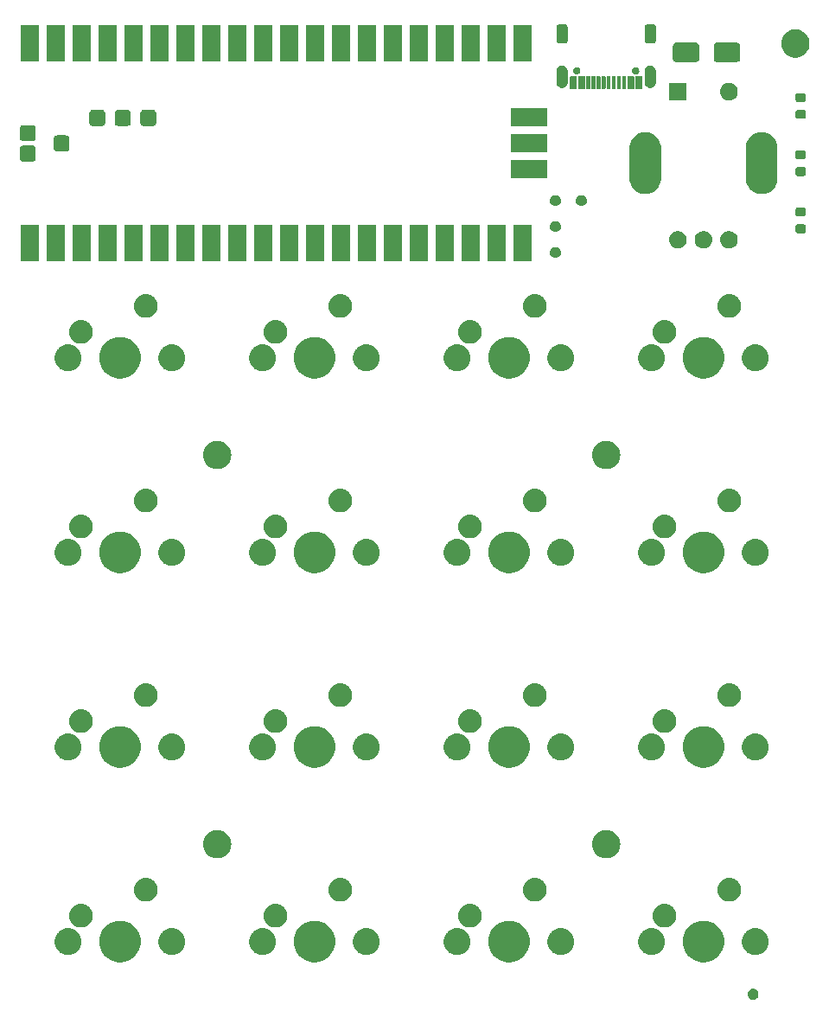
<source format=gbs>
G04 #@! TF.GenerationSoftware,KiCad,Pcbnew,8.0.3*
G04 #@! TF.CreationDate,2024-06-20T02:32:41+05:30*
G04 #@! TF.ProjectId,AT-ProtoKeeb_rev1,41542d50-726f-4746-9f4b-6565625f7265,v1.0*
G04 #@! TF.SameCoordinates,Original*
G04 #@! TF.FileFunction,Soldermask,Bot*
G04 #@! TF.FilePolarity,Negative*
%FSLAX46Y46*%
G04 Gerber Fmt 4.6, Leading zero omitted, Abs format (unit mm)*
G04 Created by KiCad (PCBNEW 8.0.3) date 2024-06-20 02:32:41*
%MOMM*%
%LPD*%
G01*
G04 APERTURE LIST*
G04 APERTURE END LIST*
G36*
X118889245Y-145480332D02*
G01*
X119019000Y-145534078D01*
X119130423Y-145619577D01*
X119215922Y-145731000D01*
X119269668Y-145860755D01*
X119288000Y-146000000D01*
X119269668Y-146139245D01*
X119215922Y-146269000D01*
X119130423Y-146380423D01*
X119019000Y-146465922D01*
X118889245Y-146519668D01*
X118750000Y-146538000D01*
X118610755Y-146519668D01*
X118481000Y-146465922D01*
X118369577Y-146380423D01*
X118284078Y-146269000D01*
X118230332Y-146139245D01*
X118212000Y-146000000D01*
X118230332Y-145860755D01*
X118284078Y-145731000D01*
X118369577Y-145619577D01*
X118481000Y-145534078D01*
X118610755Y-145480332D01*
X118750000Y-145462000D01*
X118889245Y-145480332D01*
G37*
G36*
X57163552Y-138860699D02*
G01*
X57430592Y-138935520D01*
X57684956Y-139046006D01*
X57921907Y-139190099D01*
X58137030Y-139365114D01*
X58326318Y-139567792D01*
X58486245Y-139794357D01*
X58613832Y-140040589D01*
X58706702Y-140301900D01*
X58763125Y-140573423D01*
X58782050Y-140850100D01*
X58763125Y-141126777D01*
X58706702Y-141398300D01*
X58613832Y-141659611D01*
X58486245Y-141905843D01*
X58326318Y-142132408D01*
X58137030Y-142335086D01*
X57921907Y-142510101D01*
X57684956Y-142654194D01*
X57430592Y-142764680D01*
X57163552Y-142839501D01*
X56888812Y-142877263D01*
X56611488Y-142877263D01*
X56336748Y-142839501D01*
X56069708Y-142764680D01*
X55815344Y-142654194D01*
X55578393Y-142510101D01*
X55363270Y-142335086D01*
X55173982Y-142132408D01*
X55014055Y-141905843D01*
X54886468Y-141659611D01*
X54793598Y-141398300D01*
X54737175Y-141126777D01*
X54718250Y-140850100D01*
X54737175Y-140573423D01*
X54793598Y-140301900D01*
X54886468Y-140040589D01*
X55014055Y-139794357D01*
X55173982Y-139567792D01*
X55363270Y-139365114D01*
X55578393Y-139190099D01*
X55815344Y-139046006D01*
X56069708Y-138935520D01*
X56336748Y-138860699D01*
X56611488Y-138822937D01*
X56888812Y-138822937D01*
X57163552Y-138860699D01*
G37*
G36*
X76213552Y-138860699D02*
G01*
X76480592Y-138935520D01*
X76734956Y-139046006D01*
X76971907Y-139190099D01*
X77187030Y-139365114D01*
X77376318Y-139567792D01*
X77536245Y-139794357D01*
X77663832Y-140040589D01*
X77756702Y-140301900D01*
X77813125Y-140573423D01*
X77832050Y-140850100D01*
X77813125Y-141126777D01*
X77756702Y-141398300D01*
X77663832Y-141659611D01*
X77536245Y-141905843D01*
X77376318Y-142132408D01*
X77187030Y-142335086D01*
X76971907Y-142510101D01*
X76734956Y-142654194D01*
X76480592Y-142764680D01*
X76213552Y-142839501D01*
X75938812Y-142877263D01*
X75661488Y-142877263D01*
X75386748Y-142839501D01*
X75119708Y-142764680D01*
X74865344Y-142654194D01*
X74628393Y-142510101D01*
X74413270Y-142335086D01*
X74223982Y-142132408D01*
X74064055Y-141905843D01*
X73936468Y-141659611D01*
X73843598Y-141398300D01*
X73787175Y-141126777D01*
X73768250Y-140850100D01*
X73787175Y-140573423D01*
X73843598Y-140301900D01*
X73936468Y-140040589D01*
X74064055Y-139794357D01*
X74223982Y-139567792D01*
X74413270Y-139365114D01*
X74628393Y-139190099D01*
X74865344Y-139046006D01*
X75119708Y-138935520D01*
X75386748Y-138860699D01*
X75661488Y-138822937D01*
X75938812Y-138822937D01*
X76213552Y-138860699D01*
G37*
G36*
X95263552Y-138860699D02*
G01*
X95530592Y-138935520D01*
X95784956Y-139046006D01*
X96021907Y-139190099D01*
X96237030Y-139365114D01*
X96426318Y-139567792D01*
X96586245Y-139794357D01*
X96713832Y-140040589D01*
X96806702Y-140301900D01*
X96863125Y-140573423D01*
X96882050Y-140850100D01*
X96863125Y-141126777D01*
X96806702Y-141398300D01*
X96713832Y-141659611D01*
X96586245Y-141905843D01*
X96426318Y-142132408D01*
X96237030Y-142335086D01*
X96021907Y-142510101D01*
X95784956Y-142654194D01*
X95530592Y-142764680D01*
X95263552Y-142839501D01*
X94988812Y-142877263D01*
X94711488Y-142877263D01*
X94436748Y-142839501D01*
X94169708Y-142764680D01*
X93915344Y-142654194D01*
X93678393Y-142510101D01*
X93463270Y-142335086D01*
X93273982Y-142132408D01*
X93114055Y-141905843D01*
X92986468Y-141659611D01*
X92893598Y-141398300D01*
X92837175Y-141126777D01*
X92818250Y-140850100D01*
X92837175Y-140573423D01*
X92893598Y-140301900D01*
X92986468Y-140040589D01*
X93114055Y-139794357D01*
X93273982Y-139567792D01*
X93463270Y-139365114D01*
X93678393Y-139190099D01*
X93915344Y-139046006D01*
X94169708Y-138935520D01*
X94436748Y-138860699D01*
X94711488Y-138822937D01*
X94988812Y-138822937D01*
X95263552Y-138860699D01*
G37*
G36*
X114313552Y-138860699D02*
G01*
X114580592Y-138935520D01*
X114834956Y-139046006D01*
X115071907Y-139190099D01*
X115287030Y-139365114D01*
X115476318Y-139567792D01*
X115636245Y-139794357D01*
X115763832Y-140040589D01*
X115856702Y-140301900D01*
X115913125Y-140573423D01*
X115932050Y-140850100D01*
X115913125Y-141126777D01*
X115856702Y-141398300D01*
X115763832Y-141659611D01*
X115636245Y-141905843D01*
X115476318Y-142132408D01*
X115287030Y-142335086D01*
X115071907Y-142510101D01*
X114834956Y-142654194D01*
X114580592Y-142764680D01*
X114313552Y-142839501D01*
X114038812Y-142877263D01*
X113761488Y-142877263D01*
X113486748Y-142839501D01*
X113219708Y-142764680D01*
X112965344Y-142654194D01*
X112728393Y-142510101D01*
X112513270Y-142335086D01*
X112323982Y-142132408D01*
X112164055Y-141905843D01*
X112036468Y-141659611D01*
X111943598Y-141398300D01*
X111887175Y-141126777D01*
X111868250Y-140850100D01*
X111887175Y-140573423D01*
X111943598Y-140301900D01*
X112036468Y-140040589D01*
X112164055Y-139794357D01*
X112323982Y-139567792D01*
X112513270Y-139365114D01*
X112728393Y-139190099D01*
X112965344Y-139046006D01*
X113219708Y-138935520D01*
X113486748Y-138860699D01*
X113761488Y-138822937D01*
X114038812Y-138822937D01*
X114313552Y-138860699D01*
G37*
G36*
X51723415Y-139540260D02*
G01*
X51778686Y-139540260D01*
X51839603Y-139550425D01*
X51898411Y-139555570D01*
X51944591Y-139567944D01*
X51992797Y-139575988D01*
X52057465Y-139598188D01*
X52119735Y-139614874D01*
X52157879Y-139632661D01*
X52198109Y-139646472D01*
X52264205Y-139682241D01*
X52327400Y-139711710D01*
X52357149Y-139732541D01*
X52389021Y-139749789D01*
X52453903Y-139800289D01*
X52515094Y-139843135D01*
X52536657Y-139864698D01*
X52560319Y-139883115D01*
X52621100Y-139949141D01*
X52677115Y-140005156D01*
X52691254Y-140025349D01*
X52707341Y-140042824D01*
X52761008Y-140124967D01*
X52808540Y-140192850D01*
X52816473Y-140209864D01*
X52826066Y-140224546D01*
X52869600Y-140323795D01*
X52905376Y-140400515D01*
X52908708Y-140412950D01*
X52913265Y-140423339D01*
X52943777Y-140543829D01*
X52964680Y-140621839D01*
X52965286Y-140628765D01*
X52966553Y-140633769D01*
X52981398Y-140812938D01*
X52984650Y-140850100D01*
X52981398Y-140887264D01*
X52966553Y-141066430D01*
X52965286Y-141071432D01*
X52964680Y-141078361D01*
X52943772Y-141156387D01*
X52913265Y-141276860D01*
X52908708Y-141287247D01*
X52905376Y-141299685D01*
X52869593Y-141376420D01*
X52826066Y-141475653D01*
X52816475Y-141490332D01*
X52808540Y-141507350D01*
X52760998Y-141575246D01*
X52707341Y-141657375D01*
X52691257Y-141674846D01*
X52677115Y-141695044D01*
X52621088Y-141751070D01*
X52560319Y-141817084D01*
X52536662Y-141835496D01*
X52515094Y-141857065D01*
X52453890Y-141899919D01*
X52389021Y-141950410D01*
X52357156Y-141967654D01*
X52327400Y-141988490D01*
X52264192Y-142017964D01*
X52198109Y-142053727D01*
X52157887Y-142067535D01*
X52119735Y-142085326D01*
X52057452Y-142102014D01*
X51992797Y-142124211D01*
X51944599Y-142132253D01*
X51898411Y-142144630D01*
X51839599Y-142149775D01*
X51778686Y-142159940D01*
X51723415Y-142159940D01*
X51670150Y-142164600D01*
X51616885Y-142159940D01*
X51561614Y-142159940D01*
X51500699Y-142149775D01*
X51441889Y-142144630D01*
X51395702Y-142132254D01*
X51347502Y-142124211D01*
X51282843Y-142102013D01*
X51220565Y-142085326D01*
X51182414Y-142067536D01*
X51142190Y-142053727D01*
X51076100Y-142017960D01*
X51012900Y-141988490D01*
X50983147Y-141967656D01*
X50951278Y-141950410D01*
X50886399Y-141899912D01*
X50825206Y-141857065D01*
X50803641Y-141835500D01*
X50779980Y-141817084D01*
X50719198Y-141751057D01*
X50663185Y-141695044D01*
X50649045Y-141674850D01*
X50632958Y-141657375D01*
X50579286Y-141575225D01*
X50531760Y-141507350D01*
X50523827Y-141490337D01*
X50514233Y-141475653D01*
X50470689Y-141376384D01*
X50434924Y-141299685D01*
X50431592Y-141287253D01*
X50427034Y-141276860D01*
X50396509Y-141156319D01*
X50375620Y-141078361D01*
X50375014Y-141071438D01*
X50373746Y-141066430D01*
X50358882Y-140887048D01*
X50355650Y-140850100D01*
X50358882Y-140813154D01*
X50373746Y-140633769D01*
X50375014Y-140628759D01*
X50375620Y-140621839D01*
X50396504Y-140543897D01*
X50427034Y-140423339D01*
X50431593Y-140412944D01*
X50434924Y-140400515D01*
X50470682Y-140323831D01*
X50514233Y-140224546D01*
X50523828Y-140209858D01*
X50531760Y-140192850D01*
X50579277Y-140124988D01*
X50632958Y-140042824D01*
X50649048Y-140025345D01*
X50663185Y-140005156D01*
X50719187Y-139949153D01*
X50779980Y-139883115D01*
X50803645Y-139864695D01*
X50825206Y-139843135D01*
X50886386Y-139800295D01*
X50951278Y-139749789D01*
X50983153Y-139732538D01*
X51012900Y-139711710D01*
X51076087Y-139682245D01*
X51142190Y-139646472D01*
X51182423Y-139632659D01*
X51220565Y-139614874D01*
X51282829Y-139598190D01*
X51347502Y-139575988D01*
X51395709Y-139567943D01*
X51441889Y-139555570D01*
X51500696Y-139550425D01*
X51561614Y-139540260D01*
X51616885Y-139540260D01*
X51670150Y-139535600D01*
X51723415Y-139540260D01*
G37*
G36*
X61883415Y-139540260D02*
G01*
X61938686Y-139540260D01*
X61999603Y-139550425D01*
X62058411Y-139555570D01*
X62104591Y-139567944D01*
X62152797Y-139575988D01*
X62217465Y-139598188D01*
X62279735Y-139614874D01*
X62317879Y-139632661D01*
X62358109Y-139646472D01*
X62424205Y-139682241D01*
X62487400Y-139711710D01*
X62517149Y-139732541D01*
X62549021Y-139749789D01*
X62613903Y-139800289D01*
X62675094Y-139843135D01*
X62696657Y-139864698D01*
X62720319Y-139883115D01*
X62781100Y-139949141D01*
X62837115Y-140005156D01*
X62851254Y-140025349D01*
X62867341Y-140042824D01*
X62921008Y-140124967D01*
X62968540Y-140192850D01*
X62976473Y-140209864D01*
X62986066Y-140224546D01*
X63029600Y-140323795D01*
X63065376Y-140400515D01*
X63068708Y-140412950D01*
X63073265Y-140423339D01*
X63103777Y-140543829D01*
X63124680Y-140621839D01*
X63125286Y-140628765D01*
X63126553Y-140633769D01*
X63141398Y-140812938D01*
X63144650Y-140850100D01*
X63141398Y-140887264D01*
X63126553Y-141066430D01*
X63125286Y-141071432D01*
X63124680Y-141078361D01*
X63103772Y-141156387D01*
X63073265Y-141276860D01*
X63068708Y-141287247D01*
X63065376Y-141299685D01*
X63029593Y-141376420D01*
X62986066Y-141475653D01*
X62976475Y-141490332D01*
X62968540Y-141507350D01*
X62920998Y-141575246D01*
X62867341Y-141657375D01*
X62851257Y-141674846D01*
X62837115Y-141695044D01*
X62781088Y-141751070D01*
X62720319Y-141817084D01*
X62696662Y-141835496D01*
X62675094Y-141857065D01*
X62613890Y-141899919D01*
X62549021Y-141950410D01*
X62517156Y-141967654D01*
X62487400Y-141988490D01*
X62424192Y-142017964D01*
X62358109Y-142053727D01*
X62317887Y-142067535D01*
X62279735Y-142085326D01*
X62217452Y-142102014D01*
X62152797Y-142124211D01*
X62104599Y-142132253D01*
X62058411Y-142144630D01*
X61999599Y-142149775D01*
X61938686Y-142159940D01*
X61883415Y-142159940D01*
X61830150Y-142164600D01*
X61776885Y-142159940D01*
X61721614Y-142159940D01*
X61660699Y-142149775D01*
X61601889Y-142144630D01*
X61555702Y-142132254D01*
X61507502Y-142124211D01*
X61442843Y-142102013D01*
X61380565Y-142085326D01*
X61342414Y-142067536D01*
X61302190Y-142053727D01*
X61236100Y-142017960D01*
X61172900Y-141988490D01*
X61143147Y-141967656D01*
X61111278Y-141950410D01*
X61046399Y-141899912D01*
X60985206Y-141857065D01*
X60963641Y-141835500D01*
X60939980Y-141817084D01*
X60879198Y-141751057D01*
X60823185Y-141695044D01*
X60809045Y-141674850D01*
X60792958Y-141657375D01*
X60739286Y-141575225D01*
X60691760Y-141507350D01*
X60683827Y-141490337D01*
X60674233Y-141475653D01*
X60630689Y-141376384D01*
X60594924Y-141299685D01*
X60591592Y-141287253D01*
X60587034Y-141276860D01*
X60556509Y-141156319D01*
X60535620Y-141078361D01*
X60535014Y-141071438D01*
X60533746Y-141066430D01*
X60518882Y-140887048D01*
X60515650Y-140850100D01*
X60518882Y-140813154D01*
X60533746Y-140633769D01*
X60535014Y-140628759D01*
X60535620Y-140621839D01*
X60556504Y-140543897D01*
X60587034Y-140423339D01*
X60591593Y-140412944D01*
X60594924Y-140400515D01*
X60630682Y-140323831D01*
X60674233Y-140224546D01*
X60683828Y-140209858D01*
X60691760Y-140192850D01*
X60739277Y-140124988D01*
X60792958Y-140042824D01*
X60809048Y-140025345D01*
X60823185Y-140005156D01*
X60879187Y-139949153D01*
X60939980Y-139883115D01*
X60963645Y-139864695D01*
X60985206Y-139843135D01*
X61046386Y-139800295D01*
X61111278Y-139749789D01*
X61143153Y-139732538D01*
X61172900Y-139711710D01*
X61236087Y-139682245D01*
X61302190Y-139646472D01*
X61342423Y-139632659D01*
X61380565Y-139614874D01*
X61442829Y-139598190D01*
X61507502Y-139575988D01*
X61555709Y-139567943D01*
X61601889Y-139555570D01*
X61660696Y-139550425D01*
X61721614Y-139540260D01*
X61776885Y-139540260D01*
X61830150Y-139535600D01*
X61883415Y-139540260D01*
G37*
G36*
X70773415Y-139540260D02*
G01*
X70828686Y-139540260D01*
X70889603Y-139550425D01*
X70948411Y-139555570D01*
X70994591Y-139567944D01*
X71042797Y-139575988D01*
X71107465Y-139598188D01*
X71169735Y-139614874D01*
X71207879Y-139632661D01*
X71248109Y-139646472D01*
X71314205Y-139682241D01*
X71377400Y-139711710D01*
X71407149Y-139732541D01*
X71439021Y-139749789D01*
X71503903Y-139800289D01*
X71565094Y-139843135D01*
X71586657Y-139864698D01*
X71610319Y-139883115D01*
X71671100Y-139949141D01*
X71727115Y-140005156D01*
X71741254Y-140025349D01*
X71757341Y-140042824D01*
X71811008Y-140124967D01*
X71858540Y-140192850D01*
X71866473Y-140209864D01*
X71876066Y-140224546D01*
X71919600Y-140323795D01*
X71955376Y-140400515D01*
X71958708Y-140412950D01*
X71963265Y-140423339D01*
X71993777Y-140543829D01*
X72014680Y-140621839D01*
X72015286Y-140628765D01*
X72016553Y-140633769D01*
X72031398Y-140812938D01*
X72034650Y-140850100D01*
X72031398Y-140887264D01*
X72016553Y-141066430D01*
X72015286Y-141071432D01*
X72014680Y-141078361D01*
X71993772Y-141156387D01*
X71963265Y-141276860D01*
X71958708Y-141287247D01*
X71955376Y-141299685D01*
X71919593Y-141376420D01*
X71876066Y-141475653D01*
X71866475Y-141490332D01*
X71858540Y-141507350D01*
X71810998Y-141575246D01*
X71757341Y-141657375D01*
X71741257Y-141674846D01*
X71727115Y-141695044D01*
X71671088Y-141751070D01*
X71610319Y-141817084D01*
X71586662Y-141835496D01*
X71565094Y-141857065D01*
X71503890Y-141899919D01*
X71439021Y-141950410D01*
X71407156Y-141967654D01*
X71377400Y-141988490D01*
X71314192Y-142017964D01*
X71248109Y-142053727D01*
X71207887Y-142067535D01*
X71169735Y-142085326D01*
X71107452Y-142102014D01*
X71042797Y-142124211D01*
X70994599Y-142132253D01*
X70948411Y-142144630D01*
X70889599Y-142149775D01*
X70828686Y-142159940D01*
X70773415Y-142159940D01*
X70720150Y-142164600D01*
X70666885Y-142159940D01*
X70611614Y-142159940D01*
X70550699Y-142149775D01*
X70491889Y-142144630D01*
X70445702Y-142132254D01*
X70397502Y-142124211D01*
X70332843Y-142102013D01*
X70270565Y-142085326D01*
X70232414Y-142067536D01*
X70192190Y-142053727D01*
X70126100Y-142017960D01*
X70062900Y-141988490D01*
X70033147Y-141967656D01*
X70001278Y-141950410D01*
X69936399Y-141899912D01*
X69875206Y-141857065D01*
X69853641Y-141835500D01*
X69829980Y-141817084D01*
X69769198Y-141751057D01*
X69713185Y-141695044D01*
X69699045Y-141674850D01*
X69682958Y-141657375D01*
X69629286Y-141575225D01*
X69581760Y-141507350D01*
X69573827Y-141490337D01*
X69564233Y-141475653D01*
X69520689Y-141376384D01*
X69484924Y-141299685D01*
X69481592Y-141287253D01*
X69477034Y-141276860D01*
X69446509Y-141156319D01*
X69425620Y-141078361D01*
X69425014Y-141071438D01*
X69423746Y-141066430D01*
X69408882Y-140887048D01*
X69405650Y-140850100D01*
X69408882Y-140813154D01*
X69423746Y-140633769D01*
X69425014Y-140628759D01*
X69425620Y-140621839D01*
X69446504Y-140543897D01*
X69477034Y-140423339D01*
X69481593Y-140412944D01*
X69484924Y-140400515D01*
X69520682Y-140323831D01*
X69564233Y-140224546D01*
X69573828Y-140209858D01*
X69581760Y-140192850D01*
X69629277Y-140124988D01*
X69682958Y-140042824D01*
X69699048Y-140025345D01*
X69713185Y-140005156D01*
X69769187Y-139949153D01*
X69829980Y-139883115D01*
X69853645Y-139864695D01*
X69875206Y-139843135D01*
X69936386Y-139800295D01*
X70001278Y-139749789D01*
X70033153Y-139732538D01*
X70062900Y-139711710D01*
X70126087Y-139682245D01*
X70192190Y-139646472D01*
X70232423Y-139632659D01*
X70270565Y-139614874D01*
X70332829Y-139598190D01*
X70397502Y-139575988D01*
X70445709Y-139567943D01*
X70491889Y-139555570D01*
X70550696Y-139550425D01*
X70611614Y-139540260D01*
X70666885Y-139540260D01*
X70720150Y-139535600D01*
X70773415Y-139540260D01*
G37*
G36*
X80933415Y-139540260D02*
G01*
X80988686Y-139540260D01*
X81049603Y-139550425D01*
X81108411Y-139555570D01*
X81154591Y-139567944D01*
X81202797Y-139575988D01*
X81267465Y-139598188D01*
X81329735Y-139614874D01*
X81367879Y-139632661D01*
X81408109Y-139646472D01*
X81474205Y-139682241D01*
X81537400Y-139711710D01*
X81567149Y-139732541D01*
X81599021Y-139749789D01*
X81663903Y-139800289D01*
X81725094Y-139843135D01*
X81746657Y-139864698D01*
X81770319Y-139883115D01*
X81831100Y-139949141D01*
X81887115Y-140005156D01*
X81901254Y-140025349D01*
X81917341Y-140042824D01*
X81971008Y-140124967D01*
X82018540Y-140192850D01*
X82026473Y-140209864D01*
X82036066Y-140224546D01*
X82079600Y-140323795D01*
X82115376Y-140400515D01*
X82118708Y-140412950D01*
X82123265Y-140423339D01*
X82153777Y-140543829D01*
X82174680Y-140621839D01*
X82175286Y-140628765D01*
X82176553Y-140633769D01*
X82191398Y-140812938D01*
X82194650Y-140850100D01*
X82191398Y-140887264D01*
X82176553Y-141066430D01*
X82175286Y-141071432D01*
X82174680Y-141078361D01*
X82153772Y-141156387D01*
X82123265Y-141276860D01*
X82118708Y-141287247D01*
X82115376Y-141299685D01*
X82079593Y-141376420D01*
X82036066Y-141475653D01*
X82026475Y-141490332D01*
X82018540Y-141507350D01*
X81970998Y-141575246D01*
X81917341Y-141657375D01*
X81901257Y-141674846D01*
X81887115Y-141695044D01*
X81831088Y-141751070D01*
X81770319Y-141817084D01*
X81746662Y-141835496D01*
X81725094Y-141857065D01*
X81663890Y-141899919D01*
X81599021Y-141950410D01*
X81567156Y-141967654D01*
X81537400Y-141988490D01*
X81474192Y-142017964D01*
X81408109Y-142053727D01*
X81367887Y-142067535D01*
X81329735Y-142085326D01*
X81267452Y-142102014D01*
X81202797Y-142124211D01*
X81154599Y-142132253D01*
X81108411Y-142144630D01*
X81049599Y-142149775D01*
X80988686Y-142159940D01*
X80933415Y-142159940D01*
X80880150Y-142164600D01*
X80826885Y-142159940D01*
X80771614Y-142159940D01*
X80710699Y-142149775D01*
X80651889Y-142144630D01*
X80605702Y-142132254D01*
X80557502Y-142124211D01*
X80492843Y-142102013D01*
X80430565Y-142085326D01*
X80392414Y-142067536D01*
X80352190Y-142053727D01*
X80286100Y-142017960D01*
X80222900Y-141988490D01*
X80193147Y-141967656D01*
X80161278Y-141950410D01*
X80096399Y-141899912D01*
X80035206Y-141857065D01*
X80013641Y-141835500D01*
X79989980Y-141817084D01*
X79929198Y-141751057D01*
X79873185Y-141695044D01*
X79859045Y-141674850D01*
X79842958Y-141657375D01*
X79789286Y-141575225D01*
X79741760Y-141507350D01*
X79733827Y-141490337D01*
X79724233Y-141475653D01*
X79680689Y-141376384D01*
X79644924Y-141299685D01*
X79641592Y-141287253D01*
X79637034Y-141276860D01*
X79606509Y-141156319D01*
X79585620Y-141078361D01*
X79585014Y-141071438D01*
X79583746Y-141066430D01*
X79568882Y-140887048D01*
X79565650Y-140850100D01*
X79568882Y-140813154D01*
X79583746Y-140633769D01*
X79585014Y-140628759D01*
X79585620Y-140621839D01*
X79606504Y-140543897D01*
X79637034Y-140423339D01*
X79641593Y-140412944D01*
X79644924Y-140400515D01*
X79680682Y-140323831D01*
X79724233Y-140224546D01*
X79733828Y-140209858D01*
X79741760Y-140192850D01*
X79789277Y-140124988D01*
X79842958Y-140042824D01*
X79859048Y-140025345D01*
X79873185Y-140005156D01*
X79929187Y-139949153D01*
X79989980Y-139883115D01*
X80013645Y-139864695D01*
X80035206Y-139843135D01*
X80096386Y-139800295D01*
X80161278Y-139749789D01*
X80193153Y-139732538D01*
X80222900Y-139711710D01*
X80286087Y-139682245D01*
X80352190Y-139646472D01*
X80392423Y-139632659D01*
X80430565Y-139614874D01*
X80492829Y-139598190D01*
X80557502Y-139575988D01*
X80605709Y-139567943D01*
X80651889Y-139555570D01*
X80710696Y-139550425D01*
X80771614Y-139540260D01*
X80826885Y-139540260D01*
X80880150Y-139535600D01*
X80933415Y-139540260D01*
G37*
G36*
X89823415Y-139540260D02*
G01*
X89878686Y-139540260D01*
X89939603Y-139550425D01*
X89998411Y-139555570D01*
X90044591Y-139567944D01*
X90092797Y-139575988D01*
X90157465Y-139598188D01*
X90219735Y-139614874D01*
X90257879Y-139632661D01*
X90298109Y-139646472D01*
X90364205Y-139682241D01*
X90427400Y-139711710D01*
X90457149Y-139732541D01*
X90489021Y-139749789D01*
X90553903Y-139800289D01*
X90615094Y-139843135D01*
X90636657Y-139864698D01*
X90660319Y-139883115D01*
X90721100Y-139949141D01*
X90777115Y-140005156D01*
X90791254Y-140025349D01*
X90807341Y-140042824D01*
X90861008Y-140124967D01*
X90908540Y-140192850D01*
X90916473Y-140209864D01*
X90926066Y-140224546D01*
X90969600Y-140323795D01*
X91005376Y-140400515D01*
X91008708Y-140412950D01*
X91013265Y-140423339D01*
X91043777Y-140543829D01*
X91064680Y-140621839D01*
X91065286Y-140628765D01*
X91066553Y-140633769D01*
X91081398Y-140812938D01*
X91084650Y-140850100D01*
X91081398Y-140887264D01*
X91066553Y-141066430D01*
X91065286Y-141071432D01*
X91064680Y-141078361D01*
X91043772Y-141156387D01*
X91013265Y-141276860D01*
X91008708Y-141287247D01*
X91005376Y-141299685D01*
X90969593Y-141376420D01*
X90926066Y-141475653D01*
X90916475Y-141490332D01*
X90908540Y-141507350D01*
X90860998Y-141575246D01*
X90807341Y-141657375D01*
X90791257Y-141674846D01*
X90777115Y-141695044D01*
X90721088Y-141751070D01*
X90660319Y-141817084D01*
X90636662Y-141835496D01*
X90615094Y-141857065D01*
X90553890Y-141899919D01*
X90489021Y-141950410D01*
X90457156Y-141967654D01*
X90427400Y-141988490D01*
X90364192Y-142017964D01*
X90298109Y-142053727D01*
X90257887Y-142067535D01*
X90219735Y-142085326D01*
X90157452Y-142102014D01*
X90092797Y-142124211D01*
X90044599Y-142132253D01*
X89998411Y-142144630D01*
X89939599Y-142149775D01*
X89878686Y-142159940D01*
X89823415Y-142159940D01*
X89770150Y-142164600D01*
X89716885Y-142159940D01*
X89661614Y-142159940D01*
X89600699Y-142149775D01*
X89541889Y-142144630D01*
X89495702Y-142132254D01*
X89447502Y-142124211D01*
X89382843Y-142102013D01*
X89320565Y-142085326D01*
X89282414Y-142067536D01*
X89242190Y-142053727D01*
X89176100Y-142017960D01*
X89112900Y-141988490D01*
X89083147Y-141967656D01*
X89051278Y-141950410D01*
X88986399Y-141899912D01*
X88925206Y-141857065D01*
X88903641Y-141835500D01*
X88879980Y-141817084D01*
X88819198Y-141751057D01*
X88763185Y-141695044D01*
X88749045Y-141674850D01*
X88732958Y-141657375D01*
X88679286Y-141575225D01*
X88631760Y-141507350D01*
X88623827Y-141490337D01*
X88614233Y-141475653D01*
X88570689Y-141376384D01*
X88534924Y-141299685D01*
X88531592Y-141287253D01*
X88527034Y-141276860D01*
X88496509Y-141156319D01*
X88475620Y-141078361D01*
X88475014Y-141071438D01*
X88473746Y-141066430D01*
X88458882Y-140887048D01*
X88455650Y-140850100D01*
X88458882Y-140813154D01*
X88473746Y-140633769D01*
X88475014Y-140628759D01*
X88475620Y-140621839D01*
X88496504Y-140543897D01*
X88527034Y-140423339D01*
X88531593Y-140412944D01*
X88534924Y-140400515D01*
X88570682Y-140323831D01*
X88614233Y-140224546D01*
X88623828Y-140209858D01*
X88631760Y-140192850D01*
X88679277Y-140124988D01*
X88732958Y-140042824D01*
X88749048Y-140025345D01*
X88763185Y-140005156D01*
X88819187Y-139949153D01*
X88879980Y-139883115D01*
X88903645Y-139864695D01*
X88925206Y-139843135D01*
X88986386Y-139800295D01*
X89051278Y-139749789D01*
X89083153Y-139732538D01*
X89112900Y-139711710D01*
X89176087Y-139682245D01*
X89242190Y-139646472D01*
X89282423Y-139632659D01*
X89320565Y-139614874D01*
X89382829Y-139598190D01*
X89447502Y-139575988D01*
X89495709Y-139567943D01*
X89541889Y-139555570D01*
X89600696Y-139550425D01*
X89661614Y-139540260D01*
X89716885Y-139540260D01*
X89770150Y-139535600D01*
X89823415Y-139540260D01*
G37*
G36*
X99983415Y-139540260D02*
G01*
X100038686Y-139540260D01*
X100099603Y-139550425D01*
X100158411Y-139555570D01*
X100204591Y-139567944D01*
X100252797Y-139575988D01*
X100317465Y-139598188D01*
X100379735Y-139614874D01*
X100417879Y-139632661D01*
X100458109Y-139646472D01*
X100524205Y-139682241D01*
X100587400Y-139711710D01*
X100617149Y-139732541D01*
X100649021Y-139749789D01*
X100713903Y-139800289D01*
X100775094Y-139843135D01*
X100796657Y-139864698D01*
X100820319Y-139883115D01*
X100881100Y-139949141D01*
X100937115Y-140005156D01*
X100951254Y-140025349D01*
X100967341Y-140042824D01*
X101021008Y-140124967D01*
X101068540Y-140192850D01*
X101076473Y-140209864D01*
X101086066Y-140224546D01*
X101129600Y-140323795D01*
X101165376Y-140400515D01*
X101168708Y-140412950D01*
X101173265Y-140423339D01*
X101203777Y-140543829D01*
X101224680Y-140621839D01*
X101225286Y-140628765D01*
X101226553Y-140633769D01*
X101241398Y-140812938D01*
X101244650Y-140850100D01*
X101241398Y-140887264D01*
X101226553Y-141066430D01*
X101225286Y-141071432D01*
X101224680Y-141078361D01*
X101203772Y-141156387D01*
X101173265Y-141276860D01*
X101168708Y-141287247D01*
X101165376Y-141299685D01*
X101129593Y-141376420D01*
X101086066Y-141475653D01*
X101076475Y-141490332D01*
X101068540Y-141507350D01*
X101020998Y-141575246D01*
X100967341Y-141657375D01*
X100951257Y-141674846D01*
X100937115Y-141695044D01*
X100881088Y-141751070D01*
X100820319Y-141817084D01*
X100796662Y-141835496D01*
X100775094Y-141857065D01*
X100713890Y-141899919D01*
X100649021Y-141950410D01*
X100617156Y-141967654D01*
X100587400Y-141988490D01*
X100524192Y-142017964D01*
X100458109Y-142053727D01*
X100417887Y-142067535D01*
X100379735Y-142085326D01*
X100317452Y-142102014D01*
X100252797Y-142124211D01*
X100204599Y-142132253D01*
X100158411Y-142144630D01*
X100099599Y-142149775D01*
X100038686Y-142159940D01*
X99983415Y-142159940D01*
X99930150Y-142164600D01*
X99876885Y-142159940D01*
X99821614Y-142159940D01*
X99760699Y-142149775D01*
X99701889Y-142144630D01*
X99655702Y-142132254D01*
X99607502Y-142124211D01*
X99542843Y-142102013D01*
X99480565Y-142085326D01*
X99442414Y-142067536D01*
X99402190Y-142053727D01*
X99336100Y-142017960D01*
X99272900Y-141988490D01*
X99243147Y-141967656D01*
X99211278Y-141950410D01*
X99146399Y-141899912D01*
X99085206Y-141857065D01*
X99063641Y-141835500D01*
X99039980Y-141817084D01*
X98979198Y-141751057D01*
X98923185Y-141695044D01*
X98909045Y-141674850D01*
X98892958Y-141657375D01*
X98839286Y-141575225D01*
X98791760Y-141507350D01*
X98783827Y-141490337D01*
X98774233Y-141475653D01*
X98730689Y-141376384D01*
X98694924Y-141299685D01*
X98691592Y-141287253D01*
X98687034Y-141276860D01*
X98656509Y-141156319D01*
X98635620Y-141078361D01*
X98635014Y-141071438D01*
X98633746Y-141066430D01*
X98618882Y-140887048D01*
X98615650Y-140850100D01*
X98618882Y-140813154D01*
X98633746Y-140633769D01*
X98635014Y-140628759D01*
X98635620Y-140621839D01*
X98656504Y-140543897D01*
X98687034Y-140423339D01*
X98691593Y-140412944D01*
X98694924Y-140400515D01*
X98730682Y-140323831D01*
X98774233Y-140224546D01*
X98783828Y-140209858D01*
X98791760Y-140192850D01*
X98839277Y-140124988D01*
X98892958Y-140042824D01*
X98909048Y-140025345D01*
X98923185Y-140005156D01*
X98979187Y-139949153D01*
X99039980Y-139883115D01*
X99063645Y-139864695D01*
X99085206Y-139843135D01*
X99146386Y-139800295D01*
X99211278Y-139749789D01*
X99243153Y-139732538D01*
X99272900Y-139711710D01*
X99336087Y-139682245D01*
X99402190Y-139646472D01*
X99442423Y-139632659D01*
X99480565Y-139614874D01*
X99542829Y-139598190D01*
X99607502Y-139575988D01*
X99655709Y-139567943D01*
X99701889Y-139555570D01*
X99760696Y-139550425D01*
X99821614Y-139540260D01*
X99876885Y-139540260D01*
X99930150Y-139535600D01*
X99983415Y-139540260D01*
G37*
G36*
X108873415Y-139540260D02*
G01*
X108928686Y-139540260D01*
X108989603Y-139550425D01*
X109048411Y-139555570D01*
X109094591Y-139567944D01*
X109142797Y-139575988D01*
X109207465Y-139598188D01*
X109269735Y-139614874D01*
X109307879Y-139632661D01*
X109348109Y-139646472D01*
X109414205Y-139682241D01*
X109477400Y-139711710D01*
X109507149Y-139732541D01*
X109539021Y-139749789D01*
X109603903Y-139800289D01*
X109665094Y-139843135D01*
X109686657Y-139864698D01*
X109710319Y-139883115D01*
X109771100Y-139949141D01*
X109827115Y-140005156D01*
X109841254Y-140025349D01*
X109857341Y-140042824D01*
X109911008Y-140124967D01*
X109958540Y-140192850D01*
X109966473Y-140209864D01*
X109976066Y-140224546D01*
X110019600Y-140323795D01*
X110055376Y-140400515D01*
X110058708Y-140412950D01*
X110063265Y-140423339D01*
X110093777Y-140543829D01*
X110114680Y-140621839D01*
X110115286Y-140628765D01*
X110116553Y-140633769D01*
X110131398Y-140812938D01*
X110134650Y-140850100D01*
X110131398Y-140887264D01*
X110116553Y-141066430D01*
X110115286Y-141071432D01*
X110114680Y-141078361D01*
X110093772Y-141156387D01*
X110063265Y-141276860D01*
X110058708Y-141287247D01*
X110055376Y-141299685D01*
X110019593Y-141376420D01*
X109976066Y-141475653D01*
X109966475Y-141490332D01*
X109958540Y-141507350D01*
X109910998Y-141575246D01*
X109857341Y-141657375D01*
X109841257Y-141674846D01*
X109827115Y-141695044D01*
X109771088Y-141751070D01*
X109710319Y-141817084D01*
X109686662Y-141835496D01*
X109665094Y-141857065D01*
X109603890Y-141899919D01*
X109539021Y-141950410D01*
X109507156Y-141967654D01*
X109477400Y-141988490D01*
X109414192Y-142017964D01*
X109348109Y-142053727D01*
X109307887Y-142067535D01*
X109269735Y-142085326D01*
X109207452Y-142102014D01*
X109142797Y-142124211D01*
X109094599Y-142132253D01*
X109048411Y-142144630D01*
X108989599Y-142149775D01*
X108928686Y-142159940D01*
X108873415Y-142159940D01*
X108820150Y-142164600D01*
X108766885Y-142159940D01*
X108711614Y-142159940D01*
X108650699Y-142149775D01*
X108591889Y-142144630D01*
X108545702Y-142132254D01*
X108497502Y-142124211D01*
X108432843Y-142102013D01*
X108370565Y-142085326D01*
X108332414Y-142067536D01*
X108292190Y-142053727D01*
X108226100Y-142017960D01*
X108162900Y-141988490D01*
X108133147Y-141967656D01*
X108101278Y-141950410D01*
X108036399Y-141899912D01*
X107975206Y-141857065D01*
X107953641Y-141835500D01*
X107929980Y-141817084D01*
X107869198Y-141751057D01*
X107813185Y-141695044D01*
X107799045Y-141674850D01*
X107782958Y-141657375D01*
X107729286Y-141575225D01*
X107681760Y-141507350D01*
X107673827Y-141490337D01*
X107664233Y-141475653D01*
X107620689Y-141376384D01*
X107584924Y-141299685D01*
X107581592Y-141287253D01*
X107577034Y-141276860D01*
X107546509Y-141156319D01*
X107525620Y-141078361D01*
X107525014Y-141071438D01*
X107523746Y-141066430D01*
X107508882Y-140887048D01*
X107505650Y-140850100D01*
X107508882Y-140813154D01*
X107523746Y-140633769D01*
X107525014Y-140628759D01*
X107525620Y-140621839D01*
X107546504Y-140543897D01*
X107577034Y-140423339D01*
X107581593Y-140412944D01*
X107584924Y-140400515D01*
X107620682Y-140323831D01*
X107664233Y-140224546D01*
X107673828Y-140209858D01*
X107681760Y-140192850D01*
X107729277Y-140124988D01*
X107782958Y-140042824D01*
X107799048Y-140025345D01*
X107813185Y-140005156D01*
X107869187Y-139949153D01*
X107929980Y-139883115D01*
X107953645Y-139864695D01*
X107975206Y-139843135D01*
X108036386Y-139800295D01*
X108101278Y-139749789D01*
X108133153Y-139732538D01*
X108162900Y-139711710D01*
X108226087Y-139682245D01*
X108292190Y-139646472D01*
X108332423Y-139632659D01*
X108370565Y-139614874D01*
X108432829Y-139598190D01*
X108497502Y-139575988D01*
X108545709Y-139567943D01*
X108591889Y-139555570D01*
X108650696Y-139550425D01*
X108711614Y-139540260D01*
X108766885Y-139540260D01*
X108820150Y-139535600D01*
X108873415Y-139540260D01*
G37*
G36*
X119033415Y-139540260D02*
G01*
X119088686Y-139540260D01*
X119149603Y-139550425D01*
X119208411Y-139555570D01*
X119254591Y-139567944D01*
X119302797Y-139575988D01*
X119367465Y-139598188D01*
X119429735Y-139614874D01*
X119467879Y-139632661D01*
X119508109Y-139646472D01*
X119574205Y-139682241D01*
X119637400Y-139711710D01*
X119667149Y-139732541D01*
X119699021Y-139749789D01*
X119763903Y-139800289D01*
X119825094Y-139843135D01*
X119846657Y-139864698D01*
X119870319Y-139883115D01*
X119931100Y-139949141D01*
X119987115Y-140005156D01*
X120001254Y-140025349D01*
X120017341Y-140042824D01*
X120071008Y-140124967D01*
X120118540Y-140192850D01*
X120126473Y-140209864D01*
X120136066Y-140224546D01*
X120179600Y-140323795D01*
X120215376Y-140400515D01*
X120218708Y-140412950D01*
X120223265Y-140423339D01*
X120253777Y-140543829D01*
X120274680Y-140621839D01*
X120275286Y-140628765D01*
X120276553Y-140633769D01*
X120291398Y-140812938D01*
X120294650Y-140850100D01*
X120291398Y-140887264D01*
X120276553Y-141066430D01*
X120275286Y-141071432D01*
X120274680Y-141078361D01*
X120253772Y-141156387D01*
X120223265Y-141276860D01*
X120218708Y-141287247D01*
X120215376Y-141299685D01*
X120179593Y-141376420D01*
X120136066Y-141475653D01*
X120126475Y-141490332D01*
X120118540Y-141507350D01*
X120070998Y-141575246D01*
X120017341Y-141657375D01*
X120001257Y-141674846D01*
X119987115Y-141695044D01*
X119931088Y-141751070D01*
X119870319Y-141817084D01*
X119846662Y-141835496D01*
X119825094Y-141857065D01*
X119763890Y-141899919D01*
X119699021Y-141950410D01*
X119667156Y-141967654D01*
X119637400Y-141988490D01*
X119574192Y-142017964D01*
X119508109Y-142053727D01*
X119467887Y-142067535D01*
X119429735Y-142085326D01*
X119367452Y-142102014D01*
X119302797Y-142124211D01*
X119254599Y-142132253D01*
X119208411Y-142144630D01*
X119149599Y-142149775D01*
X119088686Y-142159940D01*
X119033415Y-142159940D01*
X118980150Y-142164600D01*
X118926885Y-142159940D01*
X118871614Y-142159940D01*
X118810699Y-142149775D01*
X118751889Y-142144630D01*
X118705702Y-142132254D01*
X118657502Y-142124211D01*
X118592843Y-142102013D01*
X118530565Y-142085326D01*
X118492414Y-142067536D01*
X118452190Y-142053727D01*
X118386100Y-142017960D01*
X118322900Y-141988490D01*
X118293147Y-141967656D01*
X118261278Y-141950410D01*
X118196399Y-141899912D01*
X118135206Y-141857065D01*
X118113641Y-141835500D01*
X118089980Y-141817084D01*
X118029198Y-141751057D01*
X117973185Y-141695044D01*
X117959045Y-141674850D01*
X117942958Y-141657375D01*
X117889286Y-141575225D01*
X117841760Y-141507350D01*
X117833827Y-141490337D01*
X117824233Y-141475653D01*
X117780689Y-141376384D01*
X117744924Y-141299685D01*
X117741592Y-141287253D01*
X117737034Y-141276860D01*
X117706509Y-141156319D01*
X117685620Y-141078361D01*
X117685014Y-141071438D01*
X117683746Y-141066430D01*
X117668882Y-140887048D01*
X117665650Y-140850100D01*
X117668882Y-140813154D01*
X117683746Y-140633769D01*
X117685014Y-140628759D01*
X117685620Y-140621839D01*
X117706504Y-140543897D01*
X117737034Y-140423339D01*
X117741593Y-140412944D01*
X117744924Y-140400515D01*
X117780682Y-140323831D01*
X117824233Y-140224546D01*
X117833828Y-140209858D01*
X117841760Y-140192850D01*
X117889277Y-140124988D01*
X117942958Y-140042824D01*
X117959048Y-140025345D01*
X117973185Y-140005156D01*
X118029187Y-139949153D01*
X118089980Y-139883115D01*
X118113645Y-139864695D01*
X118135206Y-139843135D01*
X118196386Y-139800295D01*
X118261278Y-139749789D01*
X118293153Y-139732538D01*
X118322900Y-139711710D01*
X118386087Y-139682245D01*
X118452190Y-139646472D01*
X118492423Y-139632659D01*
X118530565Y-139614874D01*
X118592829Y-139598190D01*
X118657502Y-139575988D01*
X118705709Y-139567943D01*
X118751889Y-139555570D01*
X118810696Y-139550425D01*
X118871614Y-139540260D01*
X118926885Y-139540260D01*
X118980150Y-139535600D01*
X119033415Y-139540260D01*
G37*
G36*
X52994625Y-137153057D02*
G01*
X53047366Y-137153057D01*
X53093767Y-137161731D01*
X53141898Y-137165942D01*
X53200982Y-137181773D01*
X53258146Y-137192459D01*
X53296909Y-137207475D01*
X53337512Y-137218355D01*
X53398975Y-137247016D01*
X53458098Y-137269920D01*
X53488617Y-137288817D01*
X53521053Y-137303942D01*
X53582239Y-137346785D01*
X53640411Y-137382804D01*
X53662708Y-137403131D01*
X53686944Y-137420101D01*
X53744916Y-137478073D01*
X53798878Y-137527266D01*
X53813587Y-137546744D01*
X53830148Y-137563305D01*
X53881807Y-137637081D01*
X53928102Y-137698386D01*
X53936396Y-137715043D01*
X53946307Y-137729197D01*
X53988509Y-137819700D01*
X54023683Y-137890337D01*
X54027180Y-137902628D01*
X54031894Y-137912737D01*
X54061585Y-138023550D01*
X54082365Y-138096583D01*
X54083005Y-138103492D01*
X54084307Y-138108351D01*
X54098710Y-138272980D01*
X54102150Y-138310100D01*
X54098710Y-138347222D01*
X54084307Y-138511848D01*
X54083005Y-138516705D01*
X54082365Y-138523617D01*
X54061580Y-138596665D01*
X54031894Y-138707462D01*
X54027180Y-138717569D01*
X54023683Y-138729863D01*
X53988506Y-138800507D01*
X53946307Y-138891003D01*
X53936396Y-138905156D01*
X53928102Y-138921814D01*
X53881801Y-138983125D01*
X53830148Y-139056894D01*
X53813590Y-139073451D01*
X53798878Y-139092934D01*
X53744905Y-139142136D01*
X53686944Y-139200098D01*
X53662713Y-139217064D01*
X53640411Y-139237396D01*
X53582226Y-139273422D01*
X53521053Y-139316257D01*
X53488624Y-139331378D01*
X53458098Y-139350280D01*
X53398963Y-139373188D01*
X53337512Y-139401844D01*
X53296918Y-139412720D01*
X53258146Y-139427741D01*
X53200970Y-139438429D01*
X53141898Y-139454257D01*
X53093777Y-139458467D01*
X53047366Y-139467143D01*
X52994613Y-139467143D01*
X52940150Y-139471908D01*
X52885687Y-139467143D01*
X52832934Y-139467143D01*
X52786522Y-139458467D01*
X52738401Y-139454257D01*
X52679326Y-139438428D01*
X52622154Y-139427741D01*
X52583384Y-139412721D01*
X52542787Y-139401844D01*
X52481331Y-139373186D01*
X52422202Y-139350280D01*
X52391678Y-139331380D01*
X52359246Y-139316257D01*
X52298064Y-139273416D01*
X52239889Y-139237396D01*
X52217589Y-139217067D01*
X52193355Y-139200098D01*
X52135383Y-139142126D01*
X52081422Y-139092934D01*
X52066712Y-139073455D01*
X52050151Y-139056894D01*
X51998484Y-138983107D01*
X51952198Y-138921814D01*
X51943906Y-138905161D01*
X51933992Y-138891003D01*
X51891778Y-138800475D01*
X51856617Y-138729863D01*
X51853120Y-138717574D01*
X51848405Y-138707462D01*
X51818702Y-138596605D01*
X51797935Y-138523617D01*
X51797295Y-138516711D01*
X51795992Y-138511848D01*
X51781571Y-138347029D01*
X51778150Y-138310100D01*
X51781571Y-138273174D01*
X51795992Y-138108351D01*
X51797295Y-138103487D01*
X51797935Y-138096583D01*
X51818697Y-138023610D01*
X51848405Y-137912737D01*
X51853121Y-137902622D01*
X51856617Y-137890337D01*
X51891774Y-137819731D01*
X51933992Y-137729197D01*
X51943906Y-137715038D01*
X51952198Y-137698386D01*
X51998479Y-137637099D01*
X52050151Y-137563305D01*
X52066715Y-137546740D01*
X52081422Y-137527266D01*
X52135372Y-137478083D01*
X52193355Y-137420101D01*
X52217593Y-137403128D01*
X52239889Y-137382804D01*
X52298057Y-137346787D01*
X52359247Y-137303942D01*
X52391682Y-137288816D01*
X52422202Y-137269920D01*
X52481320Y-137247017D01*
X52542787Y-137218355D01*
X52583392Y-137207475D01*
X52622154Y-137192459D01*
X52679313Y-137181773D01*
X52738401Y-137165942D01*
X52786532Y-137161730D01*
X52832934Y-137153057D01*
X52885675Y-137153057D01*
X52940150Y-137148291D01*
X52994625Y-137153057D01*
G37*
G36*
X72044625Y-137153057D02*
G01*
X72097366Y-137153057D01*
X72143767Y-137161731D01*
X72191898Y-137165942D01*
X72250982Y-137181773D01*
X72308146Y-137192459D01*
X72346909Y-137207475D01*
X72387512Y-137218355D01*
X72448975Y-137247016D01*
X72508098Y-137269920D01*
X72538617Y-137288817D01*
X72571053Y-137303942D01*
X72632239Y-137346785D01*
X72690411Y-137382804D01*
X72712708Y-137403131D01*
X72736944Y-137420101D01*
X72794916Y-137478073D01*
X72848878Y-137527266D01*
X72863587Y-137546744D01*
X72880148Y-137563305D01*
X72931807Y-137637081D01*
X72978102Y-137698386D01*
X72986396Y-137715043D01*
X72996307Y-137729197D01*
X73038509Y-137819700D01*
X73073683Y-137890337D01*
X73077180Y-137902628D01*
X73081894Y-137912737D01*
X73111585Y-138023550D01*
X73132365Y-138096583D01*
X73133005Y-138103492D01*
X73134307Y-138108351D01*
X73148710Y-138272980D01*
X73152150Y-138310100D01*
X73148710Y-138347222D01*
X73134307Y-138511848D01*
X73133005Y-138516705D01*
X73132365Y-138523617D01*
X73111580Y-138596665D01*
X73081894Y-138707462D01*
X73077180Y-138717569D01*
X73073683Y-138729863D01*
X73038506Y-138800507D01*
X72996307Y-138891003D01*
X72986396Y-138905156D01*
X72978102Y-138921814D01*
X72931801Y-138983125D01*
X72880148Y-139056894D01*
X72863590Y-139073451D01*
X72848878Y-139092934D01*
X72794905Y-139142136D01*
X72736944Y-139200098D01*
X72712713Y-139217064D01*
X72690411Y-139237396D01*
X72632226Y-139273422D01*
X72571053Y-139316257D01*
X72538624Y-139331378D01*
X72508098Y-139350280D01*
X72448963Y-139373188D01*
X72387512Y-139401844D01*
X72346918Y-139412720D01*
X72308146Y-139427741D01*
X72250970Y-139438429D01*
X72191898Y-139454257D01*
X72143777Y-139458467D01*
X72097366Y-139467143D01*
X72044613Y-139467143D01*
X71990150Y-139471908D01*
X71935687Y-139467143D01*
X71882934Y-139467143D01*
X71836522Y-139458467D01*
X71788401Y-139454257D01*
X71729326Y-139438428D01*
X71672154Y-139427741D01*
X71633384Y-139412721D01*
X71592787Y-139401844D01*
X71531331Y-139373186D01*
X71472202Y-139350280D01*
X71441678Y-139331380D01*
X71409246Y-139316257D01*
X71348064Y-139273416D01*
X71289889Y-139237396D01*
X71267589Y-139217067D01*
X71243355Y-139200098D01*
X71185383Y-139142126D01*
X71131422Y-139092934D01*
X71116712Y-139073455D01*
X71100151Y-139056894D01*
X71048484Y-138983107D01*
X71002198Y-138921814D01*
X70993906Y-138905161D01*
X70983992Y-138891003D01*
X70941778Y-138800475D01*
X70906617Y-138729863D01*
X70903120Y-138717574D01*
X70898405Y-138707462D01*
X70868702Y-138596605D01*
X70847935Y-138523617D01*
X70847295Y-138516711D01*
X70845992Y-138511848D01*
X70831571Y-138347029D01*
X70828150Y-138310100D01*
X70831571Y-138273174D01*
X70845992Y-138108351D01*
X70847295Y-138103487D01*
X70847935Y-138096583D01*
X70868697Y-138023610D01*
X70898405Y-137912737D01*
X70903121Y-137902622D01*
X70906617Y-137890337D01*
X70941774Y-137819731D01*
X70983992Y-137729197D01*
X70993906Y-137715038D01*
X71002198Y-137698386D01*
X71048479Y-137637099D01*
X71100151Y-137563305D01*
X71116715Y-137546740D01*
X71131422Y-137527266D01*
X71185372Y-137478083D01*
X71243355Y-137420101D01*
X71267593Y-137403128D01*
X71289889Y-137382804D01*
X71348057Y-137346787D01*
X71409247Y-137303942D01*
X71441682Y-137288816D01*
X71472202Y-137269920D01*
X71531320Y-137247017D01*
X71592787Y-137218355D01*
X71633392Y-137207475D01*
X71672154Y-137192459D01*
X71729313Y-137181773D01*
X71788401Y-137165942D01*
X71836532Y-137161730D01*
X71882934Y-137153057D01*
X71935675Y-137153057D01*
X71990150Y-137148291D01*
X72044625Y-137153057D01*
G37*
G36*
X91094625Y-137153057D02*
G01*
X91147366Y-137153057D01*
X91193767Y-137161731D01*
X91241898Y-137165942D01*
X91300982Y-137181773D01*
X91358146Y-137192459D01*
X91396909Y-137207475D01*
X91437512Y-137218355D01*
X91498975Y-137247016D01*
X91558098Y-137269920D01*
X91588617Y-137288817D01*
X91621053Y-137303942D01*
X91682239Y-137346785D01*
X91740411Y-137382804D01*
X91762708Y-137403131D01*
X91786944Y-137420101D01*
X91844916Y-137478073D01*
X91898878Y-137527266D01*
X91913587Y-137546744D01*
X91930148Y-137563305D01*
X91981807Y-137637081D01*
X92028102Y-137698386D01*
X92036396Y-137715043D01*
X92046307Y-137729197D01*
X92088509Y-137819700D01*
X92123683Y-137890337D01*
X92127180Y-137902628D01*
X92131894Y-137912737D01*
X92161585Y-138023550D01*
X92182365Y-138096583D01*
X92183005Y-138103492D01*
X92184307Y-138108351D01*
X92198710Y-138272980D01*
X92202150Y-138310100D01*
X92198710Y-138347222D01*
X92184307Y-138511848D01*
X92183005Y-138516705D01*
X92182365Y-138523617D01*
X92161580Y-138596665D01*
X92131894Y-138707462D01*
X92127180Y-138717569D01*
X92123683Y-138729863D01*
X92088506Y-138800507D01*
X92046307Y-138891003D01*
X92036396Y-138905156D01*
X92028102Y-138921814D01*
X91981801Y-138983125D01*
X91930148Y-139056894D01*
X91913590Y-139073451D01*
X91898878Y-139092934D01*
X91844905Y-139142136D01*
X91786944Y-139200098D01*
X91762713Y-139217064D01*
X91740411Y-139237396D01*
X91682226Y-139273422D01*
X91621053Y-139316257D01*
X91588624Y-139331378D01*
X91558098Y-139350280D01*
X91498963Y-139373188D01*
X91437512Y-139401844D01*
X91396918Y-139412720D01*
X91358146Y-139427741D01*
X91300970Y-139438429D01*
X91241898Y-139454257D01*
X91193777Y-139458467D01*
X91147366Y-139467143D01*
X91094613Y-139467143D01*
X91040150Y-139471908D01*
X90985687Y-139467143D01*
X90932934Y-139467143D01*
X90886522Y-139458467D01*
X90838401Y-139454257D01*
X90779326Y-139438428D01*
X90722154Y-139427741D01*
X90683384Y-139412721D01*
X90642787Y-139401844D01*
X90581331Y-139373186D01*
X90522202Y-139350280D01*
X90491678Y-139331380D01*
X90459246Y-139316257D01*
X90398064Y-139273416D01*
X90339889Y-139237396D01*
X90317589Y-139217067D01*
X90293355Y-139200098D01*
X90235383Y-139142126D01*
X90181422Y-139092934D01*
X90166712Y-139073455D01*
X90150151Y-139056894D01*
X90098484Y-138983107D01*
X90052198Y-138921814D01*
X90043906Y-138905161D01*
X90033992Y-138891003D01*
X89991778Y-138800475D01*
X89956617Y-138729863D01*
X89953120Y-138717574D01*
X89948405Y-138707462D01*
X89918702Y-138596605D01*
X89897935Y-138523617D01*
X89897295Y-138516711D01*
X89895992Y-138511848D01*
X89881571Y-138347029D01*
X89878150Y-138310100D01*
X89881571Y-138273174D01*
X89895992Y-138108351D01*
X89897295Y-138103487D01*
X89897935Y-138096583D01*
X89918697Y-138023610D01*
X89948405Y-137912737D01*
X89953121Y-137902622D01*
X89956617Y-137890337D01*
X89991774Y-137819731D01*
X90033992Y-137729197D01*
X90043906Y-137715038D01*
X90052198Y-137698386D01*
X90098479Y-137637099D01*
X90150151Y-137563305D01*
X90166715Y-137546740D01*
X90181422Y-137527266D01*
X90235372Y-137478083D01*
X90293355Y-137420101D01*
X90317593Y-137403128D01*
X90339889Y-137382804D01*
X90398057Y-137346787D01*
X90459247Y-137303942D01*
X90491682Y-137288816D01*
X90522202Y-137269920D01*
X90581320Y-137247017D01*
X90642787Y-137218355D01*
X90683392Y-137207475D01*
X90722154Y-137192459D01*
X90779313Y-137181773D01*
X90838401Y-137165942D01*
X90886532Y-137161730D01*
X90932934Y-137153057D01*
X90985675Y-137153057D01*
X91040150Y-137148291D01*
X91094625Y-137153057D01*
G37*
G36*
X110144625Y-137153057D02*
G01*
X110197366Y-137153057D01*
X110243767Y-137161731D01*
X110291898Y-137165942D01*
X110350982Y-137181773D01*
X110408146Y-137192459D01*
X110446909Y-137207475D01*
X110487512Y-137218355D01*
X110548975Y-137247016D01*
X110608098Y-137269920D01*
X110638617Y-137288817D01*
X110671053Y-137303942D01*
X110732239Y-137346785D01*
X110790411Y-137382804D01*
X110812708Y-137403131D01*
X110836944Y-137420101D01*
X110894916Y-137478073D01*
X110948878Y-137527266D01*
X110963587Y-137546744D01*
X110980148Y-137563305D01*
X111031807Y-137637081D01*
X111078102Y-137698386D01*
X111086396Y-137715043D01*
X111096307Y-137729197D01*
X111138509Y-137819700D01*
X111173683Y-137890337D01*
X111177180Y-137902628D01*
X111181894Y-137912737D01*
X111211585Y-138023550D01*
X111232365Y-138096583D01*
X111233005Y-138103492D01*
X111234307Y-138108351D01*
X111248710Y-138272980D01*
X111252150Y-138310100D01*
X111248710Y-138347222D01*
X111234307Y-138511848D01*
X111233005Y-138516705D01*
X111232365Y-138523617D01*
X111211580Y-138596665D01*
X111181894Y-138707462D01*
X111177180Y-138717569D01*
X111173683Y-138729863D01*
X111138506Y-138800507D01*
X111096307Y-138891003D01*
X111086396Y-138905156D01*
X111078102Y-138921814D01*
X111031801Y-138983125D01*
X110980148Y-139056894D01*
X110963590Y-139073451D01*
X110948878Y-139092934D01*
X110894905Y-139142136D01*
X110836944Y-139200098D01*
X110812713Y-139217064D01*
X110790411Y-139237396D01*
X110732226Y-139273422D01*
X110671053Y-139316257D01*
X110638624Y-139331378D01*
X110608098Y-139350280D01*
X110548963Y-139373188D01*
X110487512Y-139401844D01*
X110446918Y-139412720D01*
X110408146Y-139427741D01*
X110350970Y-139438429D01*
X110291898Y-139454257D01*
X110243777Y-139458467D01*
X110197366Y-139467143D01*
X110144613Y-139467143D01*
X110090150Y-139471908D01*
X110035687Y-139467143D01*
X109982934Y-139467143D01*
X109936522Y-139458467D01*
X109888401Y-139454257D01*
X109829326Y-139438428D01*
X109772154Y-139427741D01*
X109733384Y-139412721D01*
X109692787Y-139401844D01*
X109631331Y-139373186D01*
X109572202Y-139350280D01*
X109541678Y-139331380D01*
X109509246Y-139316257D01*
X109448064Y-139273416D01*
X109389889Y-139237396D01*
X109367589Y-139217067D01*
X109343355Y-139200098D01*
X109285383Y-139142126D01*
X109231422Y-139092934D01*
X109216712Y-139073455D01*
X109200151Y-139056894D01*
X109148484Y-138983107D01*
X109102198Y-138921814D01*
X109093906Y-138905161D01*
X109083992Y-138891003D01*
X109041778Y-138800475D01*
X109006617Y-138729863D01*
X109003120Y-138717574D01*
X108998405Y-138707462D01*
X108968702Y-138596605D01*
X108947935Y-138523617D01*
X108947295Y-138516711D01*
X108945992Y-138511848D01*
X108931571Y-138347029D01*
X108928150Y-138310100D01*
X108931571Y-138273174D01*
X108945992Y-138108351D01*
X108947295Y-138103487D01*
X108947935Y-138096583D01*
X108968697Y-138023610D01*
X108998405Y-137912737D01*
X109003121Y-137902622D01*
X109006617Y-137890337D01*
X109041774Y-137819731D01*
X109083992Y-137729197D01*
X109093906Y-137715038D01*
X109102198Y-137698386D01*
X109148479Y-137637099D01*
X109200151Y-137563305D01*
X109216715Y-137546740D01*
X109231422Y-137527266D01*
X109285372Y-137478083D01*
X109343355Y-137420101D01*
X109367593Y-137403128D01*
X109389889Y-137382804D01*
X109448057Y-137346787D01*
X109509247Y-137303942D01*
X109541682Y-137288816D01*
X109572202Y-137269920D01*
X109631320Y-137247017D01*
X109692787Y-137218355D01*
X109733392Y-137207475D01*
X109772154Y-137192459D01*
X109829313Y-137181773D01*
X109888401Y-137165942D01*
X109936532Y-137161730D01*
X109982934Y-137153057D01*
X110035675Y-137153057D01*
X110090150Y-137148291D01*
X110144625Y-137153057D01*
G37*
G36*
X59344625Y-134613057D02*
G01*
X59397366Y-134613057D01*
X59443767Y-134621731D01*
X59491898Y-134625942D01*
X59550982Y-134641773D01*
X59608146Y-134652459D01*
X59646909Y-134667475D01*
X59687512Y-134678355D01*
X59748975Y-134707016D01*
X59808098Y-134729920D01*
X59838617Y-134748817D01*
X59871053Y-134763942D01*
X59932239Y-134806785D01*
X59990411Y-134842804D01*
X60012708Y-134863131D01*
X60036944Y-134880101D01*
X60094916Y-134938073D01*
X60148878Y-134987266D01*
X60163587Y-135006744D01*
X60180148Y-135023305D01*
X60231807Y-135097081D01*
X60278102Y-135158386D01*
X60286396Y-135175043D01*
X60296307Y-135189197D01*
X60338509Y-135279700D01*
X60373683Y-135350337D01*
X60377180Y-135362628D01*
X60381894Y-135372737D01*
X60411585Y-135483550D01*
X60432365Y-135556583D01*
X60433005Y-135563492D01*
X60434307Y-135568351D01*
X60448710Y-135732980D01*
X60452150Y-135770100D01*
X60448710Y-135807222D01*
X60434307Y-135971848D01*
X60433005Y-135976705D01*
X60432365Y-135983617D01*
X60411580Y-136056665D01*
X60381894Y-136167462D01*
X60377180Y-136177569D01*
X60373683Y-136189863D01*
X60338506Y-136260507D01*
X60296307Y-136351003D01*
X60286396Y-136365156D01*
X60278102Y-136381814D01*
X60231801Y-136443125D01*
X60180148Y-136516894D01*
X60163590Y-136533451D01*
X60148878Y-136552934D01*
X60094905Y-136602136D01*
X60036944Y-136660098D01*
X60012713Y-136677064D01*
X59990411Y-136697396D01*
X59932226Y-136733422D01*
X59871053Y-136776257D01*
X59838624Y-136791378D01*
X59808098Y-136810280D01*
X59748963Y-136833188D01*
X59687512Y-136861844D01*
X59646918Y-136872720D01*
X59608146Y-136887741D01*
X59550970Y-136898429D01*
X59491898Y-136914257D01*
X59443777Y-136918467D01*
X59397366Y-136927143D01*
X59344613Y-136927143D01*
X59290150Y-136931908D01*
X59235687Y-136927143D01*
X59182934Y-136927143D01*
X59136522Y-136918467D01*
X59088401Y-136914257D01*
X59029326Y-136898428D01*
X58972154Y-136887741D01*
X58933384Y-136872721D01*
X58892787Y-136861844D01*
X58831331Y-136833186D01*
X58772202Y-136810280D01*
X58741678Y-136791380D01*
X58709246Y-136776257D01*
X58648064Y-136733416D01*
X58589889Y-136697396D01*
X58567589Y-136677067D01*
X58543355Y-136660098D01*
X58485383Y-136602126D01*
X58431422Y-136552934D01*
X58416712Y-136533455D01*
X58400151Y-136516894D01*
X58348484Y-136443107D01*
X58302198Y-136381814D01*
X58293906Y-136365161D01*
X58283992Y-136351003D01*
X58241778Y-136260475D01*
X58206617Y-136189863D01*
X58203120Y-136177574D01*
X58198405Y-136167462D01*
X58168702Y-136056605D01*
X58147935Y-135983617D01*
X58147295Y-135976711D01*
X58145992Y-135971848D01*
X58131571Y-135807029D01*
X58128150Y-135770100D01*
X58131571Y-135733174D01*
X58145992Y-135568351D01*
X58147295Y-135563487D01*
X58147935Y-135556583D01*
X58168697Y-135483610D01*
X58198405Y-135372737D01*
X58203121Y-135362622D01*
X58206617Y-135350337D01*
X58241774Y-135279731D01*
X58283992Y-135189197D01*
X58293906Y-135175038D01*
X58302198Y-135158386D01*
X58348479Y-135097099D01*
X58400151Y-135023305D01*
X58416715Y-135006740D01*
X58431422Y-134987266D01*
X58485372Y-134938083D01*
X58543355Y-134880101D01*
X58567593Y-134863128D01*
X58589889Y-134842804D01*
X58648057Y-134806787D01*
X58709247Y-134763942D01*
X58741682Y-134748816D01*
X58772202Y-134729920D01*
X58831320Y-134707017D01*
X58892787Y-134678355D01*
X58933392Y-134667475D01*
X58972154Y-134652459D01*
X59029313Y-134641773D01*
X59088401Y-134625942D01*
X59136532Y-134621730D01*
X59182934Y-134613057D01*
X59235675Y-134613057D01*
X59290150Y-134608291D01*
X59344625Y-134613057D01*
G37*
G36*
X78394625Y-134613057D02*
G01*
X78447366Y-134613057D01*
X78493767Y-134621731D01*
X78541898Y-134625942D01*
X78600982Y-134641773D01*
X78658146Y-134652459D01*
X78696909Y-134667475D01*
X78737512Y-134678355D01*
X78798975Y-134707016D01*
X78858098Y-134729920D01*
X78888617Y-134748817D01*
X78921053Y-134763942D01*
X78982239Y-134806785D01*
X79040411Y-134842804D01*
X79062708Y-134863131D01*
X79086944Y-134880101D01*
X79144916Y-134938073D01*
X79198878Y-134987266D01*
X79213587Y-135006744D01*
X79230148Y-135023305D01*
X79281807Y-135097081D01*
X79328102Y-135158386D01*
X79336396Y-135175043D01*
X79346307Y-135189197D01*
X79388509Y-135279700D01*
X79423683Y-135350337D01*
X79427180Y-135362628D01*
X79431894Y-135372737D01*
X79461585Y-135483550D01*
X79482365Y-135556583D01*
X79483005Y-135563492D01*
X79484307Y-135568351D01*
X79498710Y-135732980D01*
X79502150Y-135770100D01*
X79498710Y-135807222D01*
X79484307Y-135971848D01*
X79483005Y-135976705D01*
X79482365Y-135983617D01*
X79461580Y-136056665D01*
X79431894Y-136167462D01*
X79427180Y-136177569D01*
X79423683Y-136189863D01*
X79388506Y-136260507D01*
X79346307Y-136351003D01*
X79336396Y-136365156D01*
X79328102Y-136381814D01*
X79281801Y-136443125D01*
X79230148Y-136516894D01*
X79213590Y-136533451D01*
X79198878Y-136552934D01*
X79144905Y-136602136D01*
X79086944Y-136660098D01*
X79062713Y-136677064D01*
X79040411Y-136697396D01*
X78982226Y-136733422D01*
X78921053Y-136776257D01*
X78888624Y-136791378D01*
X78858098Y-136810280D01*
X78798963Y-136833188D01*
X78737512Y-136861844D01*
X78696918Y-136872720D01*
X78658146Y-136887741D01*
X78600970Y-136898429D01*
X78541898Y-136914257D01*
X78493777Y-136918467D01*
X78447366Y-136927143D01*
X78394613Y-136927143D01*
X78340150Y-136931908D01*
X78285687Y-136927143D01*
X78232934Y-136927143D01*
X78186522Y-136918467D01*
X78138401Y-136914257D01*
X78079326Y-136898428D01*
X78022154Y-136887741D01*
X77983384Y-136872721D01*
X77942787Y-136861844D01*
X77881331Y-136833186D01*
X77822202Y-136810280D01*
X77791678Y-136791380D01*
X77759246Y-136776257D01*
X77698064Y-136733416D01*
X77639889Y-136697396D01*
X77617589Y-136677067D01*
X77593355Y-136660098D01*
X77535383Y-136602126D01*
X77481422Y-136552934D01*
X77466712Y-136533455D01*
X77450151Y-136516894D01*
X77398484Y-136443107D01*
X77352198Y-136381814D01*
X77343906Y-136365161D01*
X77333992Y-136351003D01*
X77291778Y-136260475D01*
X77256617Y-136189863D01*
X77253120Y-136177574D01*
X77248405Y-136167462D01*
X77218702Y-136056605D01*
X77197935Y-135983617D01*
X77197295Y-135976711D01*
X77195992Y-135971848D01*
X77181571Y-135807029D01*
X77178150Y-135770100D01*
X77181571Y-135733174D01*
X77195992Y-135568351D01*
X77197295Y-135563487D01*
X77197935Y-135556583D01*
X77218697Y-135483610D01*
X77248405Y-135372737D01*
X77253121Y-135362622D01*
X77256617Y-135350337D01*
X77291774Y-135279731D01*
X77333992Y-135189197D01*
X77343906Y-135175038D01*
X77352198Y-135158386D01*
X77398479Y-135097099D01*
X77450151Y-135023305D01*
X77466715Y-135006740D01*
X77481422Y-134987266D01*
X77535372Y-134938083D01*
X77593355Y-134880101D01*
X77617593Y-134863128D01*
X77639889Y-134842804D01*
X77698057Y-134806787D01*
X77759247Y-134763942D01*
X77791682Y-134748816D01*
X77822202Y-134729920D01*
X77881320Y-134707017D01*
X77942787Y-134678355D01*
X77983392Y-134667475D01*
X78022154Y-134652459D01*
X78079313Y-134641773D01*
X78138401Y-134625942D01*
X78186532Y-134621730D01*
X78232934Y-134613057D01*
X78285675Y-134613057D01*
X78340150Y-134608291D01*
X78394625Y-134613057D01*
G37*
G36*
X97444625Y-134613057D02*
G01*
X97497366Y-134613057D01*
X97543767Y-134621731D01*
X97591898Y-134625942D01*
X97650982Y-134641773D01*
X97708146Y-134652459D01*
X97746909Y-134667475D01*
X97787512Y-134678355D01*
X97848975Y-134707016D01*
X97908098Y-134729920D01*
X97938617Y-134748817D01*
X97971053Y-134763942D01*
X98032239Y-134806785D01*
X98090411Y-134842804D01*
X98112708Y-134863131D01*
X98136944Y-134880101D01*
X98194916Y-134938073D01*
X98248878Y-134987266D01*
X98263587Y-135006744D01*
X98280148Y-135023305D01*
X98331807Y-135097081D01*
X98378102Y-135158386D01*
X98386396Y-135175043D01*
X98396307Y-135189197D01*
X98438509Y-135279700D01*
X98473683Y-135350337D01*
X98477180Y-135362628D01*
X98481894Y-135372737D01*
X98511585Y-135483550D01*
X98532365Y-135556583D01*
X98533005Y-135563492D01*
X98534307Y-135568351D01*
X98548710Y-135732980D01*
X98552150Y-135770100D01*
X98548710Y-135807222D01*
X98534307Y-135971848D01*
X98533005Y-135976705D01*
X98532365Y-135983617D01*
X98511580Y-136056665D01*
X98481894Y-136167462D01*
X98477180Y-136177569D01*
X98473683Y-136189863D01*
X98438506Y-136260507D01*
X98396307Y-136351003D01*
X98386396Y-136365156D01*
X98378102Y-136381814D01*
X98331801Y-136443125D01*
X98280148Y-136516894D01*
X98263590Y-136533451D01*
X98248878Y-136552934D01*
X98194905Y-136602136D01*
X98136944Y-136660098D01*
X98112713Y-136677064D01*
X98090411Y-136697396D01*
X98032226Y-136733422D01*
X97971053Y-136776257D01*
X97938624Y-136791378D01*
X97908098Y-136810280D01*
X97848963Y-136833188D01*
X97787512Y-136861844D01*
X97746918Y-136872720D01*
X97708146Y-136887741D01*
X97650970Y-136898429D01*
X97591898Y-136914257D01*
X97543777Y-136918467D01*
X97497366Y-136927143D01*
X97444613Y-136927143D01*
X97390150Y-136931908D01*
X97335687Y-136927143D01*
X97282934Y-136927143D01*
X97236522Y-136918467D01*
X97188401Y-136914257D01*
X97129326Y-136898428D01*
X97072154Y-136887741D01*
X97033384Y-136872721D01*
X96992787Y-136861844D01*
X96931331Y-136833186D01*
X96872202Y-136810280D01*
X96841678Y-136791380D01*
X96809246Y-136776257D01*
X96748064Y-136733416D01*
X96689889Y-136697396D01*
X96667589Y-136677067D01*
X96643355Y-136660098D01*
X96585383Y-136602126D01*
X96531422Y-136552934D01*
X96516712Y-136533455D01*
X96500151Y-136516894D01*
X96448484Y-136443107D01*
X96402198Y-136381814D01*
X96393906Y-136365161D01*
X96383992Y-136351003D01*
X96341778Y-136260475D01*
X96306617Y-136189863D01*
X96303120Y-136177574D01*
X96298405Y-136167462D01*
X96268702Y-136056605D01*
X96247935Y-135983617D01*
X96247295Y-135976711D01*
X96245992Y-135971848D01*
X96231571Y-135807029D01*
X96228150Y-135770100D01*
X96231571Y-135733174D01*
X96245992Y-135568351D01*
X96247295Y-135563487D01*
X96247935Y-135556583D01*
X96268697Y-135483610D01*
X96298405Y-135372737D01*
X96303121Y-135362622D01*
X96306617Y-135350337D01*
X96341774Y-135279731D01*
X96383992Y-135189197D01*
X96393906Y-135175038D01*
X96402198Y-135158386D01*
X96448479Y-135097099D01*
X96500151Y-135023305D01*
X96516715Y-135006740D01*
X96531422Y-134987266D01*
X96585372Y-134938083D01*
X96643355Y-134880101D01*
X96667593Y-134863128D01*
X96689889Y-134842804D01*
X96748057Y-134806787D01*
X96809247Y-134763942D01*
X96841682Y-134748816D01*
X96872202Y-134729920D01*
X96931320Y-134707017D01*
X96992787Y-134678355D01*
X97033392Y-134667475D01*
X97072154Y-134652459D01*
X97129313Y-134641773D01*
X97188401Y-134625942D01*
X97236532Y-134621730D01*
X97282934Y-134613057D01*
X97335675Y-134613057D01*
X97390150Y-134608291D01*
X97444625Y-134613057D01*
G37*
G36*
X116494625Y-134613057D02*
G01*
X116547366Y-134613057D01*
X116593767Y-134621731D01*
X116641898Y-134625942D01*
X116700982Y-134641773D01*
X116758146Y-134652459D01*
X116796909Y-134667475D01*
X116837512Y-134678355D01*
X116898975Y-134707016D01*
X116958098Y-134729920D01*
X116988617Y-134748817D01*
X117021053Y-134763942D01*
X117082239Y-134806785D01*
X117140411Y-134842804D01*
X117162708Y-134863131D01*
X117186944Y-134880101D01*
X117244916Y-134938073D01*
X117298878Y-134987266D01*
X117313587Y-135006744D01*
X117330148Y-135023305D01*
X117381807Y-135097081D01*
X117428102Y-135158386D01*
X117436396Y-135175043D01*
X117446307Y-135189197D01*
X117488509Y-135279700D01*
X117523683Y-135350337D01*
X117527180Y-135362628D01*
X117531894Y-135372737D01*
X117561585Y-135483550D01*
X117582365Y-135556583D01*
X117583005Y-135563492D01*
X117584307Y-135568351D01*
X117598710Y-135732980D01*
X117602150Y-135770100D01*
X117598710Y-135807222D01*
X117584307Y-135971848D01*
X117583005Y-135976705D01*
X117582365Y-135983617D01*
X117561580Y-136056665D01*
X117531894Y-136167462D01*
X117527180Y-136177569D01*
X117523683Y-136189863D01*
X117488506Y-136260507D01*
X117446307Y-136351003D01*
X117436396Y-136365156D01*
X117428102Y-136381814D01*
X117381801Y-136443125D01*
X117330148Y-136516894D01*
X117313590Y-136533451D01*
X117298878Y-136552934D01*
X117244905Y-136602136D01*
X117186944Y-136660098D01*
X117162713Y-136677064D01*
X117140411Y-136697396D01*
X117082226Y-136733422D01*
X117021053Y-136776257D01*
X116988624Y-136791378D01*
X116958098Y-136810280D01*
X116898963Y-136833188D01*
X116837512Y-136861844D01*
X116796918Y-136872720D01*
X116758146Y-136887741D01*
X116700970Y-136898429D01*
X116641898Y-136914257D01*
X116593777Y-136918467D01*
X116547366Y-136927143D01*
X116494613Y-136927143D01*
X116440150Y-136931908D01*
X116385687Y-136927143D01*
X116332934Y-136927143D01*
X116286522Y-136918467D01*
X116238401Y-136914257D01*
X116179326Y-136898428D01*
X116122154Y-136887741D01*
X116083384Y-136872721D01*
X116042787Y-136861844D01*
X115981331Y-136833186D01*
X115922202Y-136810280D01*
X115891678Y-136791380D01*
X115859246Y-136776257D01*
X115798064Y-136733416D01*
X115739889Y-136697396D01*
X115717589Y-136677067D01*
X115693355Y-136660098D01*
X115635383Y-136602126D01*
X115581422Y-136552934D01*
X115566712Y-136533455D01*
X115550151Y-136516894D01*
X115498484Y-136443107D01*
X115452198Y-136381814D01*
X115443906Y-136365161D01*
X115433992Y-136351003D01*
X115391778Y-136260475D01*
X115356617Y-136189863D01*
X115353120Y-136177574D01*
X115348405Y-136167462D01*
X115318702Y-136056605D01*
X115297935Y-135983617D01*
X115297295Y-135976711D01*
X115295992Y-135971848D01*
X115281571Y-135807029D01*
X115278150Y-135770100D01*
X115281571Y-135733174D01*
X115295992Y-135568351D01*
X115297295Y-135563487D01*
X115297935Y-135556583D01*
X115318697Y-135483610D01*
X115348405Y-135372737D01*
X115353121Y-135362622D01*
X115356617Y-135350337D01*
X115391774Y-135279731D01*
X115433992Y-135189197D01*
X115443906Y-135175038D01*
X115452198Y-135158386D01*
X115498479Y-135097099D01*
X115550151Y-135023305D01*
X115566715Y-135006740D01*
X115581422Y-134987266D01*
X115635372Y-134938083D01*
X115693355Y-134880101D01*
X115717593Y-134863128D01*
X115739889Y-134842804D01*
X115798057Y-134806787D01*
X115859247Y-134763942D01*
X115891682Y-134748816D01*
X115922202Y-134729920D01*
X115981320Y-134707017D01*
X116042787Y-134678355D01*
X116083392Y-134667475D01*
X116122154Y-134652459D01*
X116179313Y-134641773D01*
X116238401Y-134625942D01*
X116286532Y-134621730D01*
X116332934Y-134613057D01*
X116385675Y-134613057D01*
X116440150Y-134608291D01*
X116494625Y-134613057D01*
G37*
G36*
X66615934Y-129979372D02*
G01*
X66832753Y-130053807D01*
X67034364Y-130162913D01*
X67215267Y-130303715D01*
X67370527Y-130472373D01*
X67495910Y-130664285D01*
X67587994Y-130874217D01*
X67644269Y-131096443D01*
X67663200Y-131324900D01*
X67644269Y-131553357D01*
X67587994Y-131775583D01*
X67495910Y-131985515D01*
X67370527Y-132177427D01*
X67215267Y-132346085D01*
X67034364Y-132486887D01*
X66832753Y-132595993D01*
X66615934Y-132670428D01*
X66389820Y-132708159D01*
X66160580Y-132708159D01*
X65934466Y-132670428D01*
X65717647Y-132595993D01*
X65516036Y-132486887D01*
X65335133Y-132346085D01*
X65179873Y-132177427D01*
X65054490Y-131985515D01*
X64962406Y-131775583D01*
X64906131Y-131553357D01*
X64887200Y-131324900D01*
X64906131Y-131096443D01*
X64962406Y-130874217D01*
X65054490Y-130664285D01*
X65179873Y-130472373D01*
X65335133Y-130303715D01*
X65516036Y-130162913D01*
X65717647Y-130053807D01*
X65934466Y-129979372D01*
X66160580Y-129941641D01*
X66389820Y-129941641D01*
X66615934Y-129979372D01*
G37*
G36*
X104715934Y-129979372D02*
G01*
X104932753Y-130053807D01*
X105134364Y-130162913D01*
X105315267Y-130303715D01*
X105470527Y-130472373D01*
X105595910Y-130664285D01*
X105687994Y-130874217D01*
X105744269Y-131096443D01*
X105763200Y-131324900D01*
X105744269Y-131553357D01*
X105687994Y-131775583D01*
X105595910Y-131985515D01*
X105470527Y-132177427D01*
X105315267Y-132346085D01*
X105134364Y-132486887D01*
X104932753Y-132595993D01*
X104715934Y-132670428D01*
X104489820Y-132708159D01*
X104260580Y-132708159D01*
X104034466Y-132670428D01*
X103817647Y-132595993D01*
X103616036Y-132486887D01*
X103435133Y-132346085D01*
X103279873Y-132177427D01*
X103154490Y-131985515D01*
X103062406Y-131775583D01*
X103006131Y-131553357D01*
X102987200Y-131324900D01*
X103006131Y-131096443D01*
X103062406Y-130874217D01*
X103154490Y-130664285D01*
X103279873Y-130472373D01*
X103435133Y-130303715D01*
X103616036Y-130162913D01*
X103817647Y-130053807D01*
X104034466Y-129979372D01*
X104260580Y-129941641D01*
X104489820Y-129941641D01*
X104715934Y-129979372D01*
G37*
G36*
X57163552Y-119810699D02*
G01*
X57430592Y-119885520D01*
X57684956Y-119996006D01*
X57921907Y-120140099D01*
X58137030Y-120315114D01*
X58326318Y-120517792D01*
X58486245Y-120744357D01*
X58613832Y-120990589D01*
X58706702Y-121251900D01*
X58763125Y-121523423D01*
X58782050Y-121800100D01*
X58763125Y-122076777D01*
X58706702Y-122348300D01*
X58613832Y-122609611D01*
X58486245Y-122855843D01*
X58326318Y-123082408D01*
X58137030Y-123285086D01*
X57921907Y-123460101D01*
X57684956Y-123604194D01*
X57430592Y-123714680D01*
X57163552Y-123789501D01*
X56888812Y-123827263D01*
X56611488Y-123827263D01*
X56336748Y-123789501D01*
X56069708Y-123714680D01*
X55815344Y-123604194D01*
X55578393Y-123460101D01*
X55363270Y-123285086D01*
X55173982Y-123082408D01*
X55014055Y-122855843D01*
X54886468Y-122609611D01*
X54793598Y-122348300D01*
X54737175Y-122076777D01*
X54718250Y-121800100D01*
X54737175Y-121523423D01*
X54793598Y-121251900D01*
X54886468Y-120990589D01*
X55014055Y-120744357D01*
X55173982Y-120517792D01*
X55363270Y-120315114D01*
X55578393Y-120140099D01*
X55815344Y-119996006D01*
X56069708Y-119885520D01*
X56336748Y-119810699D01*
X56611488Y-119772937D01*
X56888812Y-119772937D01*
X57163552Y-119810699D01*
G37*
G36*
X76213552Y-119810699D02*
G01*
X76480592Y-119885520D01*
X76734956Y-119996006D01*
X76971907Y-120140099D01*
X77187030Y-120315114D01*
X77376318Y-120517792D01*
X77536245Y-120744357D01*
X77663832Y-120990589D01*
X77756702Y-121251900D01*
X77813125Y-121523423D01*
X77832050Y-121800100D01*
X77813125Y-122076777D01*
X77756702Y-122348300D01*
X77663832Y-122609611D01*
X77536245Y-122855843D01*
X77376318Y-123082408D01*
X77187030Y-123285086D01*
X76971907Y-123460101D01*
X76734956Y-123604194D01*
X76480592Y-123714680D01*
X76213552Y-123789501D01*
X75938812Y-123827263D01*
X75661488Y-123827263D01*
X75386748Y-123789501D01*
X75119708Y-123714680D01*
X74865344Y-123604194D01*
X74628393Y-123460101D01*
X74413270Y-123285086D01*
X74223982Y-123082408D01*
X74064055Y-122855843D01*
X73936468Y-122609611D01*
X73843598Y-122348300D01*
X73787175Y-122076777D01*
X73768250Y-121800100D01*
X73787175Y-121523423D01*
X73843598Y-121251900D01*
X73936468Y-120990589D01*
X74064055Y-120744357D01*
X74223982Y-120517792D01*
X74413270Y-120315114D01*
X74628393Y-120140099D01*
X74865344Y-119996006D01*
X75119708Y-119885520D01*
X75386748Y-119810699D01*
X75661488Y-119772937D01*
X75938812Y-119772937D01*
X76213552Y-119810699D01*
G37*
G36*
X95263552Y-119810699D02*
G01*
X95530592Y-119885520D01*
X95784956Y-119996006D01*
X96021907Y-120140099D01*
X96237030Y-120315114D01*
X96426318Y-120517792D01*
X96586245Y-120744357D01*
X96713832Y-120990589D01*
X96806702Y-121251900D01*
X96863125Y-121523423D01*
X96882050Y-121800100D01*
X96863125Y-122076777D01*
X96806702Y-122348300D01*
X96713832Y-122609611D01*
X96586245Y-122855843D01*
X96426318Y-123082408D01*
X96237030Y-123285086D01*
X96021907Y-123460101D01*
X95784956Y-123604194D01*
X95530592Y-123714680D01*
X95263552Y-123789501D01*
X94988812Y-123827263D01*
X94711488Y-123827263D01*
X94436748Y-123789501D01*
X94169708Y-123714680D01*
X93915344Y-123604194D01*
X93678393Y-123460101D01*
X93463270Y-123285086D01*
X93273982Y-123082408D01*
X93114055Y-122855843D01*
X92986468Y-122609611D01*
X92893598Y-122348300D01*
X92837175Y-122076777D01*
X92818250Y-121800100D01*
X92837175Y-121523423D01*
X92893598Y-121251900D01*
X92986468Y-120990589D01*
X93114055Y-120744357D01*
X93273982Y-120517792D01*
X93463270Y-120315114D01*
X93678393Y-120140099D01*
X93915344Y-119996006D01*
X94169708Y-119885520D01*
X94436748Y-119810699D01*
X94711488Y-119772937D01*
X94988812Y-119772937D01*
X95263552Y-119810699D01*
G37*
G36*
X114313552Y-119810699D02*
G01*
X114580592Y-119885520D01*
X114834956Y-119996006D01*
X115071907Y-120140099D01*
X115287030Y-120315114D01*
X115476318Y-120517792D01*
X115636245Y-120744357D01*
X115763832Y-120990589D01*
X115856702Y-121251900D01*
X115913125Y-121523423D01*
X115932050Y-121800100D01*
X115913125Y-122076777D01*
X115856702Y-122348300D01*
X115763832Y-122609611D01*
X115636245Y-122855843D01*
X115476318Y-123082408D01*
X115287030Y-123285086D01*
X115071907Y-123460101D01*
X114834956Y-123604194D01*
X114580592Y-123714680D01*
X114313552Y-123789501D01*
X114038812Y-123827263D01*
X113761488Y-123827263D01*
X113486748Y-123789501D01*
X113219708Y-123714680D01*
X112965344Y-123604194D01*
X112728393Y-123460101D01*
X112513270Y-123285086D01*
X112323982Y-123082408D01*
X112164055Y-122855843D01*
X112036468Y-122609611D01*
X111943598Y-122348300D01*
X111887175Y-122076777D01*
X111868250Y-121800100D01*
X111887175Y-121523423D01*
X111943598Y-121251900D01*
X112036468Y-120990589D01*
X112164055Y-120744357D01*
X112323982Y-120517792D01*
X112513270Y-120315114D01*
X112728393Y-120140099D01*
X112965344Y-119996006D01*
X113219708Y-119885520D01*
X113486748Y-119810699D01*
X113761488Y-119772937D01*
X114038812Y-119772937D01*
X114313552Y-119810699D01*
G37*
G36*
X51723415Y-120490260D02*
G01*
X51778686Y-120490260D01*
X51839603Y-120500425D01*
X51898411Y-120505570D01*
X51944591Y-120517944D01*
X51992797Y-120525988D01*
X52057465Y-120548188D01*
X52119735Y-120564874D01*
X52157879Y-120582661D01*
X52198109Y-120596472D01*
X52264205Y-120632241D01*
X52327400Y-120661710D01*
X52357149Y-120682541D01*
X52389021Y-120699789D01*
X52453903Y-120750289D01*
X52515094Y-120793135D01*
X52536657Y-120814698D01*
X52560319Y-120833115D01*
X52621100Y-120899141D01*
X52677115Y-120955156D01*
X52691254Y-120975349D01*
X52707341Y-120992824D01*
X52761008Y-121074967D01*
X52808540Y-121142850D01*
X52816473Y-121159864D01*
X52826066Y-121174546D01*
X52869600Y-121273795D01*
X52905376Y-121350515D01*
X52908708Y-121362950D01*
X52913265Y-121373339D01*
X52943777Y-121493829D01*
X52964680Y-121571839D01*
X52965286Y-121578765D01*
X52966553Y-121583769D01*
X52981398Y-121762938D01*
X52984650Y-121800100D01*
X52981398Y-121837264D01*
X52966553Y-122016430D01*
X52965286Y-122021432D01*
X52964680Y-122028361D01*
X52943772Y-122106387D01*
X52913265Y-122226860D01*
X52908708Y-122237247D01*
X52905376Y-122249685D01*
X52869593Y-122326420D01*
X52826066Y-122425653D01*
X52816475Y-122440332D01*
X52808540Y-122457350D01*
X52760998Y-122525246D01*
X52707341Y-122607375D01*
X52691257Y-122624846D01*
X52677115Y-122645044D01*
X52621088Y-122701070D01*
X52560319Y-122767084D01*
X52536662Y-122785496D01*
X52515094Y-122807065D01*
X52453890Y-122849919D01*
X52389021Y-122900410D01*
X52357156Y-122917654D01*
X52327400Y-122938490D01*
X52264192Y-122967964D01*
X52198109Y-123003727D01*
X52157887Y-123017535D01*
X52119735Y-123035326D01*
X52057452Y-123052014D01*
X51992797Y-123074211D01*
X51944599Y-123082253D01*
X51898411Y-123094630D01*
X51839599Y-123099775D01*
X51778686Y-123109940D01*
X51723415Y-123109940D01*
X51670150Y-123114600D01*
X51616885Y-123109940D01*
X51561614Y-123109940D01*
X51500699Y-123099775D01*
X51441889Y-123094630D01*
X51395702Y-123082254D01*
X51347502Y-123074211D01*
X51282843Y-123052013D01*
X51220565Y-123035326D01*
X51182414Y-123017536D01*
X51142190Y-123003727D01*
X51076100Y-122967960D01*
X51012900Y-122938490D01*
X50983147Y-122917656D01*
X50951278Y-122900410D01*
X50886399Y-122849912D01*
X50825206Y-122807065D01*
X50803641Y-122785500D01*
X50779980Y-122767084D01*
X50719198Y-122701057D01*
X50663185Y-122645044D01*
X50649045Y-122624850D01*
X50632958Y-122607375D01*
X50579286Y-122525225D01*
X50531760Y-122457350D01*
X50523827Y-122440337D01*
X50514233Y-122425653D01*
X50470689Y-122326384D01*
X50434924Y-122249685D01*
X50431592Y-122237253D01*
X50427034Y-122226860D01*
X50396509Y-122106319D01*
X50375620Y-122028361D01*
X50375014Y-122021438D01*
X50373746Y-122016430D01*
X50358882Y-121837048D01*
X50355650Y-121800100D01*
X50358882Y-121763154D01*
X50373746Y-121583769D01*
X50375014Y-121578759D01*
X50375620Y-121571839D01*
X50396504Y-121493897D01*
X50427034Y-121373339D01*
X50431593Y-121362944D01*
X50434924Y-121350515D01*
X50470682Y-121273831D01*
X50514233Y-121174546D01*
X50523828Y-121159858D01*
X50531760Y-121142850D01*
X50579277Y-121074988D01*
X50632958Y-120992824D01*
X50649048Y-120975345D01*
X50663185Y-120955156D01*
X50719187Y-120899153D01*
X50779980Y-120833115D01*
X50803645Y-120814695D01*
X50825206Y-120793135D01*
X50886386Y-120750295D01*
X50951278Y-120699789D01*
X50983153Y-120682538D01*
X51012900Y-120661710D01*
X51076087Y-120632245D01*
X51142190Y-120596472D01*
X51182423Y-120582659D01*
X51220565Y-120564874D01*
X51282829Y-120548190D01*
X51347502Y-120525988D01*
X51395709Y-120517943D01*
X51441889Y-120505570D01*
X51500696Y-120500425D01*
X51561614Y-120490260D01*
X51616885Y-120490260D01*
X51670150Y-120485600D01*
X51723415Y-120490260D01*
G37*
G36*
X61883415Y-120490260D02*
G01*
X61938686Y-120490260D01*
X61999603Y-120500425D01*
X62058411Y-120505570D01*
X62104591Y-120517944D01*
X62152797Y-120525988D01*
X62217465Y-120548188D01*
X62279735Y-120564874D01*
X62317879Y-120582661D01*
X62358109Y-120596472D01*
X62424205Y-120632241D01*
X62487400Y-120661710D01*
X62517149Y-120682541D01*
X62549021Y-120699789D01*
X62613903Y-120750289D01*
X62675094Y-120793135D01*
X62696657Y-120814698D01*
X62720319Y-120833115D01*
X62781100Y-120899141D01*
X62837115Y-120955156D01*
X62851254Y-120975349D01*
X62867341Y-120992824D01*
X62921008Y-121074967D01*
X62968540Y-121142850D01*
X62976473Y-121159864D01*
X62986066Y-121174546D01*
X63029600Y-121273795D01*
X63065376Y-121350515D01*
X63068708Y-121362950D01*
X63073265Y-121373339D01*
X63103777Y-121493829D01*
X63124680Y-121571839D01*
X63125286Y-121578765D01*
X63126553Y-121583769D01*
X63141398Y-121762938D01*
X63144650Y-121800100D01*
X63141398Y-121837264D01*
X63126553Y-122016430D01*
X63125286Y-122021432D01*
X63124680Y-122028361D01*
X63103772Y-122106387D01*
X63073265Y-122226860D01*
X63068708Y-122237247D01*
X63065376Y-122249685D01*
X63029593Y-122326420D01*
X62986066Y-122425653D01*
X62976475Y-122440332D01*
X62968540Y-122457350D01*
X62920998Y-122525246D01*
X62867341Y-122607375D01*
X62851257Y-122624846D01*
X62837115Y-122645044D01*
X62781088Y-122701070D01*
X62720319Y-122767084D01*
X62696662Y-122785496D01*
X62675094Y-122807065D01*
X62613890Y-122849919D01*
X62549021Y-122900410D01*
X62517156Y-122917654D01*
X62487400Y-122938490D01*
X62424192Y-122967964D01*
X62358109Y-123003727D01*
X62317887Y-123017535D01*
X62279735Y-123035326D01*
X62217452Y-123052014D01*
X62152797Y-123074211D01*
X62104599Y-123082253D01*
X62058411Y-123094630D01*
X61999599Y-123099775D01*
X61938686Y-123109940D01*
X61883415Y-123109940D01*
X61830150Y-123114600D01*
X61776885Y-123109940D01*
X61721614Y-123109940D01*
X61660699Y-123099775D01*
X61601889Y-123094630D01*
X61555702Y-123082254D01*
X61507502Y-123074211D01*
X61442843Y-123052013D01*
X61380565Y-123035326D01*
X61342414Y-123017536D01*
X61302190Y-123003727D01*
X61236100Y-122967960D01*
X61172900Y-122938490D01*
X61143147Y-122917656D01*
X61111278Y-122900410D01*
X61046399Y-122849912D01*
X60985206Y-122807065D01*
X60963641Y-122785500D01*
X60939980Y-122767084D01*
X60879198Y-122701057D01*
X60823185Y-122645044D01*
X60809045Y-122624850D01*
X60792958Y-122607375D01*
X60739286Y-122525225D01*
X60691760Y-122457350D01*
X60683827Y-122440337D01*
X60674233Y-122425653D01*
X60630689Y-122326384D01*
X60594924Y-122249685D01*
X60591592Y-122237253D01*
X60587034Y-122226860D01*
X60556509Y-122106319D01*
X60535620Y-122028361D01*
X60535014Y-122021438D01*
X60533746Y-122016430D01*
X60518882Y-121837048D01*
X60515650Y-121800100D01*
X60518882Y-121763154D01*
X60533746Y-121583769D01*
X60535014Y-121578759D01*
X60535620Y-121571839D01*
X60556504Y-121493897D01*
X60587034Y-121373339D01*
X60591593Y-121362944D01*
X60594924Y-121350515D01*
X60630682Y-121273831D01*
X60674233Y-121174546D01*
X60683828Y-121159858D01*
X60691760Y-121142850D01*
X60739277Y-121074988D01*
X60792958Y-120992824D01*
X60809048Y-120975345D01*
X60823185Y-120955156D01*
X60879187Y-120899153D01*
X60939980Y-120833115D01*
X60963645Y-120814695D01*
X60985206Y-120793135D01*
X61046386Y-120750295D01*
X61111278Y-120699789D01*
X61143153Y-120682538D01*
X61172900Y-120661710D01*
X61236087Y-120632245D01*
X61302190Y-120596472D01*
X61342423Y-120582659D01*
X61380565Y-120564874D01*
X61442829Y-120548190D01*
X61507502Y-120525988D01*
X61555709Y-120517943D01*
X61601889Y-120505570D01*
X61660696Y-120500425D01*
X61721614Y-120490260D01*
X61776885Y-120490260D01*
X61830150Y-120485600D01*
X61883415Y-120490260D01*
G37*
G36*
X70773415Y-120490260D02*
G01*
X70828686Y-120490260D01*
X70889603Y-120500425D01*
X70948411Y-120505570D01*
X70994591Y-120517944D01*
X71042797Y-120525988D01*
X71107465Y-120548188D01*
X71169735Y-120564874D01*
X71207879Y-120582661D01*
X71248109Y-120596472D01*
X71314205Y-120632241D01*
X71377400Y-120661710D01*
X71407149Y-120682541D01*
X71439021Y-120699789D01*
X71503903Y-120750289D01*
X71565094Y-120793135D01*
X71586657Y-120814698D01*
X71610319Y-120833115D01*
X71671100Y-120899141D01*
X71727115Y-120955156D01*
X71741254Y-120975349D01*
X71757341Y-120992824D01*
X71811008Y-121074967D01*
X71858540Y-121142850D01*
X71866473Y-121159864D01*
X71876066Y-121174546D01*
X71919600Y-121273795D01*
X71955376Y-121350515D01*
X71958708Y-121362950D01*
X71963265Y-121373339D01*
X71993777Y-121493829D01*
X72014680Y-121571839D01*
X72015286Y-121578765D01*
X72016553Y-121583769D01*
X72031398Y-121762938D01*
X72034650Y-121800100D01*
X72031398Y-121837264D01*
X72016553Y-122016430D01*
X72015286Y-122021432D01*
X72014680Y-122028361D01*
X71993772Y-122106387D01*
X71963265Y-122226860D01*
X71958708Y-122237247D01*
X71955376Y-122249685D01*
X71919593Y-122326420D01*
X71876066Y-122425653D01*
X71866475Y-122440332D01*
X71858540Y-122457350D01*
X71810998Y-122525246D01*
X71757341Y-122607375D01*
X71741257Y-122624846D01*
X71727115Y-122645044D01*
X71671088Y-122701070D01*
X71610319Y-122767084D01*
X71586662Y-122785496D01*
X71565094Y-122807065D01*
X71503890Y-122849919D01*
X71439021Y-122900410D01*
X71407156Y-122917654D01*
X71377400Y-122938490D01*
X71314192Y-122967964D01*
X71248109Y-123003727D01*
X71207887Y-123017535D01*
X71169735Y-123035326D01*
X71107452Y-123052014D01*
X71042797Y-123074211D01*
X70994599Y-123082253D01*
X70948411Y-123094630D01*
X70889599Y-123099775D01*
X70828686Y-123109940D01*
X70773415Y-123109940D01*
X70720150Y-123114600D01*
X70666885Y-123109940D01*
X70611614Y-123109940D01*
X70550699Y-123099775D01*
X70491889Y-123094630D01*
X70445702Y-123082254D01*
X70397502Y-123074211D01*
X70332843Y-123052013D01*
X70270565Y-123035326D01*
X70232414Y-123017536D01*
X70192190Y-123003727D01*
X70126100Y-122967960D01*
X70062900Y-122938490D01*
X70033147Y-122917656D01*
X70001278Y-122900410D01*
X69936399Y-122849912D01*
X69875206Y-122807065D01*
X69853641Y-122785500D01*
X69829980Y-122767084D01*
X69769198Y-122701057D01*
X69713185Y-122645044D01*
X69699045Y-122624850D01*
X69682958Y-122607375D01*
X69629286Y-122525225D01*
X69581760Y-122457350D01*
X69573827Y-122440337D01*
X69564233Y-122425653D01*
X69520689Y-122326384D01*
X69484924Y-122249685D01*
X69481592Y-122237253D01*
X69477034Y-122226860D01*
X69446509Y-122106319D01*
X69425620Y-122028361D01*
X69425014Y-122021438D01*
X69423746Y-122016430D01*
X69408882Y-121837048D01*
X69405650Y-121800100D01*
X69408882Y-121763154D01*
X69423746Y-121583769D01*
X69425014Y-121578759D01*
X69425620Y-121571839D01*
X69446504Y-121493897D01*
X69477034Y-121373339D01*
X69481593Y-121362944D01*
X69484924Y-121350515D01*
X69520682Y-121273831D01*
X69564233Y-121174546D01*
X69573828Y-121159858D01*
X69581760Y-121142850D01*
X69629277Y-121074988D01*
X69682958Y-120992824D01*
X69699048Y-120975345D01*
X69713185Y-120955156D01*
X69769187Y-120899153D01*
X69829980Y-120833115D01*
X69853645Y-120814695D01*
X69875206Y-120793135D01*
X69936386Y-120750295D01*
X70001278Y-120699789D01*
X70033153Y-120682538D01*
X70062900Y-120661710D01*
X70126087Y-120632245D01*
X70192190Y-120596472D01*
X70232423Y-120582659D01*
X70270565Y-120564874D01*
X70332829Y-120548190D01*
X70397502Y-120525988D01*
X70445709Y-120517943D01*
X70491889Y-120505570D01*
X70550696Y-120500425D01*
X70611614Y-120490260D01*
X70666885Y-120490260D01*
X70720150Y-120485600D01*
X70773415Y-120490260D01*
G37*
G36*
X80933415Y-120490260D02*
G01*
X80988686Y-120490260D01*
X81049603Y-120500425D01*
X81108411Y-120505570D01*
X81154591Y-120517944D01*
X81202797Y-120525988D01*
X81267465Y-120548188D01*
X81329735Y-120564874D01*
X81367879Y-120582661D01*
X81408109Y-120596472D01*
X81474205Y-120632241D01*
X81537400Y-120661710D01*
X81567149Y-120682541D01*
X81599021Y-120699789D01*
X81663903Y-120750289D01*
X81725094Y-120793135D01*
X81746657Y-120814698D01*
X81770319Y-120833115D01*
X81831100Y-120899141D01*
X81887115Y-120955156D01*
X81901254Y-120975349D01*
X81917341Y-120992824D01*
X81971008Y-121074967D01*
X82018540Y-121142850D01*
X82026473Y-121159864D01*
X82036066Y-121174546D01*
X82079600Y-121273795D01*
X82115376Y-121350515D01*
X82118708Y-121362950D01*
X82123265Y-121373339D01*
X82153777Y-121493829D01*
X82174680Y-121571839D01*
X82175286Y-121578765D01*
X82176553Y-121583769D01*
X82191398Y-121762938D01*
X82194650Y-121800100D01*
X82191398Y-121837264D01*
X82176553Y-122016430D01*
X82175286Y-122021432D01*
X82174680Y-122028361D01*
X82153772Y-122106387D01*
X82123265Y-122226860D01*
X82118708Y-122237247D01*
X82115376Y-122249685D01*
X82079593Y-122326420D01*
X82036066Y-122425653D01*
X82026475Y-122440332D01*
X82018540Y-122457350D01*
X81970998Y-122525246D01*
X81917341Y-122607375D01*
X81901257Y-122624846D01*
X81887115Y-122645044D01*
X81831088Y-122701070D01*
X81770319Y-122767084D01*
X81746662Y-122785496D01*
X81725094Y-122807065D01*
X81663890Y-122849919D01*
X81599021Y-122900410D01*
X81567156Y-122917654D01*
X81537400Y-122938490D01*
X81474192Y-122967964D01*
X81408109Y-123003727D01*
X81367887Y-123017535D01*
X81329735Y-123035326D01*
X81267452Y-123052014D01*
X81202797Y-123074211D01*
X81154599Y-123082253D01*
X81108411Y-123094630D01*
X81049599Y-123099775D01*
X80988686Y-123109940D01*
X80933415Y-123109940D01*
X80880150Y-123114600D01*
X80826885Y-123109940D01*
X80771614Y-123109940D01*
X80710699Y-123099775D01*
X80651889Y-123094630D01*
X80605702Y-123082254D01*
X80557502Y-123074211D01*
X80492843Y-123052013D01*
X80430565Y-123035326D01*
X80392414Y-123017536D01*
X80352190Y-123003727D01*
X80286100Y-122967960D01*
X80222900Y-122938490D01*
X80193147Y-122917656D01*
X80161278Y-122900410D01*
X80096399Y-122849912D01*
X80035206Y-122807065D01*
X80013641Y-122785500D01*
X79989980Y-122767084D01*
X79929198Y-122701057D01*
X79873185Y-122645044D01*
X79859045Y-122624850D01*
X79842958Y-122607375D01*
X79789286Y-122525225D01*
X79741760Y-122457350D01*
X79733827Y-122440337D01*
X79724233Y-122425653D01*
X79680689Y-122326384D01*
X79644924Y-122249685D01*
X79641592Y-122237253D01*
X79637034Y-122226860D01*
X79606509Y-122106319D01*
X79585620Y-122028361D01*
X79585014Y-122021438D01*
X79583746Y-122016430D01*
X79568882Y-121837048D01*
X79565650Y-121800100D01*
X79568882Y-121763154D01*
X79583746Y-121583769D01*
X79585014Y-121578759D01*
X79585620Y-121571839D01*
X79606504Y-121493897D01*
X79637034Y-121373339D01*
X79641593Y-121362944D01*
X79644924Y-121350515D01*
X79680682Y-121273831D01*
X79724233Y-121174546D01*
X79733828Y-121159858D01*
X79741760Y-121142850D01*
X79789277Y-121074988D01*
X79842958Y-120992824D01*
X79859048Y-120975345D01*
X79873185Y-120955156D01*
X79929187Y-120899153D01*
X79989980Y-120833115D01*
X80013645Y-120814695D01*
X80035206Y-120793135D01*
X80096386Y-120750295D01*
X80161278Y-120699789D01*
X80193153Y-120682538D01*
X80222900Y-120661710D01*
X80286087Y-120632245D01*
X80352190Y-120596472D01*
X80392423Y-120582659D01*
X80430565Y-120564874D01*
X80492829Y-120548190D01*
X80557502Y-120525988D01*
X80605709Y-120517943D01*
X80651889Y-120505570D01*
X80710696Y-120500425D01*
X80771614Y-120490260D01*
X80826885Y-120490260D01*
X80880150Y-120485600D01*
X80933415Y-120490260D01*
G37*
G36*
X89823415Y-120490260D02*
G01*
X89878686Y-120490260D01*
X89939603Y-120500425D01*
X89998411Y-120505570D01*
X90044591Y-120517944D01*
X90092797Y-120525988D01*
X90157465Y-120548188D01*
X90219735Y-120564874D01*
X90257879Y-120582661D01*
X90298109Y-120596472D01*
X90364205Y-120632241D01*
X90427400Y-120661710D01*
X90457149Y-120682541D01*
X90489021Y-120699789D01*
X90553903Y-120750289D01*
X90615094Y-120793135D01*
X90636657Y-120814698D01*
X90660319Y-120833115D01*
X90721100Y-120899141D01*
X90777115Y-120955156D01*
X90791254Y-120975349D01*
X90807341Y-120992824D01*
X90861008Y-121074967D01*
X90908540Y-121142850D01*
X90916473Y-121159864D01*
X90926066Y-121174546D01*
X90969600Y-121273795D01*
X91005376Y-121350515D01*
X91008708Y-121362950D01*
X91013265Y-121373339D01*
X91043777Y-121493829D01*
X91064680Y-121571839D01*
X91065286Y-121578765D01*
X91066553Y-121583769D01*
X91081398Y-121762938D01*
X91084650Y-121800100D01*
X91081398Y-121837264D01*
X91066553Y-122016430D01*
X91065286Y-122021432D01*
X91064680Y-122028361D01*
X91043772Y-122106387D01*
X91013265Y-122226860D01*
X91008708Y-122237247D01*
X91005376Y-122249685D01*
X90969593Y-122326420D01*
X90926066Y-122425653D01*
X90916475Y-122440332D01*
X90908540Y-122457350D01*
X90860998Y-122525246D01*
X90807341Y-122607375D01*
X90791257Y-122624846D01*
X90777115Y-122645044D01*
X90721088Y-122701070D01*
X90660319Y-122767084D01*
X90636662Y-122785496D01*
X90615094Y-122807065D01*
X90553890Y-122849919D01*
X90489021Y-122900410D01*
X90457156Y-122917654D01*
X90427400Y-122938490D01*
X90364192Y-122967964D01*
X90298109Y-123003727D01*
X90257887Y-123017535D01*
X90219735Y-123035326D01*
X90157452Y-123052014D01*
X90092797Y-123074211D01*
X90044599Y-123082253D01*
X89998411Y-123094630D01*
X89939599Y-123099775D01*
X89878686Y-123109940D01*
X89823415Y-123109940D01*
X89770150Y-123114600D01*
X89716885Y-123109940D01*
X89661614Y-123109940D01*
X89600699Y-123099775D01*
X89541889Y-123094630D01*
X89495702Y-123082254D01*
X89447502Y-123074211D01*
X89382843Y-123052013D01*
X89320565Y-123035326D01*
X89282414Y-123017536D01*
X89242190Y-123003727D01*
X89176100Y-122967960D01*
X89112900Y-122938490D01*
X89083147Y-122917656D01*
X89051278Y-122900410D01*
X88986399Y-122849912D01*
X88925206Y-122807065D01*
X88903641Y-122785500D01*
X88879980Y-122767084D01*
X88819198Y-122701057D01*
X88763185Y-122645044D01*
X88749045Y-122624850D01*
X88732958Y-122607375D01*
X88679286Y-122525225D01*
X88631760Y-122457350D01*
X88623827Y-122440337D01*
X88614233Y-122425653D01*
X88570689Y-122326384D01*
X88534924Y-122249685D01*
X88531592Y-122237253D01*
X88527034Y-122226860D01*
X88496509Y-122106319D01*
X88475620Y-122028361D01*
X88475014Y-122021438D01*
X88473746Y-122016430D01*
X88458882Y-121837048D01*
X88455650Y-121800100D01*
X88458882Y-121763154D01*
X88473746Y-121583769D01*
X88475014Y-121578759D01*
X88475620Y-121571839D01*
X88496504Y-121493897D01*
X88527034Y-121373339D01*
X88531593Y-121362944D01*
X88534924Y-121350515D01*
X88570682Y-121273831D01*
X88614233Y-121174546D01*
X88623828Y-121159858D01*
X88631760Y-121142850D01*
X88679277Y-121074988D01*
X88732958Y-120992824D01*
X88749048Y-120975345D01*
X88763185Y-120955156D01*
X88819187Y-120899153D01*
X88879980Y-120833115D01*
X88903645Y-120814695D01*
X88925206Y-120793135D01*
X88986386Y-120750295D01*
X89051278Y-120699789D01*
X89083153Y-120682538D01*
X89112900Y-120661710D01*
X89176087Y-120632245D01*
X89242190Y-120596472D01*
X89282423Y-120582659D01*
X89320565Y-120564874D01*
X89382829Y-120548190D01*
X89447502Y-120525988D01*
X89495709Y-120517943D01*
X89541889Y-120505570D01*
X89600696Y-120500425D01*
X89661614Y-120490260D01*
X89716885Y-120490260D01*
X89770150Y-120485600D01*
X89823415Y-120490260D01*
G37*
G36*
X99983415Y-120490260D02*
G01*
X100038686Y-120490260D01*
X100099603Y-120500425D01*
X100158411Y-120505570D01*
X100204591Y-120517944D01*
X100252797Y-120525988D01*
X100317465Y-120548188D01*
X100379735Y-120564874D01*
X100417879Y-120582661D01*
X100458109Y-120596472D01*
X100524205Y-120632241D01*
X100587400Y-120661710D01*
X100617149Y-120682541D01*
X100649021Y-120699789D01*
X100713903Y-120750289D01*
X100775094Y-120793135D01*
X100796657Y-120814698D01*
X100820319Y-120833115D01*
X100881100Y-120899141D01*
X100937115Y-120955156D01*
X100951254Y-120975349D01*
X100967341Y-120992824D01*
X101021008Y-121074967D01*
X101068540Y-121142850D01*
X101076473Y-121159864D01*
X101086066Y-121174546D01*
X101129600Y-121273795D01*
X101165376Y-121350515D01*
X101168708Y-121362950D01*
X101173265Y-121373339D01*
X101203777Y-121493829D01*
X101224680Y-121571839D01*
X101225286Y-121578765D01*
X101226553Y-121583769D01*
X101241398Y-121762938D01*
X101244650Y-121800100D01*
X101241398Y-121837264D01*
X101226553Y-122016430D01*
X101225286Y-122021432D01*
X101224680Y-122028361D01*
X101203772Y-122106387D01*
X101173265Y-122226860D01*
X101168708Y-122237247D01*
X101165376Y-122249685D01*
X101129593Y-122326420D01*
X101086066Y-122425653D01*
X101076475Y-122440332D01*
X101068540Y-122457350D01*
X101020998Y-122525246D01*
X100967341Y-122607375D01*
X100951257Y-122624846D01*
X100937115Y-122645044D01*
X100881088Y-122701070D01*
X100820319Y-122767084D01*
X100796662Y-122785496D01*
X100775094Y-122807065D01*
X100713890Y-122849919D01*
X100649021Y-122900410D01*
X100617156Y-122917654D01*
X100587400Y-122938490D01*
X100524192Y-122967964D01*
X100458109Y-123003727D01*
X100417887Y-123017535D01*
X100379735Y-123035326D01*
X100317452Y-123052014D01*
X100252797Y-123074211D01*
X100204599Y-123082253D01*
X100158411Y-123094630D01*
X100099599Y-123099775D01*
X100038686Y-123109940D01*
X99983415Y-123109940D01*
X99930150Y-123114600D01*
X99876885Y-123109940D01*
X99821614Y-123109940D01*
X99760699Y-123099775D01*
X99701889Y-123094630D01*
X99655702Y-123082254D01*
X99607502Y-123074211D01*
X99542843Y-123052013D01*
X99480565Y-123035326D01*
X99442414Y-123017536D01*
X99402190Y-123003727D01*
X99336100Y-122967960D01*
X99272900Y-122938490D01*
X99243147Y-122917656D01*
X99211278Y-122900410D01*
X99146399Y-122849912D01*
X99085206Y-122807065D01*
X99063641Y-122785500D01*
X99039980Y-122767084D01*
X98979198Y-122701057D01*
X98923185Y-122645044D01*
X98909045Y-122624850D01*
X98892958Y-122607375D01*
X98839286Y-122525225D01*
X98791760Y-122457350D01*
X98783827Y-122440337D01*
X98774233Y-122425653D01*
X98730689Y-122326384D01*
X98694924Y-122249685D01*
X98691592Y-122237253D01*
X98687034Y-122226860D01*
X98656509Y-122106319D01*
X98635620Y-122028361D01*
X98635014Y-122021438D01*
X98633746Y-122016430D01*
X98618882Y-121837048D01*
X98615650Y-121800100D01*
X98618882Y-121763154D01*
X98633746Y-121583769D01*
X98635014Y-121578759D01*
X98635620Y-121571839D01*
X98656504Y-121493897D01*
X98687034Y-121373339D01*
X98691593Y-121362944D01*
X98694924Y-121350515D01*
X98730682Y-121273831D01*
X98774233Y-121174546D01*
X98783828Y-121159858D01*
X98791760Y-121142850D01*
X98839277Y-121074988D01*
X98892958Y-120992824D01*
X98909048Y-120975345D01*
X98923185Y-120955156D01*
X98979187Y-120899153D01*
X99039980Y-120833115D01*
X99063645Y-120814695D01*
X99085206Y-120793135D01*
X99146386Y-120750295D01*
X99211278Y-120699789D01*
X99243153Y-120682538D01*
X99272900Y-120661710D01*
X99336087Y-120632245D01*
X99402190Y-120596472D01*
X99442423Y-120582659D01*
X99480565Y-120564874D01*
X99542829Y-120548190D01*
X99607502Y-120525988D01*
X99655709Y-120517943D01*
X99701889Y-120505570D01*
X99760696Y-120500425D01*
X99821614Y-120490260D01*
X99876885Y-120490260D01*
X99930150Y-120485600D01*
X99983415Y-120490260D01*
G37*
G36*
X108873415Y-120490260D02*
G01*
X108928686Y-120490260D01*
X108989603Y-120500425D01*
X109048411Y-120505570D01*
X109094591Y-120517944D01*
X109142797Y-120525988D01*
X109207465Y-120548188D01*
X109269735Y-120564874D01*
X109307879Y-120582661D01*
X109348109Y-120596472D01*
X109414205Y-120632241D01*
X109477400Y-120661710D01*
X109507149Y-120682541D01*
X109539021Y-120699789D01*
X109603903Y-120750289D01*
X109665094Y-120793135D01*
X109686657Y-120814698D01*
X109710319Y-120833115D01*
X109771100Y-120899141D01*
X109827115Y-120955156D01*
X109841254Y-120975349D01*
X109857341Y-120992824D01*
X109911008Y-121074967D01*
X109958540Y-121142850D01*
X109966473Y-121159864D01*
X109976066Y-121174546D01*
X110019600Y-121273795D01*
X110055376Y-121350515D01*
X110058708Y-121362950D01*
X110063265Y-121373339D01*
X110093777Y-121493829D01*
X110114680Y-121571839D01*
X110115286Y-121578765D01*
X110116553Y-121583769D01*
X110131398Y-121762938D01*
X110134650Y-121800100D01*
X110131398Y-121837264D01*
X110116553Y-122016430D01*
X110115286Y-122021432D01*
X110114680Y-122028361D01*
X110093772Y-122106387D01*
X110063265Y-122226860D01*
X110058708Y-122237247D01*
X110055376Y-122249685D01*
X110019593Y-122326420D01*
X109976066Y-122425653D01*
X109966475Y-122440332D01*
X109958540Y-122457350D01*
X109910998Y-122525246D01*
X109857341Y-122607375D01*
X109841257Y-122624846D01*
X109827115Y-122645044D01*
X109771088Y-122701070D01*
X109710319Y-122767084D01*
X109686662Y-122785496D01*
X109665094Y-122807065D01*
X109603890Y-122849919D01*
X109539021Y-122900410D01*
X109507156Y-122917654D01*
X109477400Y-122938490D01*
X109414192Y-122967964D01*
X109348109Y-123003727D01*
X109307887Y-123017535D01*
X109269735Y-123035326D01*
X109207452Y-123052014D01*
X109142797Y-123074211D01*
X109094599Y-123082253D01*
X109048411Y-123094630D01*
X108989599Y-123099775D01*
X108928686Y-123109940D01*
X108873415Y-123109940D01*
X108820150Y-123114600D01*
X108766885Y-123109940D01*
X108711614Y-123109940D01*
X108650699Y-123099775D01*
X108591889Y-123094630D01*
X108545702Y-123082254D01*
X108497502Y-123074211D01*
X108432843Y-123052013D01*
X108370565Y-123035326D01*
X108332414Y-123017536D01*
X108292190Y-123003727D01*
X108226100Y-122967960D01*
X108162900Y-122938490D01*
X108133147Y-122917656D01*
X108101278Y-122900410D01*
X108036399Y-122849912D01*
X107975206Y-122807065D01*
X107953641Y-122785500D01*
X107929980Y-122767084D01*
X107869198Y-122701057D01*
X107813185Y-122645044D01*
X107799045Y-122624850D01*
X107782958Y-122607375D01*
X107729286Y-122525225D01*
X107681760Y-122457350D01*
X107673827Y-122440337D01*
X107664233Y-122425653D01*
X107620689Y-122326384D01*
X107584924Y-122249685D01*
X107581592Y-122237253D01*
X107577034Y-122226860D01*
X107546509Y-122106319D01*
X107525620Y-122028361D01*
X107525014Y-122021438D01*
X107523746Y-122016430D01*
X107508882Y-121837048D01*
X107505650Y-121800100D01*
X107508882Y-121763154D01*
X107523746Y-121583769D01*
X107525014Y-121578759D01*
X107525620Y-121571839D01*
X107546504Y-121493897D01*
X107577034Y-121373339D01*
X107581593Y-121362944D01*
X107584924Y-121350515D01*
X107620682Y-121273831D01*
X107664233Y-121174546D01*
X107673828Y-121159858D01*
X107681760Y-121142850D01*
X107729277Y-121074988D01*
X107782958Y-120992824D01*
X107799048Y-120975345D01*
X107813185Y-120955156D01*
X107869187Y-120899153D01*
X107929980Y-120833115D01*
X107953645Y-120814695D01*
X107975206Y-120793135D01*
X108036386Y-120750295D01*
X108101278Y-120699789D01*
X108133153Y-120682538D01*
X108162900Y-120661710D01*
X108226087Y-120632245D01*
X108292190Y-120596472D01*
X108332423Y-120582659D01*
X108370565Y-120564874D01*
X108432829Y-120548190D01*
X108497502Y-120525988D01*
X108545709Y-120517943D01*
X108591889Y-120505570D01*
X108650696Y-120500425D01*
X108711614Y-120490260D01*
X108766885Y-120490260D01*
X108820150Y-120485600D01*
X108873415Y-120490260D01*
G37*
G36*
X119033415Y-120490260D02*
G01*
X119088686Y-120490260D01*
X119149603Y-120500425D01*
X119208411Y-120505570D01*
X119254591Y-120517944D01*
X119302797Y-120525988D01*
X119367465Y-120548188D01*
X119429735Y-120564874D01*
X119467879Y-120582661D01*
X119508109Y-120596472D01*
X119574205Y-120632241D01*
X119637400Y-120661710D01*
X119667149Y-120682541D01*
X119699021Y-120699789D01*
X119763903Y-120750289D01*
X119825094Y-120793135D01*
X119846657Y-120814698D01*
X119870319Y-120833115D01*
X119931100Y-120899141D01*
X119987115Y-120955156D01*
X120001254Y-120975349D01*
X120017341Y-120992824D01*
X120071008Y-121074967D01*
X120118540Y-121142850D01*
X120126473Y-121159864D01*
X120136066Y-121174546D01*
X120179600Y-121273795D01*
X120215376Y-121350515D01*
X120218708Y-121362950D01*
X120223265Y-121373339D01*
X120253777Y-121493829D01*
X120274680Y-121571839D01*
X120275286Y-121578765D01*
X120276553Y-121583769D01*
X120291398Y-121762938D01*
X120294650Y-121800100D01*
X120291398Y-121837264D01*
X120276553Y-122016430D01*
X120275286Y-122021432D01*
X120274680Y-122028361D01*
X120253772Y-122106387D01*
X120223265Y-122226860D01*
X120218708Y-122237247D01*
X120215376Y-122249685D01*
X120179593Y-122326420D01*
X120136066Y-122425653D01*
X120126475Y-122440332D01*
X120118540Y-122457350D01*
X120070998Y-122525246D01*
X120017341Y-122607375D01*
X120001257Y-122624846D01*
X119987115Y-122645044D01*
X119931088Y-122701070D01*
X119870319Y-122767084D01*
X119846662Y-122785496D01*
X119825094Y-122807065D01*
X119763890Y-122849919D01*
X119699021Y-122900410D01*
X119667156Y-122917654D01*
X119637400Y-122938490D01*
X119574192Y-122967964D01*
X119508109Y-123003727D01*
X119467887Y-123017535D01*
X119429735Y-123035326D01*
X119367452Y-123052014D01*
X119302797Y-123074211D01*
X119254599Y-123082253D01*
X119208411Y-123094630D01*
X119149599Y-123099775D01*
X119088686Y-123109940D01*
X119033415Y-123109940D01*
X118980150Y-123114600D01*
X118926885Y-123109940D01*
X118871614Y-123109940D01*
X118810699Y-123099775D01*
X118751889Y-123094630D01*
X118705702Y-123082254D01*
X118657502Y-123074211D01*
X118592843Y-123052013D01*
X118530565Y-123035326D01*
X118492414Y-123017536D01*
X118452190Y-123003727D01*
X118386100Y-122967960D01*
X118322900Y-122938490D01*
X118293147Y-122917656D01*
X118261278Y-122900410D01*
X118196399Y-122849912D01*
X118135206Y-122807065D01*
X118113641Y-122785500D01*
X118089980Y-122767084D01*
X118029198Y-122701057D01*
X117973185Y-122645044D01*
X117959045Y-122624850D01*
X117942958Y-122607375D01*
X117889286Y-122525225D01*
X117841760Y-122457350D01*
X117833827Y-122440337D01*
X117824233Y-122425653D01*
X117780689Y-122326384D01*
X117744924Y-122249685D01*
X117741592Y-122237253D01*
X117737034Y-122226860D01*
X117706509Y-122106319D01*
X117685620Y-122028361D01*
X117685014Y-122021438D01*
X117683746Y-122016430D01*
X117668882Y-121837048D01*
X117665650Y-121800100D01*
X117668882Y-121763154D01*
X117683746Y-121583769D01*
X117685014Y-121578759D01*
X117685620Y-121571839D01*
X117706504Y-121493897D01*
X117737034Y-121373339D01*
X117741593Y-121362944D01*
X117744924Y-121350515D01*
X117780682Y-121273831D01*
X117824233Y-121174546D01*
X117833828Y-121159858D01*
X117841760Y-121142850D01*
X117889277Y-121074988D01*
X117942958Y-120992824D01*
X117959048Y-120975345D01*
X117973185Y-120955156D01*
X118029187Y-120899153D01*
X118089980Y-120833115D01*
X118113645Y-120814695D01*
X118135206Y-120793135D01*
X118196386Y-120750295D01*
X118261278Y-120699789D01*
X118293153Y-120682538D01*
X118322900Y-120661710D01*
X118386087Y-120632245D01*
X118452190Y-120596472D01*
X118492423Y-120582659D01*
X118530565Y-120564874D01*
X118592829Y-120548190D01*
X118657502Y-120525988D01*
X118705709Y-120517943D01*
X118751889Y-120505570D01*
X118810696Y-120500425D01*
X118871614Y-120490260D01*
X118926885Y-120490260D01*
X118980150Y-120485600D01*
X119033415Y-120490260D01*
G37*
G36*
X52994625Y-118103057D02*
G01*
X53047366Y-118103057D01*
X53093767Y-118111731D01*
X53141898Y-118115942D01*
X53200982Y-118131773D01*
X53258146Y-118142459D01*
X53296909Y-118157475D01*
X53337512Y-118168355D01*
X53398975Y-118197016D01*
X53458098Y-118219920D01*
X53488617Y-118238817D01*
X53521053Y-118253942D01*
X53582239Y-118296785D01*
X53640411Y-118332804D01*
X53662708Y-118353131D01*
X53686944Y-118370101D01*
X53744916Y-118428073D01*
X53798878Y-118477266D01*
X53813587Y-118496744D01*
X53830148Y-118513305D01*
X53881807Y-118587081D01*
X53928102Y-118648386D01*
X53936396Y-118665043D01*
X53946307Y-118679197D01*
X53988509Y-118769700D01*
X54023683Y-118840337D01*
X54027180Y-118852628D01*
X54031894Y-118862737D01*
X54061585Y-118973550D01*
X54082365Y-119046583D01*
X54083005Y-119053492D01*
X54084307Y-119058351D01*
X54098710Y-119222980D01*
X54102150Y-119260100D01*
X54098710Y-119297222D01*
X54084307Y-119461848D01*
X54083005Y-119466705D01*
X54082365Y-119473617D01*
X54061580Y-119546665D01*
X54031894Y-119657462D01*
X54027180Y-119667569D01*
X54023683Y-119679863D01*
X53988506Y-119750507D01*
X53946307Y-119841003D01*
X53936396Y-119855156D01*
X53928102Y-119871814D01*
X53881801Y-119933125D01*
X53830148Y-120006894D01*
X53813590Y-120023451D01*
X53798878Y-120042934D01*
X53744905Y-120092136D01*
X53686944Y-120150098D01*
X53662713Y-120167064D01*
X53640411Y-120187396D01*
X53582226Y-120223422D01*
X53521053Y-120266257D01*
X53488624Y-120281378D01*
X53458098Y-120300280D01*
X53398963Y-120323188D01*
X53337512Y-120351844D01*
X53296918Y-120362720D01*
X53258146Y-120377741D01*
X53200970Y-120388429D01*
X53141898Y-120404257D01*
X53093777Y-120408467D01*
X53047366Y-120417143D01*
X52994613Y-120417143D01*
X52940150Y-120421908D01*
X52885687Y-120417143D01*
X52832934Y-120417143D01*
X52786522Y-120408467D01*
X52738401Y-120404257D01*
X52679326Y-120388428D01*
X52622154Y-120377741D01*
X52583384Y-120362721D01*
X52542787Y-120351844D01*
X52481331Y-120323186D01*
X52422202Y-120300280D01*
X52391678Y-120281380D01*
X52359246Y-120266257D01*
X52298064Y-120223416D01*
X52239889Y-120187396D01*
X52217589Y-120167067D01*
X52193355Y-120150098D01*
X52135383Y-120092126D01*
X52081422Y-120042934D01*
X52066712Y-120023455D01*
X52050151Y-120006894D01*
X51998484Y-119933107D01*
X51952198Y-119871814D01*
X51943906Y-119855161D01*
X51933992Y-119841003D01*
X51891778Y-119750475D01*
X51856617Y-119679863D01*
X51853120Y-119667574D01*
X51848405Y-119657462D01*
X51818702Y-119546605D01*
X51797935Y-119473617D01*
X51797295Y-119466711D01*
X51795992Y-119461848D01*
X51781571Y-119297029D01*
X51778150Y-119260100D01*
X51781571Y-119223174D01*
X51795992Y-119058351D01*
X51797295Y-119053487D01*
X51797935Y-119046583D01*
X51818697Y-118973610D01*
X51848405Y-118862737D01*
X51853121Y-118852622D01*
X51856617Y-118840337D01*
X51891774Y-118769731D01*
X51933992Y-118679197D01*
X51943906Y-118665038D01*
X51952198Y-118648386D01*
X51998479Y-118587099D01*
X52050151Y-118513305D01*
X52066715Y-118496740D01*
X52081422Y-118477266D01*
X52135372Y-118428083D01*
X52193355Y-118370101D01*
X52217593Y-118353128D01*
X52239889Y-118332804D01*
X52298057Y-118296787D01*
X52359247Y-118253942D01*
X52391682Y-118238816D01*
X52422202Y-118219920D01*
X52481320Y-118197017D01*
X52542787Y-118168355D01*
X52583392Y-118157475D01*
X52622154Y-118142459D01*
X52679313Y-118131773D01*
X52738401Y-118115942D01*
X52786532Y-118111730D01*
X52832934Y-118103057D01*
X52885675Y-118103057D01*
X52940150Y-118098291D01*
X52994625Y-118103057D01*
G37*
G36*
X72044625Y-118103057D02*
G01*
X72097366Y-118103057D01*
X72143767Y-118111731D01*
X72191898Y-118115942D01*
X72250982Y-118131773D01*
X72308146Y-118142459D01*
X72346909Y-118157475D01*
X72387512Y-118168355D01*
X72448975Y-118197016D01*
X72508098Y-118219920D01*
X72538617Y-118238817D01*
X72571053Y-118253942D01*
X72632239Y-118296785D01*
X72690411Y-118332804D01*
X72712708Y-118353131D01*
X72736944Y-118370101D01*
X72794916Y-118428073D01*
X72848878Y-118477266D01*
X72863587Y-118496744D01*
X72880148Y-118513305D01*
X72931807Y-118587081D01*
X72978102Y-118648386D01*
X72986396Y-118665043D01*
X72996307Y-118679197D01*
X73038509Y-118769700D01*
X73073683Y-118840337D01*
X73077180Y-118852628D01*
X73081894Y-118862737D01*
X73111585Y-118973550D01*
X73132365Y-119046583D01*
X73133005Y-119053492D01*
X73134307Y-119058351D01*
X73148710Y-119222980D01*
X73152150Y-119260100D01*
X73148710Y-119297222D01*
X73134307Y-119461848D01*
X73133005Y-119466705D01*
X73132365Y-119473617D01*
X73111580Y-119546665D01*
X73081894Y-119657462D01*
X73077180Y-119667569D01*
X73073683Y-119679863D01*
X73038506Y-119750507D01*
X72996307Y-119841003D01*
X72986396Y-119855156D01*
X72978102Y-119871814D01*
X72931801Y-119933125D01*
X72880148Y-120006894D01*
X72863590Y-120023451D01*
X72848878Y-120042934D01*
X72794905Y-120092136D01*
X72736944Y-120150098D01*
X72712713Y-120167064D01*
X72690411Y-120187396D01*
X72632226Y-120223422D01*
X72571053Y-120266257D01*
X72538624Y-120281378D01*
X72508098Y-120300280D01*
X72448963Y-120323188D01*
X72387512Y-120351844D01*
X72346918Y-120362720D01*
X72308146Y-120377741D01*
X72250970Y-120388429D01*
X72191898Y-120404257D01*
X72143777Y-120408467D01*
X72097366Y-120417143D01*
X72044613Y-120417143D01*
X71990150Y-120421908D01*
X71935687Y-120417143D01*
X71882934Y-120417143D01*
X71836522Y-120408467D01*
X71788401Y-120404257D01*
X71729326Y-120388428D01*
X71672154Y-120377741D01*
X71633384Y-120362721D01*
X71592787Y-120351844D01*
X71531331Y-120323186D01*
X71472202Y-120300280D01*
X71441678Y-120281380D01*
X71409246Y-120266257D01*
X71348064Y-120223416D01*
X71289889Y-120187396D01*
X71267589Y-120167067D01*
X71243355Y-120150098D01*
X71185383Y-120092126D01*
X71131422Y-120042934D01*
X71116712Y-120023455D01*
X71100151Y-120006894D01*
X71048484Y-119933107D01*
X71002198Y-119871814D01*
X70993906Y-119855161D01*
X70983992Y-119841003D01*
X70941778Y-119750475D01*
X70906617Y-119679863D01*
X70903120Y-119667574D01*
X70898405Y-119657462D01*
X70868702Y-119546605D01*
X70847935Y-119473617D01*
X70847295Y-119466711D01*
X70845992Y-119461848D01*
X70831571Y-119297029D01*
X70828150Y-119260100D01*
X70831571Y-119223174D01*
X70845992Y-119058351D01*
X70847295Y-119053487D01*
X70847935Y-119046583D01*
X70868697Y-118973610D01*
X70898405Y-118862737D01*
X70903121Y-118852622D01*
X70906617Y-118840337D01*
X70941774Y-118769731D01*
X70983992Y-118679197D01*
X70993906Y-118665038D01*
X71002198Y-118648386D01*
X71048479Y-118587099D01*
X71100151Y-118513305D01*
X71116715Y-118496740D01*
X71131422Y-118477266D01*
X71185372Y-118428083D01*
X71243355Y-118370101D01*
X71267593Y-118353128D01*
X71289889Y-118332804D01*
X71348057Y-118296787D01*
X71409247Y-118253942D01*
X71441682Y-118238816D01*
X71472202Y-118219920D01*
X71531320Y-118197017D01*
X71592787Y-118168355D01*
X71633392Y-118157475D01*
X71672154Y-118142459D01*
X71729313Y-118131773D01*
X71788401Y-118115942D01*
X71836532Y-118111730D01*
X71882934Y-118103057D01*
X71935675Y-118103057D01*
X71990150Y-118098291D01*
X72044625Y-118103057D01*
G37*
G36*
X91094625Y-118103057D02*
G01*
X91147366Y-118103057D01*
X91193767Y-118111731D01*
X91241898Y-118115942D01*
X91300982Y-118131773D01*
X91358146Y-118142459D01*
X91396909Y-118157475D01*
X91437512Y-118168355D01*
X91498975Y-118197016D01*
X91558098Y-118219920D01*
X91588617Y-118238817D01*
X91621053Y-118253942D01*
X91682239Y-118296785D01*
X91740411Y-118332804D01*
X91762708Y-118353131D01*
X91786944Y-118370101D01*
X91844916Y-118428073D01*
X91898878Y-118477266D01*
X91913587Y-118496744D01*
X91930148Y-118513305D01*
X91981807Y-118587081D01*
X92028102Y-118648386D01*
X92036396Y-118665043D01*
X92046307Y-118679197D01*
X92088509Y-118769700D01*
X92123683Y-118840337D01*
X92127180Y-118852628D01*
X92131894Y-118862737D01*
X92161585Y-118973550D01*
X92182365Y-119046583D01*
X92183005Y-119053492D01*
X92184307Y-119058351D01*
X92198710Y-119222980D01*
X92202150Y-119260100D01*
X92198710Y-119297222D01*
X92184307Y-119461848D01*
X92183005Y-119466705D01*
X92182365Y-119473617D01*
X92161580Y-119546665D01*
X92131894Y-119657462D01*
X92127180Y-119667569D01*
X92123683Y-119679863D01*
X92088506Y-119750507D01*
X92046307Y-119841003D01*
X92036396Y-119855156D01*
X92028102Y-119871814D01*
X91981801Y-119933125D01*
X91930148Y-120006894D01*
X91913590Y-120023451D01*
X91898878Y-120042934D01*
X91844905Y-120092136D01*
X91786944Y-120150098D01*
X91762713Y-120167064D01*
X91740411Y-120187396D01*
X91682226Y-120223422D01*
X91621053Y-120266257D01*
X91588624Y-120281378D01*
X91558098Y-120300280D01*
X91498963Y-120323188D01*
X91437512Y-120351844D01*
X91396918Y-120362720D01*
X91358146Y-120377741D01*
X91300970Y-120388429D01*
X91241898Y-120404257D01*
X91193777Y-120408467D01*
X91147366Y-120417143D01*
X91094613Y-120417143D01*
X91040150Y-120421908D01*
X90985687Y-120417143D01*
X90932934Y-120417143D01*
X90886522Y-120408467D01*
X90838401Y-120404257D01*
X90779326Y-120388428D01*
X90722154Y-120377741D01*
X90683384Y-120362721D01*
X90642787Y-120351844D01*
X90581331Y-120323186D01*
X90522202Y-120300280D01*
X90491678Y-120281380D01*
X90459246Y-120266257D01*
X90398064Y-120223416D01*
X90339889Y-120187396D01*
X90317589Y-120167067D01*
X90293355Y-120150098D01*
X90235383Y-120092126D01*
X90181422Y-120042934D01*
X90166712Y-120023455D01*
X90150151Y-120006894D01*
X90098484Y-119933107D01*
X90052198Y-119871814D01*
X90043906Y-119855161D01*
X90033992Y-119841003D01*
X89991778Y-119750475D01*
X89956617Y-119679863D01*
X89953120Y-119667574D01*
X89948405Y-119657462D01*
X89918702Y-119546605D01*
X89897935Y-119473617D01*
X89897295Y-119466711D01*
X89895992Y-119461848D01*
X89881571Y-119297029D01*
X89878150Y-119260100D01*
X89881571Y-119223174D01*
X89895992Y-119058351D01*
X89897295Y-119053487D01*
X89897935Y-119046583D01*
X89918697Y-118973610D01*
X89948405Y-118862737D01*
X89953121Y-118852622D01*
X89956617Y-118840337D01*
X89991774Y-118769731D01*
X90033992Y-118679197D01*
X90043906Y-118665038D01*
X90052198Y-118648386D01*
X90098479Y-118587099D01*
X90150151Y-118513305D01*
X90166715Y-118496740D01*
X90181422Y-118477266D01*
X90235372Y-118428083D01*
X90293355Y-118370101D01*
X90317593Y-118353128D01*
X90339889Y-118332804D01*
X90398057Y-118296787D01*
X90459247Y-118253942D01*
X90491682Y-118238816D01*
X90522202Y-118219920D01*
X90581320Y-118197017D01*
X90642787Y-118168355D01*
X90683392Y-118157475D01*
X90722154Y-118142459D01*
X90779313Y-118131773D01*
X90838401Y-118115942D01*
X90886532Y-118111730D01*
X90932934Y-118103057D01*
X90985675Y-118103057D01*
X91040150Y-118098291D01*
X91094625Y-118103057D01*
G37*
G36*
X110144625Y-118103057D02*
G01*
X110197366Y-118103057D01*
X110243767Y-118111731D01*
X110291898Y-118115942D01*
X110350982Y-118131773D01*
X110408146Y-118142459D01*
X110446909Y-118157475D01*
X110487512Y-118168355D01*
X110548975Y-118197016D01*
X110608098Y-118219920D01*
X110638617Y-118238817D01*
X110671053Y-118253942D01*
X110732239Y-118296785D01*
X110790411Y-118332804D01*
X110812708Y-118353131D01*
X110836944Y-118370101D01*
X110894916Y-118428073D01*
X110948878Y-118477266D01*
X110963587Y-118496744D01*
X110980148Y-118513305D01*
X111031807Y-118587081D01*
X111078102Y-118648386D01*
X111086396Y-118665043D01*
X111096307Y-118679197D01*
X111138509Y-118769700D01*
X111173683Y-118840337D01*
X111177180Y-118852628D01*
X111181894Y-118862737D01*
X111211585Y-118973550D01*
X111232365Y-119046583D01*
X111233005Y-119053492D01*
X111234307Y-119058351D01*
X111248710Y-119222980D01*
X111252150Y-119260100D01*
X111248710Y-119297222D01*
X111234307Y-119461848D01*
X111233005Y-119466705D01*
X111232365Y-119473617D01*
X111211580Y-119546665D01*
X111181894Y-119657462D01*
X111177180Y-119667569D01*
X111173683Y-119679863D01*
X111138506Y-119750507D01*
X111096307Y-119841003D01*
X111086396Y-119855156D01*
X111078102Y-119871814D01*
X111031801Y-119933125D01*
X110980148Y-120006894D01*
X110963590Y-120023451D01*
X110948878Y-120042934D01*
X110894905Y-120092136D01*
X110836944Y-120150098D01*
X110812713Y-120167064D01*
X110790411Y-120187396D01*
X110732226Y-120223422D01*
X110671053Y-120266257D01*
X110638624Y-120281378D01*
X110608098Y-120300280D01*
X110548963Y-120323188D01*
X110487512Y-120351844D01*
X110446918Y-120362720D01*
X110408146Y-120377741D01*
X110350970Y-120388429D01*
X110291898Y-120404257D01*
X110243777Y-120408467D01*
X110197366Y-120417143D01*
X110144613Y-120417143D01*
X110090150Y-120421908D01*
X110035687Y-120417143D01*
X109982934Y-120417143D01*
X109936522Y-120408467D01*
X109888401Y-120404257D01*
X109829326Y-120388428D01*
X109772154Y-120377741D01*
X109733384Y-120362721D01*
X109692787Y-120351844D01*
X109631331Y-120323186D01*
X109572202Y-120300280D01*
X109541678Y-120281380D01*
X109509246Y-120266257D01*
X109448064Y-120223416D01*
X109389889Y-120187396D01*
X109367589Y-120167067D01*
X109343355Y-120150098D01*
X109285383Y-120092126D01*
X109231422Y-120042934D01*
X109216712Y-120023455D01*
X109200151Y-120006894D01*
X109148484Y-119933107D01*
X109102198Y-119871814D01*
X109093906Y-119855161D01*
X109083992Y-119841003D01*
X109041778Y-119750475D01*
X109006617Y-119679863D01*
X109003120Y-119667574D01*
X108998405Y-119657462D01*
X108968702Y-119546605D01*
X108947935Y-119473617D01*
X108947295Y-119466711D01*
X108945992Y-119461848D01*
X108931571Y-119297029D01*
X108928150Y-119260100D01*
X108931571Y-119223174D01*
X108945992Y-119058351D01*
X108947295Y-119053487D01*
X108947935Y-119046583D01*
X108968697Y-118973610D01*
X108998405Y-118862737D01*
X109003121Y-118852622D01*
X109006617Y-118840337D01*
X109041774Y-118769731D01*
X109083992Y-118679197D01*
X109093906Y-118665038D01*
X109102198Y-118648386D01*
X109148479Y-118587099D01*
X109200151Y-118513305D01*
X109216715Y-118496740D01*
X109231422Y-118477266D01*
X109285372Y-118428083D01*
X109343355Y-118370101D01*
X109367593Y-118353128D01*
X109389889Y-118332804D01*
X109448057Y-118296787D01*
X109509247Y-118253942D01*
X109541682Y-118238816D01*
X109572202Y-118219920D01*
X109631320Y-118197017D01*
X109692787Y-118168355D01*
X109733392Y-118157475D01*
X109772154Y-118142459D01*
X109829313Y-118131773D01*
X109888401Y-118115942D01*
X109936532Y-118111730D01*
X109982934Y-118103057D01*
X110035675Y-118103057D01*
X110090150Y-118098291D01*
X110144625Y-118103057D01*
G37*
G36*
X59344625Y-115563057D02*
G01*
X59397366Y-115563057D01*
X59443767Y-115571731D01*
X59491898Y-115575942D01*
X59550982Y-115591773D01*
X59608146Y-115602459D01*
X59646909Y-115617475D01*
X59687512Y-115628355D01*
X59748975Y-115657016D01*
X59808098Y-115679920D01*
X59838617Y-115698817D01*
X59871053Y-115713942D01*
X59932239Y-115756785D01*
X59990411Y-115792804D01*
X60012708Y-115813131D01*
X60036944Y-115830101D01*
X60094916Y-115888073D01*
X60148878Y-115937266D01*
X60163587Y-115956744D01*
X60180148Y-115973305D01*
X60231807Y-116047081D01*
X60278102Y-116108386D01*
X60286396Y-116125043D01*
X60296307Y-116139197D01*
X60338509Y-116229700D01*
X60373683Y-116300337D01*
X60377180Y-116312628D01*
X60381894Y-116322737D01*
X60411585Y-116433550D01*
X60432365Y-116506583D01*
X60433005Y-116513492D01*
X60434307Y-116518351D01*
X60448710Y-116682980D01*
X60452150Y-116720100D01*
X60448710Y-116757222D01*
X60434307Y-116921848D01*
X60433005Y-116926705D01*
X60432365Y-116933617D01*
X60411580Y-117006665D01*
X60381894Y-117117462D01*
X60377180Y-117127569D01*
X60373683Y-117139863D01*
X60338506Y-117210507D01*
X60296307Y-117301003D01*
X60286396Y-117315156D01*
X60278102Y-117331814D01*
X60231801Y-117393125D01*
X60180148Y-117466894D01*
X60163590Y-117483451D01*
X60148878Y-117502934D01*
X60094905Y-117552136D01*
X60036944Y-117610098D01*
X60012713Y-117627064D01*
X59990411Y-117647396D01*
X59932226Y-117683422D01*
X59871053Y-117726257D01*
X59838624Y-117741378D01*
X59808098Y-117760280D01*
X59748963Y-117783188D01*
X59687512Y-117811844D01*
X59646918Y-117822720D01*
X59608146Y-117837741D01*
X59550970Y-117848429D01*
X59491898Y-117864257D01*
X59443777Y-117868467D01*
X59397366Y-117877143D01*
X59344613Y-117877143D01*
X59290150Y-117881908D01*
X59235687Y-117877143D01*
X59182934Y-117877143D01*
X59136522Y-117868467D01*
X59088401Y-117864257D01*
X59029326Y-117848428D01*
X58972154Y-117837741D01*
X58933384Y-117822721D01*
X58892787Y-117811844D01*
X58831331Y-117783186D01*
X58772202Y-117760280D01*
X58741678Y-117741380D01*
X58709246Y-117726257D01*
X58648064Y-117683416D01*
X58589889Y-117647396D01*
X58567589Y-117627067D01*
X58543355Y-117610098D01*
X58485383Y-117552126D01*
X58431422Y-117502934D01*
X58416712Y-117483455D01*
X58400151Y-117466894D01*
X58348484Y-117393107D01*
X58302198Y-117331814D01*
X58293906Y-117315161D01*
X58283992Y-117301003D01*
X58241778Y-117210475D01*
X58206617Y-117139863D01*
X58203120Y-117127574D01*
X58198405Y-117117462D01*
X58168702Y-117006605D01*
X58147935Y-116933617D01*
X58147295Y-116926711D01*
X58145992Y-116921848D01*
X58131571Y-116757029D01*
X58128150Y-116720100D01*
X58131571Y-116683174D01*
X58145992Y-116518351D01*
X58147295Y-116513487D01*
X58147935Y-116506583D01*
X58168697Y-116433610D01*
X58198405Y-116322737D01*
X58203121Y-116312622D01*
X58206617Y-116300337D01*
X58241774Y-116229731D01*
X58283992Y-116139197D01*
X58293906Y-116125038D01*
X58302198Y-116108386D01*
X58348479Y-116047099D01*
X58400151Y-115973305D01*
X58416715Y-115956740D01*
X58431422Y-115937266D01*
X58485372Y-115888083D01*
X58543355Y-115830101D01*
X58567593Y-115813128D01*
X58589889Y-115792804D01*
X58648057Y-115756787D01*
X58709247Y-115713942D01*
X58741682Y-115698816D01*
X58772202Y-115679920D01*
X58831320Y-115657017D01*
X58892787Y-115628355D01*
X58933392Y-115617475D01*
X58972154Y-115602459D01*
X59029313Y-115591773D01*
X59088401Y-115575942D01*
X59136532Y-115571730D01*
X59182934Y-115563057D01*
X59235675Y-115563057D01*
X59290150Y-115558291D01*
X59344625Y-115563057D01*
G37*
G36*
X78394625Y-115563057D02*
G01*
X78447366Y-115563057D01*
X78493767Y-115571731D01*
X78541898Y-115575942D01*
X78600982Y-115591773D01*
X78658146Y-115602459D01*
X78696909Y-115617475D01*
X78737512Y-115628355D01*
X78798975Y-115657016D01*
X78858098Y-115679920D01*
X78888617Y-115698817D01*
X78921053Y-115713942D01*
X78982239Y-115756785D01*
X79040411Y-115792804D01*
X79062708Y-115813131D01*
X79086944Y-115830101D01*
X79144916Y-115888073D01*
X79198878Y-115937266D01*
X79213587Y-115956744D01*
X79230148Y-115973305D01*
X79281807Y-116047081D01*
X79328102Y-116108386D01*
X79336396Y-116125043D01*
X79346307Y-116139197D01*
X79388509Y-116229700D01*
X79423683Y-116300337D01*
X79427180Y-116312628D01*
X79431894Y-116322737D01*
X79461585Y-116433550D01*
X79482365Y-116506583D01*
X79483005Y-116513492D01*
X79484307Y-116518351D01*
X79498710Y-116682980D01*
X79502150Y-116720100D01*
X79498710Y-116757222D01*
X79484307Y-116921848D01*
X79483005Y-116926705D01*
X79482365Y-116933617D01*
X79461580Y-117006665D01*
X79431894Y-117117462D01*
X79427180Y-117127569D01*
X79423683Y-117139863D01*
X79388506Y-117210507D01*
X79346307Y-117301003D01*
X79336396Y-117315156D01*
X79328102Y-117331814D01*
X79281801Y-117393125D01*
X79230148Y-117466894D01*
X79213590Y-117483451D01*
X79198878Y-117502934D01*
X79144905Y-117552136D01*
X79086944Y-117610098D01*
X79062713Y-117627064D01*
X79040411Y-117647396D01*
X78982226Y-117683422D01*
X78921053Y-117726257D01*
X78888624Y-117741378D01*
X78858098Y-117760280D01*
X78798963Y-117783188D01*
X78737512Y-117811844D01*
X78696918Y-117822720D01*
X78658146Y-117837741D01*
X78600970Y-117848429D01*
X78541898Y-117864257D01*
X78493777Y-117868467D01*
X78447366Y-117877143D01*
X78394613Y-117877143D01*
X78340150Y-117881908D01*
X78285687Y-117877143D01*
X78232934Y-117877143D01*
X78186522Y-117868467D01*
X78138401Y-117864257D01*
X78079326Y-117848428D01*
X78022154Y-117837741D01*
X77983384Y-117822721D01*
X77942787Y-117811844D01*
X77881331Y-117783186D01*
X77822202Y-117760280D01*
X77791678Y-117741380D01*
X77759246Y-117726257D01*
X77698064Y-117683416D01*
X77639889Y-117647396D01*
X77617589Y-117627067D01*
X77593355Y-117610098D01*
X77535383Y-117552126D01*
X77481422Y-117502934D01*
X77466712Y-117483455D01*
X77450151Y-117466894D01*
X77398484Y-117393107D01*
X77352198Y-117331814D01*
X77343906Y-117315161D01*
X77333992Y-117301003D01*
X77291778Y-117210475D01*
X77256617Y-117139863D01*
X77253120Y-117127574D01*
X77248405Y-117117462D01*
X77218702Y-117006605D01*
X77197935Y-116933617D01*
X77197295Y-116926711D01*
X77195992Y-116921848D01*
X77181571Y-116757029D01*
X77178150Y-116720100D01*
X77181571Y-116683174D01*
X77195992Y-116518351D01*
X77197295Y-116513487D01*
X77197935Y-116506583D01*
X77218697Y-116433610D01*
X77248405Y-116322737D01*
X77253121Y-116312622D01*
X77256617Y-116300337D01*
X77291774Y-116229731D01*
X77333992Y-116139197D01*
X77343906Y-116125038D01*
X77352198Y-116108386D01*
X77398479Y-116047099D01*
X77450151Y-115973305D01*
X77466715Y-115956740D01*
X77481422Y-115937266D01*
X77535372Y-115888083D01*
X77593355Y-115830101D01*
X77617593Y-115813128D01*
X77639889Y-115792804D01*
X77698057Y-115756787D01*
X77759247Y-115713942D01*
X77791682Y-115698816D01*
X77822202Y-115679920D01*
X77881320Y-115657017D01*
X77942787Y-115628355D01*
X77983392Y-115617475D01*
X78022154Y-115602459D01*
X78079313Y-115591773D01*
X78138401Y-115575942D01*
X78186532Y-115571730D01*
X78232934Y-115563057D01*
X78285675Y-115563057D01*
X78340150Y-115558291D01*
X78394625Y-115563057D01*
G37*
G36*
X97444625Y-115563057D02*
G01*
X97497366Y-115563057D01*
X97543767Y-115571731D01*
X97591898Y-115575942D01*
X97650982Y-115591773D01*
X97708146Y-115602459D01*
X97746909Y-115617475D01*
X97787512Y-115628355D01*
X97848975Y-115657016D01*
X97908098Y-115679920D01*
X97938617Y-115698817D01*
X97971053Y-115713942D01*
X98032239Y-115756785D01*
X98090411Y-115792804D01*
X98112708Y-115813131D01*
X98136944Y-115830101D01*
X98194916Y-115888073D01*
X98248878Y-115937266D01*
X98263587Y-115956744D01*
X98280148Y-115973305D01*
X98331807Y-116047081D01*
X98378102Y-116108386D01*
X98386396Y-116125043D01*
X98396307Y-116139197D01*
X98438509Y-116229700D01*
X98473683Y-116300337D01*
X98477180Y-116312628D01*
X98481894Y-116322737D01*
X98511585Y-116433550D01*
X98532365Y-116506583D01*
X98533005Y-116513492D01*
X98534307Y-116518351D01*
X98548710Y-116682980D01*
X98552150Y-116720100D01*
X98548710Y-116757222D01*
X98534307Y-116921848D01*
X98533005Y-116926705D01*
X98532365Y-116933617D01*
X98511580Y-117006665D01*
X98481894Y-117117462D01*
X98477180Y-117127569D01*
X98473683Y-117139863D01*
X98438506Y-117210507D01*
X98396307Y-117301003D01*
X98386396Y-117315156D01*
X98378102Y-117331814D01*
X98331801Y-117393125D01*
X98280148Y-117466894D01*
X98263590Y-117483451D01*
X98248878Y-117502934D01*
X98194905Y-117552136D01*
X98136944Y-117610098D01*
X98112713Y-117627064D01*
X98090411Y-117647396D01*
X98032226Y-117683422D01*
X97971053Y-117726257D01*
X97938624Y-117741378D01*
X97908098Y-117760280D01*
X97848963Y-117783188D01*
X97787512Y-117811844D01*
X97746918Y-117822720D01*
X97708146Y-117837741D01*
X97650970Y-117848429D01*
X97591898Y-117864257D01*
X97543777Y-117868467D01*
X97497366Y-117877143D01*
X97444613Y-117877143D01*
X97390150Y-117881908D01*
X97335687Y-117877143D01*
X97282934Y-117877143D01*
X97236522Y-117868467D01*
X97188401Y-117864257D01*
X97129326Y-117848428D01*
X97072154Y-117837741D01*
X97033384Y-117822721D01*
X96992787Y-117811844D01*
X96931331Y-117783186D01*
X96872202Y-117760280D01*
X96841678Y-117741380D01*
X96809246Y-117726257D01*
X96748064Y-117683416D01*
X96689889Y-117647396D01*
X96667589Y-117627067D01*
X96643355Y-117610098D01*
X96585383Y-117552126D01*
X96531422Y-117502934D01*
X96516712Y-117483455D01*
X96500151Y-117466894D01*
X96448484Y-117393107D01*
X96402198Y-117331814D01*
X96393906Y-117315161D01*
X96383992Y-117301003D01*
X96341778Y-117210475D01*
X96306617Y-117139863D01*
X96303120Y-117127574D01*
X96298405Y-117117462D01*
X96268702Y-117006605D01*
X96247935Y-116933617D01*
X96247295Y-116926711D01*
X96245992Y-116921848D01*
X96231571Y-116757029D01*
X96228150Y-116720100D01*
X96231571Y-116683174D01*
X96245992Y-116518351D01*
X96247295Y-116513487D01*
X96247935Y-116506583D01*
X96268697Y-116433610D01*
X96298405Y-116322737D01*
X96303121Y-116312622D01*
X96306617Y-116300337D01*
X96341774Y-116229731D01*
X96383992Y-116139197D01*
X96393906Y-116125038D01*
X96402198Y-116108386D01*
X96448479Y-116047099D01*
X96500151Y-115973305D01*
X96516715Y-115956740D01*
X96531422Y-115937266D01*
X96585372Y-115888083D01*
X96643355Y-115830101D01*
X96667593Y-115813128D01*
X96689889Y-115792804D01*
X96748057Y-115756787D01*
X96809247Y-115713942D01*
X96841682Y-115698816D01*
X96872202Y-115679920D01*
X96931320Y-115657017D01*
X96992787Y-115628355D01*
X97033392Y-115617475D01*
X97072154Y-115602459D01*
X97129313Y-115591773D01*
X97188401Y-115575942D01*
X97236532Y-115571730D01*
X97282934Y-115563057D01*
X97335675Y-115563057D01*
X97390150Y-115558291D01*
X97444625Y-115563057D01*
G37*
G36*
X116494625Y-115563057D02*
G01*
X116547366Y-115563057D01*
X116593767Y-115571731D01*
X116641898Y-115575942D01*
X116700982Y-115591773D01*
X116758146Y-115602459D01*
X116796909Y-115617475D01*
X116837512Y-115628355D01*
X116898975Y-115657016D01*
X116958098Y-115679920D01*
X116988617Y-115698817D01*
X117021053Y-115713942D01*
X117082239Y-115756785D01*
X117140411Y-115792804D01*
X117162708Y-115813131D01*
X117186944Y-115830101D01*
X117244916Y-115888073D01*
X117298878Y-115937266D01*
X117313587Y-115956744D01*
X117330148Y-115973305D01*
X117381807Y-116047081D01*
X117428102Y-116108386D01*
X117436396Y-116125043D01*
X117446307Y-116139197D01*
X117488509Y-116229700D01*
X117523683Y-116300337D01*
X117527180Y-116312628D01*
X117531894Y-116322737D01*
X117561585Y-116433550D01*
X117582365Y-116506583D01*
X117583005Y-116513492D01*
X117584307Y-116518351D01*
X117598710Y-116682980D01*
X117602150Y-116720100D01*
X117598710Y-116757222D01*
X117584307Y-116921848D01*
X117583005Y-116926705D01*
X117582365Y-116933617D01*
X117561580Y-117006665D01*
X117531894Y-117117462D01*
X117527180Y-117127569D01*
X117523683Y-117139863D01*
X117488506Y-117210507D01*
X117446307Y-117301003D01*
X117436396Y-117315156D01*
X117428102Y-117331814D01*
X117381801Y-117393125D01*
X117330148Y-117466894D01*
X117313590Y-117483451D01*
X117298878Y-117502934D01*
X117244905Y-117552136D01*
X117186944Y-117610098D01*
X117162713Y-117627064D01*
X117140411Y-117647396D01*
X117082226Y-117683422D01*
X117021053Y-117726257D01*
X116988624Y-117741378D01*
X116958098Y-117760280D01*
X116898963Y-117783188D01*
X116837512Y-117811844D01*
X116796918Y-117822720D01*
X116758146Y-117837741D01*
X116700970Y-117848429D01*
X116641898Y-117864257D01*
X116593777Y-117868467D01*
X116547366Y-117877143D01*
X116494613Y-117877143D01*
X116440150Y-117881908D01*
X116385687Y-117877143D01*
X116332934Y-117877143D01*
X116286522Y-117868467D01*
X116238401Y-117864257D01*
X116179326Y-117848428D01*
X116122154Y-117837741D01*
X116083384Y-117822721D01*
X116042787Y-117811844D01*
X115981331Y-117783186D01*
X115922202Y-117760280D01*
X115891678Y-117741380D01*
X115859246Y-117726257D01*
X115798064Y-117683416D01*
X115739889Y-117647396D01*
X115717589Y-117627067D01*
X115693355Y-117610098D01*
X115635383Y-117552126D01*
X115581422Y-117502934D01*
X115566712Y-117483455D01*
X115550151Y-117466894D01*
X115498484Y-117393107D01*
X115452198Y-117331814D01*
X115443906Y-117315161D01*
X115433992Y-117301003D01*
X115391778Y-117210475D01*
X115356617Y-117139863D01*
X115353120Y-117127574D01*
X115348405Y-117117462D01*
X115318702Y-117006605D01*
X115297935Y-116933617D01*
X115297295Y-116926711D01*
X115295992Y-116921848D01*
X115281571Y-116757029D01*
X115278150Y-116720100D01*
X115281571Y-116683174D01*
X115295992Y-116518351D01*
X115297295Y-116513487D01*
X115297935Y-116506583D01*
X115318697Y-116433610D01*
X115348405Y-116322737D01*
X115353121Y-116312622D01*
X115356617Y-116300337D01*
X115391774Y-116229731D01*
X115433992Y-116139197D01*
X115443906Y-116125038D01*
X115452198Y-116108386D01*
X115498479Y-116047099D01*
X115550151Y-115973305D01*
X115566715Y-115956740D01*
X115581422Y-115937266D01*
X115635372Y-115888083D01*
X115693355Y-115830101D01*
X115717593Y-115813128D01*
X115739889Y-115792804D01*
X115798057Y-115756787D01*
X115859247Y-115713942D01*
X115891682Y-115698816D01*
X115922202Y-115679920D01*
X115981320Y-115657017D01*
X116042787Y-115628355D01*
X116083392Y-115617475D01*
X116122154Y-115602459D01*
X116179313Y-115591773D01*
X116238401Y-115575942D01*
X116286532Y-115571730D01*
X116332934Y-115563057D01*
X116385675Y-115563057D01*
X116440150Y-115558291D01*
X116494625Y-115563057D01*
G37*
G36*
X57163552Y-100760599D02*
G01*
X57430592Y-100835420D01*
X57684956Y-100945906D01*
X57921907Y-101089999D01*
X58137030Y-101265014D01*
X58326318Y-101467692D01*
X58486245Y-101694257D01*
X58613832Y-101940489D01*
X58706702Y-102201800D01*
X58763125Y-102473323D01*
X58782050Y-102750000D01*
X58763125Y-103026677D01*
X58706702Y-103298200D01*
X58613832Y-103559511D01*
X58486245Y-103805743D01*
X58326318Y-104032308D01*
X58137030Y-104234986D01*
X57921907Y-104410001D01*
X57684956Y-104554094D01*
X57430592Y-104664580D01*
X57163552Y-104739401D01*
X56888812Y-104777163D01*
X56611488Y-104777163D01*
X56336748Y-104739401D01*
X56069708Y-104664580D01*
X55815344Y-104554094D01*
X55578393Y-104410001D01*
X55363270Y-104234986D01*
X55173982Y-104032308D01*
X55014055Y-103805743D01*
X54886468Y-103559511D01*
X54793598Y-103298200D01*
X54737175Y-103026677D01*
X54718250Y-102750000D01*
X54737175Y-102473323D01*
X54793598Y-102201800D01*
X54886468Y-101940489D01*
X55014055Y-101694257D01*
X55173982Y-101467692D01*
X55363270Y-101265014D01*
X55578393Y-101089999D01*
X55815344Y-100945906D01*
X56069708Y-100835420D01*
X56336748Y-100760599D01*
X56611488Y-100722837D01*
X56888812Y-100722837D01*
X57163552Y-100760599D01*
G37*
G36*
X76213552Y-100760599D02*
G01*
X76480592Y-100835420D01*
X76734956Y-100945906D01*
X76971907Y-101089999D01*
X77187030Y-101265014D01*
X77376318Y-101467692D01*
X77536245Y-101694257D01*
X77663832Y-101940489D01*
X77756702Y-102201800D01*
X77813125Y-102473323D01*
X77832050Y-102750000D01*
X77813125Y-103026677D01*
X77756702Y-103298200D01*
X77663832Y-103559511D01*
X77536245Y-103805743D01*
X77376318Y-104032308D01*
X77187030Y-104234986D01*
X76971907Y-104410001D01*
X76734956Y-104554094D01*
X76480592Y-104664580D01*
X76213552Y-104739401D01*
X75938812Y-104777163D01*
X75661488Y-104777163D01*
X75386748Y-104739401D01*
X75119708Y-104664580D01*
X74865344Y-104554094D01*
X74628393Y-104410001D01*
X74413270Y-104234986D01*
X74223982Y-104032308D01*
X74064055Y-103805743D01*
X73936468Y-103559511D01*
X73843598Y-103298200D01*
X73787175Y-103026677D01*
X73768250Y-102750000D01*
X73787175Y-102473323D01*
X73843598Y-102201800D01*
X73936468Y-101940489D01*
X74064055Y-101694257D01*
X74223982Y-101467692D01*
X74413270Y-101265014D01*
X74628393Y-101089999D01*
X74865344Y-100945906D01*
X75119708Y-100835420D01*
X75386748Y-100760599D01*
X75661488Y-100722837D01*
X75938812Y-100722837D01*
X76213552Y-100760599D01*
G37*
G36*
X95263552Y-100760599D02*
G01*
X95530592Y-100835420D01*
X95784956Y-100945906D01*
X96021907Y-101089999D01*
X96237030Y-101265014D01*
X96426318Y-101467692D01*
X96586245Y-101694257D01*
X96713832Y-101940489D01*
X96806702Y-102201800D01*
X96863125Y-102473323D01*
X96882050Y-102750000D01*
X96863125Y-103026677D01*
X96806702Y-103298200D01*
X96713832Y-103559511D01*
X96586245Y-103805743D01*
X96426318Y-104032308D01*
X96237030Y-104234986D01*
X96021907Y-104410001D01*
X95784956Y-104554094D01*
X95530592Y-104664580D01*
X95263552Y-104739401D01*
X94988812Y-104777163D01*
X94711488Y-104777163D01*
X94436748Y-104739401D01*
X94169708Y-104664580D01*
X93915344Y-104554094D01*
X93678393Y-104410001D01*
X93463270Y-104234986D01*
X93273982Y-104032308D01*
X93114055Y-103805743D01*
X92986468Y-103559511D01*
X92893598Y-103298200D01*
X92837175Y-103026677D01*
X92818250Y-102750000D01*
X92837175Y-102473323D01*
X92893598Y-102201800D01*
X92986468Y-101940489D01*
X93114055Y-101694257D01*
X93273982Y-101467692D01*
X93463270Y-101265014D01*
X93678393Y-101089999D01*
X93915344Y-100945906D01*
X94169708Y-100835420D01*
X94436748Y-100760599D01*
X94711488Y-100722837D01*
X94988812Y-100722837D01*
X95263552Y-100760599D01*
G37*
G36*
X114313552Y-100760599D02*
G01*
X114580592Y-100835420D01*
X114834956Y-100945906D01*
X115071907Y-101089999D01*
X115287030Y-101265014D01*
X115476318Y-101467692D01*
X115636245Y-101694257D01*
X115763832Y-101940489D01*
X115856702Y-102201800D01*
X115913125Y-102473323D01*
X115932050Y-102750000D01*
X115913125Y-103026677D01*
X115856702Y-103298200D01*
X115763832Y-103559511D01*
X115636245Y-103805743D01*
X115476318Y-104032308D01*
X115287030Y-104234986D01*
X115071907Y-104410001D01*
X114834956Y-104554094D01*
X114580592Y-104664580D01*
X114313552Y-104739401D01*
X114038812Y-104777163D01*
X113761488Y-104777163D01*
X113486748Y-104739401D01*
X113219708Y-104664580D01*
X112965344Y-104554094D01*
X112728393Y-104410001D01*
X112513270Y-104234986D01*
X112323982Y-104032308D01*
X112164055Y-103805743D01*
X112036468Y-103559511D01*
X111943598Y-103298200D01*
X111887175Y-103026677D01*
X111868250Y-102750000D01*
X111887175Y-102473323D01*
X111943598Y-102201800D01*
X112036468Y-101940489D01*
X112164055Y-101694257D01*
X112323982Y-101467692D01*
X112513270Y-101265014D01*
X112728393Y-101089999D01*
X112965344Y-100945906D01*
X113219708Y-100835420D01*
X113486748Y-100760599D01*
X113761488Y-100722837D01*
X114038812Y-100722837D01*
X114313552Y-100760599D01*
G37*
G36*
X51723415Y-101440160D02*
G01*
X51778686Y-101440160D01*
X51839603Y-101450325D01*
X51898411Y-101455470D01*
X51944591Y-101467844D01*
X51992797Y-101475888D01*
X52057465Y-101498088D01*
X52119735Y-101514774D01*
X52157879Y-101532561D01*
X52198109Y-101546372D01*
X52264205Y-101582141D01*
X52327400Y-101611610D01*
X52357149Y-101632441D01*
X52389021Y-101649689D01*
X52453903Y-101700189D01*
X52515094Y-101743035D01*
X52536657Y-101764598D01*
X52560319Y-101783015D01*
X52621100Y-101849041D01*
X52677115Y-101905056D01*
X52691254Y-101925249D01*
X52707341Y-101942724D01*
X52761008Y-102024867D01*
X52808540Y-102092750D01*
X52816473Y-102109764D01*
X52826066Y-102124446D01*
X52869600Y-102223695D01*
X52905376Y-102300415D01*
X52908708Y-102312850D01*
X52913265Y-102323239D01*
X52943777Y-102443729D01*
X52964680Y-102521739D01*
X52965286Y-102528665D01*
X52966553Y-102533669D01*
X52981398Y-102712838D01*
X52984650Y-102750000D01*
X52981398Y-102787164D01*
X52966553Y-102966330D01*
X52965286Y-102971332D01*
X52964680Y-102978261D01*
X52943772Y-103056287D01*
X52913265Y-103176760D01*
X52908708Y-103187147D01*
X52905376Y-103199585D01*
X52869593Y-103276320D01*
X52826066Y-103375553D01*
X52816475Y-103390232D01*
X52808540Y-103407250D01*
X52760998Y-103475146D01*
X52707341Y-103557275D01*
X52691257Y-103574746D01*
X52677115Y-103594944D01*
X52621088Y-103650970D01*
X52560319Y-103716984D01*
X52536662Y-103735396D01*
X52515094Y-103756965D01*
X52453890Y-103799819D01*
X52389021Y-103850310D01*
X52357156Y-103867554D01*
X52327400Y-103888390D01*
X52264192Y-103917864D01*
X52198109Y-103953627D01*
X52157887Y-103967435D01*
X52119735Y-103985226D01*
X52057452Y-104001914D01*
X51992797Y-104024111D01*
X51944599Y-104032153D01*
X51898411Y-104044530D01*
X51839599Y-104049675D01*
X51778686Y-104059840D01*
X51723415Y-104059840D01*
X51670150Y-104064500D01*
X51616885Y-104059840D01*
X51561614Y-104059840D01*
X51500699Y-104049675D01*
X51441889Y-104044530D01*
X51395702Y-104032154D01*
X51347502Y-104024111D01*
X51282843Y-104001913D01*
X51220565Y-103985226D01*
X51182414Y-103967436D01*
X51142190Y-103953627D01*
X51076100Y-103917860D01*
X51012900Y-103888390D01*
X50983147Y-103867556D01*
X50951278Y-103850310D01*
X50886399Y-103799812D01*
X50825206Y-103756965D01*
X50803641Y-103735400D01*
X50779980Y-103716984D01*
X50719198Y-103650957D01*
X50663185Y-103594944D01*
X50649045Y-103574750D01*
X50632958Y-103557275D01*
X50579286Y-103475125D01*
X50531760Y-103407250D01*
X50523827Y-103390237D01*
X50514233Y-103375553D01*
X50470689Y-103276284D01*
X50434924Y-103199585D01*
X50431592Y-103187153D01*
X50427034Y-103176760D01*
X50396509Y-103056219D01*
X50375620Y-102978261D01*
X50375014Y-102971338D01*
X50373746Y-102966330D01*
X50358882Y-102786948D01*
X50355650Y-102750000D01*
X50358882Y-102713054D01*
X50373746Y-102533669D01*
X50375014Y-102528659D01*
X50375620Y-102521739D01*
X50396504Y-102443797D01*
X50427034Y-102323239D01*
X50431593Y-102312844D01*
X50434924Y-102300415D01*
X50470682Y-102223731D01*
X50514233Y-102124446D01*
X50523828Y-102109758D01*
X50531760Y-102092750D01*
X50579277Y-102024888D01*
X50632958Y-101942724D01*
X50649048Y-101925245D01*
X50663185Y-101905056D01*
X50719187Y-101849053D01*
X50779980Y-101783015D01*
X50803645Y-101764595D01*
X50825206Y-101743035D01*
X50886386Y-101700195D01*
X50951278Y-101649689D01*
X50983153Y-101632438D01*
X51012900Y-101611610D01*
X51076087Y-101582145D01*
X51142190Y-101546372D01*
X51182423Y-101532559D01*
X51220565Y-101514774D01*
X51282829Y-101498090D01*
X51347502Y-101475888D01*
X51395709Y-101467843D01*
X51441889Y-101455470D01*
X51500696Y-101450325D01*
X51561614Y-101440160D01*
X51616885Y-101440160D01*
X51670150Y-101435500D01*
X51723415Y-101440160D01*
G37*
G36*
X61883415Y-101440160D02*
G01*
X61938686Y-101440160D01*
X61999603Y-101450325D01*
X62058411Y-101455470D01*
X62104591Y-101467844D01*
X62152797Y-101475888D01*
X62217465Y-101498088D01*
X62279735Y-101514774D01*
X62317879Y-101532561D01*
X62358109Y-101546372D01*
X62424205Y-101582141D01*
X62487400Y-101611610D01*
X62517149Y-101632441D01*
X62549021Y-101649689D01*
X62613903Y-101700189D01*
X62675094Y-101743035D01*
X62696657Y-101764598D01*
X62720319Y-101783015D01*
X62781100Y-101849041D01*
X62837115Y-101905056D01*
X62851254Y-101925249D01*
X62867341Y-101942724D01*
X62921008Y-102024867D01*
X62968540Y-102092750D01*
X62976473Y-102109764D01*
X62986066Y-102124446D01*
X63029600Y-102223695D01*
X63065376Y-102300415D01*
X63068708Y-102312850D01*
X63073265Y-102323239D01*
X63103777Y-102443729D01*
X63124680Y-102521739D01*
X63125286Y-102528665D01*
X63126553Y-102533669D01*
X63141398Y-102712838D01*
X63144650Y-102750000D01*
X63141398Y-102787164D01*
X63126553Y-102966330D01*
X63125286Y-102971332D01*
X63124680Y-102978261D01*
X63103772Y-103056287D01*
X63073265Y-103176760D01*
X63068708Y-103187147D01*
X63065376Y-103199585D01*
X63029593Y-103276320D01*
X62986066Y-103375553D01*
X62976475Y-103390232D01*
X62968540Y-103407250D01*
X62920998Y-103475146D01*
X62867341Y-103557275D01*
X62851257Y-103574746D01*
X62837115Y-103594944D01*
X62781088Y-103650970D01*
X62720319Y-103716984D01*
X62696662Y-103735396D01*
X62675094Y-103756965D01*
X62613890Y-103799819D01*
X62549021Y-103850310D01*
X62517156Y-103867554D01*
X62487400Y-103888390D01*
X62424192Y-103917864D01*
X62358109Y-103953627D01*
X62317887Y-103967435D01*
X62279735Y-103985226D01*
X62217452Y-104001914D01*
X62152797Y-104024111D01*
X62104599Y-104032153D01*
X62058411Y-104044530D01*
X61999599Y-104049675D01*
X61938686Y-104059840D01*
X61883415Y-104059840D01*
X61830150Y-104064500D01*
X61776885Y-104059840D01*
X61721614Y-104059840D01*
X61660699Y-104049675D01*
X61601889Y-104044530D01*
X61555702Y-104032154D01*
X61507502Y-104024111D01*
X61442843Y-104001913D01*
X61380565Y-103985226D01*
X61342414Y-103967436D01*
X61302190Y-103953627D01*
X61236100Y-103917860D01*
X61172900Y-103888390D01*
X61143147Y-103867556D01*
X61111278Y-103850310D01*
X61046399Y-103799812D01*
X60985206Y-103756965D01*
X60963641Y-103735400D01*
X60939980Y-103716984D01*
X60879198Y-103650957D01*
X60823185Y-103594944D01*
X60809045Y-103574750D01*
X60792958Y-103557275D01*
X60739286Y-103475125D01*
X60691760Y-103407250D01*
X60683827Y-103390237D01*
X60674233Y-103375553D01*
X60630689Y-103276284D01*
X60594924Y-103199585D01*
X60591592Y-103187153D01*
X60587034Y-103176760D01*
X60556509Y-103056219D01*
X60535620Y-102978261D01*
X60535014Y-102971338D01*
X60533746Y-102966330D01*
X60518882Y-102786948D01*
X60515650Y-102750000D01*
X60518882Y-102713054D01*
X60533746Y-102533669D01*
X60535014Y-102528659D01*
X60535620Y-102521739D01*
X60556504Y-102443797D01*
X60587034Y-102323239D01*
X60591593Y-102312844D01*
X60594924Y-102300415D01*
X60630682Y-102223731D01*
X60674233Y-102124446D01*
X60683828Y-102109758D01*
X60691760Y-102092750D01*
X60739277Y-102024888D01*
X60792958Y-101942724D01*
X60809048Y-101925245D01*
X60823185Y-101905056D01*
X60879187Y-101849053D01*
X60939980Y-101783015D01*
X60963645Y-101764595D01*
X60985206Y-101743035D01*
X61046386Y-101700195D01*
X61111278Y-101649689D01*
X61143153Y-101632438D01*
X61172900Y-101611610D01*
X61236087Y-101582145D01*
X61302190Y-101546372D01*
X61342423Y-101532559D01*
X61380565Y-101514774D01*
X61442829Y-101498090D01*
X61507502Y-101475888D01*
X61555709Y-101467843D01*
X61601889Y-101455470D01*
X61660696Y-101450325D01*
X61721614Y-101440160D01*
X61776885Y-101440160D01*
X61830150Y-101435500D01*
X61883415Y-101440160D01*
G37*
G36*
X70773415Y-101440160D02*
G01*
X70828686Y-101440160D01*
X70889603Y-101450325D01*
X70948411Y-101455470D01*
X70994591Y-101467844D01*
X71042797Y-101475888D01*
X71107465Y-101498088D01*
X71169735Y-101514774D01*
X71207879Y-101532561D01*
X71248109Y-101546372D01*
X71314205Y-101582141D01*
X71377400Y-101611610D01*
X71407149Y-101632441D01*
X71439021Y-101649689D01*
X71503903Y-101700189D01*
X71565094Y-101743035D01*
X71586657Y-101764598D01*
X71610319Y-101783015D01*
X71671100Y-101849041D01*
X71727115Y-101905056D01*
X71741254Y-101925249D01*
X71757341Y-101942724D01*
X71811008Y-102024867D01*
X71858540Y-102092750D01*
X71866473Y-102109764D01*
X71876066Y-102124446D01*
X71919600Y-102223695D01*
X71955376Y-102300415D01*
X71958708Y-102312850D01*
X71963265Y-102323239D01*
X71993777Y-102443729D01*
X72014680Y-102521739D01*
X72015286Y-102528665D01*
X72016553Y-102533669D01*
X72031398Y-102712838D01*
X72034650Y-102750000D01*
X72031398Y-102787164D01*
X72016553Y-102966330D01*
X72015286Y-102971332D01*
X72014680Y-102978261D01*
X71993772Y-103056287D01*
X71963265Y-103176760D01*
X71958708Y-103187147D01*
X71955376Y-103199585D01*
X71919593Y-103276320D01*
X71876066Y-103375553D01*
X71866475Y-103390232D01*
X71858540Y-103407250D01*
X71810998Y-103475146D01*
X71757341Y-103557275D01*
X71741257Y-103574746D01*
X71727115Y-103594944D01*
X71671088Y-103650970D01*
X71610319Y-103716984D01*
X71586662Y-103735396D01*
X71565094Y-103756965D01*
X71503890Y-103799819D01*
X71439021Y-103850310D01*
X71407156Y-103867554D01*
X71377400Y-103888390D01*
X71314192Y-103917864D01*
X71248109Y-103953627D01*
X71207887Y-103967435D01*
X71169735Y-103985226D01*
X71107452Y-104001914D01*
X71042797Y-104024111D01*
X70994599Y-104032153D01*
X70948411Y-104044530D01*
X70889599Y-104049675D01*
X70828686Y-104059840D01*
X70773415Y-104059840D01*
X70720150Y-104064500D01*
X70666885Y-104059840D01*
X70611614Y-104059840D01*
X70550699Y-104049675D01*
X70491889Y-104044530D01*
X70445702Y-104032154D01*
X70397502Y-104024111D01*
X70332843Y-104001913D01*
X70270565Y-103985226D01*
X70232414Y-103967436D01*
X70192190Y-103953627D01*
X70126100Y-103917860D01*
X70062900Y-103888390D01*
X70033147Y-103867556D01*
X70001278Y-103850310D01*
X69936399Y-103799812D01*
X69875206Y-103756965D01*
X69853641Y-103735400D01*
X69829980Y-103716984D01*
X69769198Y-103650957D01*
X69713185Y-103594944D01*
X69699045Y-103574750D01*
X69682958Y-103557275D01*
X69629286Y-103475125D01*
X69581760Y-103407250D01*
X69573827Y-103390237D01*
X69564233Y-103375553D01*
X69520689Y-103276284D01*
X69484924Y-103199585D01*
X69481592Y-103187153D01*
X69477034Y-103176760D01*
X69446509Y-103056219D01*
X69425620Y-102978261D01*
X69425014Y-102971338D01*
X69423746Y-102966330D01*
X69408882Y-102786948D01*
X69405650Y-102750000D01*
X69408882Y-102713054D01*
X69423746Y-102533669D01*
X69425014Y-102528659D01*
X69425620Y-102521739D01*
X69446504Y-102443797D01*
X69477034Y-102323239D01*
X69481593Y-102312844D01*
X69484924Y-102300415D01*
X69520682Y-102223731D01*
X69564233Y-102124446D01*
X69573828Y-102109758D01*
X69581760Y-102092750D01*
X69629277Y-102024888D01*
X69682958Y-101942724D01*
X69699048Y-101925245D01*
X69713185Y-101905056D01*
X69769187Y-101849053D01*
X69829980Y-101783015D01*
X69853645Y-101764595D01*
X69875206Y-101743035D01*
X69936386Y-101700195D01*
X70001278Y-101649689D01*
X70033153Y-101632438D01*
X70062900Y-101611610D01*
X70126087Y-101582145D01*
X70192190Y-101546372D01*
X70232423Y-101532559D01*
X70270565Y-101514774D01*
X70332829Y-101498090D01*
X70397502Y-101475888D01*
X70445709Y-101467843D01*
X70491889Y-101455470D01*
X70550696Y-101450325D01*
X70611614Y-101440160D01*
X70666885Y-101440160D01*
X70720150Y-101435500D01*
X70773415Y-101440160D01*
G37*
G36*
X80933415Y-101440160D02*
G01*
X80988686Y-101440160D01*
X81049603Y-101450325D01*
X81108411Y-101455470D01*
X81154591Y-101467844D01*
X81202797Y-101475888D01*
X81267465Y-101498088D01*
X81329735Y-101514774D01*
X81367879Y-101532561D01*
X81408109Y-101546372D01*
X81474205Y-101582141D01*
X81537400Y-101611610D01*
X81567149Y-101632441D01*
X81599021Y-101649689D01*
X81663903Y-101700189D01*
X81725094Y-101743035D01*
X81746657Y-101764598D01*
X81770319Y-101783015D01*
X81831100Y-101849041D01*
X81887115Y-101905056D01*
X81901254Y-101925249D01*
X81917341Y-101942724D01*
X81971008Y-102024867D01*
X82018540Y-102092750D01*
X82026473Y-102109764D01*
X82036066Y-102124446D01*
X82079600Y-102223695D01*
X82115376Y-102300415D01*
X82118708Y-102312850D01*
X82123265Y-102323239D01*
X82153777Y-102443729D01*
X82174680Y-102521739D01*
X82175286Y-102528665D01*
X82176553Y-102533669D01*
X82191398Y-102712838D01*
X82194650Y-102750000D01*
X82191398Y-102787164D01*
X82176553Y-102966330D01*
X82175286Y-102971332D01*
X82174680Y-102978261D01*
X82153772Y-103056287D01*
X82123265Y-103176760D01*
X82118708Y-103187147D01*
X82115376Y-103199585D01*
X82079593Y-103276320D01*
X82036066Y-103375553D01*
X82026475Y-103390232D01*
X82018540Y-103407250D01*
X81970998Y-103475146D01*
X81917341Y-103557275D01*
X81901257Y-103574746D01*
X81887115Y-103594944D01*
X81831088Y-103650970D01*
X81770319Y-103716984D01*
X81746662Y-103735396D01*
X81725094Y-103756965D01*
X81663890Y-103799819D01*
X81599021Y-103850310D01*
X81567156Y-103867554D01*
X81537400Y-103888390D01*
X81474192Y-103917864D01*
X81408109Y-103953627D01*
X81367887Y-103967435D01*
X81329735Y-103985226D01*
X81267452Y-104001914D01*
X81202797Y-104024111D01*
X81154599Y-104032153D01*
X81108411Y-104044530D01*
X81049599Y-104049675D01*
X80988686Y-104059840D01*
X80933415Y-104059840D01*
X80880150Y-104064500D01*
X80826885Y-104059840D01*
X80771614Y-104059840D01*
X80710699Y-104049675D01*
X80651889Y-104044530D01*
X80605702Y-104032154D01*
X80557502Y-104024111D01*
X80492843Y-104001913D01*
X80430565Y-103985226D01*
X80392414Y-103967436D01*
X80352190Y-103953627D01*
X80286100Y-103917860D01*
X80222900Y-103888390D01*
X80193147Y-103867556D01*
X80161278Y-103850310D01*
X80096399Y-103799812D01*
X80035206Y-103756965D01*
X80013641Y-103735400D01*
X79989980Y-103716984D01*
X79929198Y-103650957D01*
X79873185Y-103594944D01*
X79859045Y-103574750D01*
X79842958Y-103557275D01*
X79789286Y-103475125D01*
X79741760Y-103407250D01*
X79733827Y-103390237D01*
X79724233Y-103375553D01*
X79680689Y-103276284D01*
X79644924Y-103199585D01*
X79641592Y-103187153D01*
X79637034Y-103176760D01*
X79606509Y-103056219D01*
X79585620Y-102978261D01*
X79585014Y-102971338D01*
X79583746Y-102966330D01*
X79568882Y-102786948D01*
X79565650Y-102750000D01*
X79568882Y-102713054D01*
X79583746Y-102533669D01*
X79585014Y-102528659D01*
X79585620Y-102521739D01*
X79606504Y-102443797D01*
X79637034Y-102323239D01*
X79641593Y-102312844D01*
X79644924Y-102300415D01*
X79680682Y-102223731D01*
X79724233Y-102124446D01*
X79733828Y-102109758D01*
X79741760Y-102092750D01*
X79789277Y-102024888D01*
X79842958Y-101942724D01*
X79859048Y-101925245D01*
X79873185Y-101905056D01*
X79929187Y-101849053D01*
X79989980Y-101783015D01*
X80013645Y-101764595D01*
X80035206Y-101743035D01*
X80096386Y-101700195D01*
X80161278Y-101649689D01*
X80193153Y-101632438D01*
X80222900Y-101611610D01*
X80286087Y-101582145D01*
X80352190Y-101546372D01*
X80392423Y-101532559D01*
X80430565Y-101514774D01*
X80492829Y-101498090D01*
X80557502Y-101475888D01*
X80605709Y-101467843D01*
X80651889Y-101455470D01*
X80710696Y-101450325D01*
X80771614Y-101440160D01*
X80826885Y-101440160D01*
X80880150Y-101435500D01*
X80933415Y-101440160D01*
G37*
G36*
X89823415Y-101440160D02*
G01*
X89878686Y-101440160D01*
X89939603Y-101450325D01*
X89998411Y-101455470D01*
X90044591Y-101467844D01*
X90092797Y-101475888D01*
X90157465Y-101498088D01*
X90219735Y-101514774D01*
X90257879Y-101532561D01*
X90298109Y-101546372D01*
X90364205Y-101582141D01*
X90427400Y-101611610D01*
X90457149Y-101632441D01*
X90489021Y-101649689D01*
X90553903Y-101700189D01*
X90615094Y-101743035D01*
X90636657Y-101764598D01*
X90660319Y-101783015D01*
X90721100Y-101849041D01*
X90777115Y-101905056D01*
X90791254Y-101925249D01*
X90807341Y-101942724D01*
X90861008Y-102024867D01*
X90908540Y-102092750D01*
X90916473Y-102109764D01*
X90926066Y-102124446D01*
X90969600Y-102223695D01*
X91005376Y-102300415D01*
X91008708Y-102312850D01*
X91013265Y-102323239D01*
X91043777Y-102443729D01*
X91064680Y-102521739D01*
X91065286Y-102528665D01*
X91066553Y-102533669D01*
X91081398Y-102712838D01*
X91084650Y-102750000D01*
X91081398Y-102787164D01*
X91066553Y-102966330D01*
X91065286Y-102971332D01*
X91064680Y-102978261D01*
X91043772Y-103056287D01*
X91013265Y-103176760D01*
X91008708Y-103187147D01*
X91005376Y-103199585D01*
X90969593Y-103276320D01*
X90926066Y-103375553D01*
X90916475Y-103390232D01*
X90908540Y-103407250D01*
X90860998Y-103475146D01*
X90807341Y-103557275D01*
X90791257Y-103574746D01*
X90777115Y-103594944D01*
X90721088Y-103650970D01*
X90660319Y-103716984D01*
X90636662Y-103735396D01*
X90615094Y-103756965D01*
X90553890Y-103799819D01*
X90489021Y-103850310D01*
X90457156Y-103867554D01*
X90427400Y-103888390D01*
X90364192Y-103917864D01*
X90298109Y-103953627D01*
X90257887Y-103967435D01*
X90219735Y-103985226D01*
X90157452Y-104001914D01*
X90092797Y-104024111D01*
X90044599Y-104032153D01*
X89998411Y-104044530D01*
X89939599Y-104049675D01*
X89878686Y-104059840D01*
X89823415Y-104059840D01*
X89770150Y-104064500D01*
X89716885Y-104059840D01*
X89661614Y-104059840D01*
X89600699Y-104049675D01*
X89541889Y-104044530D01*
X89495702Y-104032154D01*
X89447502Y-104024111D01*
X89382843Y-104001913D01*
X89320565Y-103985226D01*
X89282414Y-103967436D01*
X89242190Y-103953627D01*
X89176100Y-103917860D01*
X89112900Y-103888390D01*
X89083147Y-103867556D01*
X89051278Y-103850310D01*
X88986399Y-103799812D01*
X88925206Y-103756965D01*
X88903641Y-103735400D01*
X88879980Y-103716984D01*
X88819198Y-103650957D01*
X88763185Y-103594944D01*
X88749045Y-103574750D01*
X88732958Y-103557275D01*
X88679286Y-103475125D01*
X88631760Y-103407250D01*
X88623827Y-103390237D01*
X88614233Y-103375553D01*
X88570689Y-103276284D01*
X88534924Y-103199585D01*
X88531592Y-103187153D01*
X88527034Y-103176760D01*
X88496509Y-103056219D01*
X88475620Y-102978261D01*
X88475014Y-102971338D01*
X88473746Y-102966330D01*
X88458882Y-102786948D01*
X88455650Y-102750000D01*
X88458882Y-102713054D01*
X88473746Y-102533669D01*
X88475014Y-102528659D01*
X88475620Y-102521739D01*
X88496504Y-102443797D01*
X88527034Y-102323239D01*
X88531593Y-102312844D01*
X88534924Y-102300415D01*
X88570682Y-102223731D01*
X88614233Y-102124446D01*
X88623828Y-102109758D01*
X88631760Y-102092750D01*
X88679277Y-102024888D01*
X88732958Y-101942724D01*
X88749048Y-101925245D01*
X88763185Y-101905056D01*
X88819187Y-101849053D01*
X88879980Y-101783015D01*
X88903645Y-101764595D01*
X88925206Y-101743035D01*
X88986386Y-101700195D01*
X89051278Y-101649689D01*
X89083153Y-101632438D01*
X89112900Y-101611610D01*
X89176087Y-101582145D01*
X89242190Y-101546372D01*
X89282423Y-101532559D01*
X89320565Y-101514774D01*
X89382829Y-101498090D01*
X89447502Y-101475888D01*
X89495709Y-101467843D01*
X89541889Y-101455470D01*
X89600696Y-101450325D01*
X89661614Y-101440160D01*
X89716885Y-101440160D01*
X89770150Y-101435500D01*
X89823415Y-101440160D01*
G37*
G36*
X99983415Y-101440160D02*
G01*
X100038686Y-101440160D01*
X100099603Y-101450325D01*
X100158411Y-101455470D01*
X100204591Y-101467844D01*
X100252797Y-101475888D01*
X100317465Y-101498088D01*
X100379735Y-101514774D01*
X100417879Y-101532561D01*
X100458109Y-101546372D01*
X100524205Y-101582141D01*
X100587400Y-101611610D01*
X100617149Y-101632441D01*
X100649021Y-101649689D01*
X100713903Y-101700189D01*
X100775094Y-101743035D01*
X100796657Y-101764598D01*
X100820319Y-101783015D01*
X100881100Y-101849041D01*
X100937115Y-101905056D01*
X100951254Y-101925249D01*
X100967341Y-101942724D01*
X101021008Y-102024867D01*
X101068540Y-102092750D01*
X101076473Y-102109764D01*
X101086066Y-102124446D01*
X101129600Y-102223695D01*
X101165376Y-102300415D01*
X101168708Y-102312850D01*
X101173265Y-102323239D01*
X101203777Y-102443729D01*
X101224680Y-102521739D01*
X101225286Y-102528665D01*
X101226553Y-102533669D01*
X101241398Y-102712838D01*
X101244650Y-102750000D01*
X101241398Y-102787164D01*
X101226553Y-102966330D01*
X101225286Y-102971332D01*
X101224680Y-102978261D01*
X101203772Y-103056287D01*
X101173265Y-103176760D01*
X101168708Y-103187147D01*
X101165376Y-103199585D01*
X101129593Y-103276320D01*
X101086066Y-103375553D01*
X101076475Y-103390232D01*
X101068540Y-103407250D01*
X101020998Y-103475146D01*
X100967341Y-103557275D01*
X100951257Y-103574746D01*
X100937115Y-103594944D01*
X100881088Y-103650970D01*
X100820319Y-103716984D01*
X100796662Y-103735396D01*
X100775094Y-103756965D01*
X100713890Y-103799819D01*
X100649021Y-103850310D01*
X100617156Y-103867554D01*
X100587400Y-103888390D01*
X100524192Y-103917864D01*
X100458109Y-103953627D01*
X100417887Y-103967435D01*
X100379735Y-103985226D01*
X100317452Y-104001914D01*
X100252797Y-104024111D01*
X100204599Y-104032153D01*
X100158411Y-104044530D01*
X100099599Y-104049675D01*
X100038686Y-104059840D01*
X99983415Y-104059840D01*
X99930150Y-104064500D01*
X99876885Y-104059840D01*
X99821614Y-104059840D01*
X99760699Y-104049675D01*
X99701889Y-104044530D01*
X99655702Y-104032154D01*
X99607502Y-104024111D01*
X99542843Y-104001913D01*
X99480565Y-103985226D01*
X99442414Y-103967436D01*
X99402190Y-103953627D01*
X99336100Y-103917860D01*
X99272900Y-103888390D01*
X99243147Y-103867556D01*
X99211278Y-103850310D01*
X99146399Y-103799812D01*
X99085206Y-103756965D01*
X99063641Y-103735400D01*
X99039980Y-103716984D01*
X98979198Y-103650957D01*
X98923185Y-103594944D01*
X98909045Y-103574750D01*
X98892958Y-103557275D01*
X98839286Y-103475125D01*
X98791760Y-103407250D01*
X98783827Y-103390237D01*
X98774233Y-103375553D01*
X98730689Y-103276284D01*
X98694924Y-103199585D01*
X98691592Y-103187153D01*
X98687034Y-103176760D01*
X98656509Y-103056219D01*
X98635620Y-102978261D01*
X98635014Y-102971338D01*
X98633746Y-102966330D01*
X98618882Y-102786948D01*
X98615650Y-102750000D01*
X98618882Y-102713054D01*
X98633746Y-102533669D01*
X98635014Y-102528659D01*
X98635620Y-102521739D01*
X98656504Y-102443797D01*
X98687034Y-102323239D01*
X98691593Y-102312844D01*
X98694924Y-102300415D01*
X98730682Y-102223731D01*
X98774233Y-102124446D01*
X98783828Y-102109758D01*
X98791760Y-102092750D01*
X98839277Y-102024888D01*
X98892958Y-101942724D01*
X98909048Y-101925245D01*
X98923185Y-101905056D01*
X98979187Y-101849053D01*
X99039980Y-101783015D01*
X99063645Y-101764595D01*
X99085206Y-101743035D01*
X99146386Y-101700195D01*
X99211278Y-101649689D01*
X99243153Y-101632438D01*
X99272900Y-101611610D01*
X99336087Y-101582145D01*
X99402190Y-101546372D01*
X99442423Y-101532559D01*
X99480565Y-101514774D01*
X99542829Y-101498090D01*
X99607502Y-101475888D01*
X99655709Y-101467843D01*
X99701889Y-101455470D01*
X99760696Y-101450325D01*
X99821614Y-101440160D01*
X99876885Y-101440160D01*
X99930150Y-101435500D01*
X99983415Y-101440160D01*
G37*
G36*
X108873415Y-101440160D02*
G01*
X108928686Y-101440160D01*
X108989603Y-101450325D01*
X109048411Y-101455470D01*
X109094591Y-101467844D01*
X109142797Y-101475888D01*
X109207465Y-101498088D01*
X109269735Y-101514774D01*
X109307879Y-101532561D01*
X109348109Y-101546372D01*
X109414205Y-101582141D01*
X109477400Y-101611610D01*
X109507149Y-101632441D01*
X109539021Y-101649689D01*
X109603903Y-101700189D01*
X109665094Y-101743035D01*
X109686657Y-101764598D01*
X109710319Y-101783015D01*
X109771100Y-101849041D01*
X109827115Y-101905056D01*
X109841254Y-101925249D01*
X109857341Y-101942724D01*
X109911008Y-102024867D01*
X109958540Y-102092750D01*
X109966473Y-102109764D01*
X109976066Y-102124446D01*
X110019600Y-102223695D01*
X110055376Y-102300415D01*
X110058708Y-102312850D01*
X110063265Y-102323239D01*
X110093777Y-102443729D01*
X110114680Y-102521739D01*
X110115286Y-102528665D01*
X110116553Y-102533669D01*
X110131398Y-102712838D01*
X110134650Y-102750000D01*
X110131398Y-102787164D01*
X110116553Y-102966330D01*
X110115286Y-102971332D01*
X110114680Y-102978261D01*
X110093772Y-103056287D01*
X110063265Y-103176760D01*
X110058708Y-103187147D01*
X110055376Y-103199585D01*
X110019593Y-103276320D01*
X109976066Y-103375553D01*
X109966475Y-103390232D01*
X109958540Y-103407250D01*
X109910998Y-103475146D01*
X109857341Y-103557275D01*
X109841257Y-103574746D01*
X109827115Y-103594944D01*
X109771088Y-103650970D01*
X109710319Y-103716984D01*
X109686662Y-103735396D01*
X109665094Y-103756965D01*
X109603890Y-103799819D01*
X109539021Y-103850310D01*
X109507156Y-103867554D01*
X109477400Y-103888390D01*
X109414192Y-103917864D01*
X109348109Y-103953627D01*
X109307887Y-103967435D01*
X109269735Y-103985226D01*
X109207452Y-104001914D01*
X109142797Y-104024111D01*
X109094599Y-104032153D01*
X109048411Y-104044530D01*
X108989599Y-104049675D01*
X108928686Y-104059840D01*
X108873415Y-104059840D01*
X108820150Y-104064500D01*
X108766885Y-104059840D01*
X108711614Y-104059840D01*
X108650699Y-104049675D01*
X108591889Y-104044530D01*
X108545702Y-104032154D01*
X108497502Y-104024111D01*
X108432843Y-104001913D01*
X108370565Y-103985226D01*
X108332414Y-103967436D01*
X108292190Y-103953627D01*
X108226100Y-103917860D01*
X108162900Y-103888390D01*
X108133147Y-103867556D01*
X108101278Y-103850310D01*
X108036399Y-103799812D01*
X107975206Y-103756965D01*
X107953641Y-103735400D01*
X107929980Y-103716984D01*
X107869198Y-103650957D01*
X107813185Y-103594944D01*
X107799045Y-103574750D01*
X107782958Y-103557275D01*
X107729286Y-103475125D01*
X107681760Y-103407250D01*
X107673827Y-103390237D01*
X107664233Y-103375553D01*
X107620689Y-103276284D01*
X107584924Y-103199585D01*
X107581592Y-103187153D01*
X107577034Y-103176760D01*
X107546509Y-103056219D01*
X107525620Y-102978261D01*
X107525014Y-102971338D01*
X107523746Y-102966330D01*
X107508882Y-102786948D01*
X107505650Y-102750000D01*
X107508882Y-102713054D01*
X107523746Y-102533669D01*
X107525014Y-102528659D01*
X107525620Y-102521739D01*
X107546504Y-102443797D01*
X107577034Y-102323239D01*
X107581593Y-102312844D01*
X107584924Y-102300415D01*
X107620682Y-102223731D01*
X107664233Y-102124446D01*
X107673828Y-102109758D01*
X107681760Y-102092750D01*
X107729277Y-102024888D01*
X107782958Y-101942724D01*
X107799048Y-101925245D01*
X107813185Y-101905056D01*
X107869187Y-101849053D01*
X107929980Y-101783015D01*
X107953645Y-101764595D01*
X107975206Y-101743035D01*
X108036386Y-101700195D01*
X108101278Y-101649689D01*
X108133153Y-101632438D01*
X108162900Y-101611610D01*
X108226087Y-101582145D01*
X108292190Y-101546372D01*
X108332423Y-101532559D01*
X108370565Y-101514774D01*
X108432829Y-101498090D01*
X108497502Y-101475888D01*
X108545709Y-101467843D01*
X108591889Y-101455470D01*
X108650696Y-101450325D01*
X108711614Y-101440160D01*
X108766885Y-101440160D01*
X108820150Y-101435500D01*
X108873415Y-101440160D01*
G37*
G36*
X119033415Y-101440160D02*
G01*
X119088686Y-101440160D01*
X119149603Y-101450325D01*
X119208411Y-101455470D01*
X119254591Y-101467844D01*
X119302797Y-101475888D01*
X119367465Y-101498088D01*
X119429735Y-101514774D01*
X119467879Y-101532561D01*
X119508109Y-101546372D01*
X119574205Y-101582141D01*
X119637400Y-101611610D01*
X119667149Y-101632441D01*
X119699021Y-101649689D01*
X119763903Y-101700189D01*
X119825094Y-101743035D01*
X119846657Y-101764598D01*
X119870319Y-101783015D01*
X119931100Y-101849041D01*
X119987115Y-101905056D01*
X120001254Y-101925249D01*
X120017341Y-101942724D01*
X120071008Y-102024867D01*
X120118540Y-102092750D01*
X120126473Y-102109764D01*
X120136066Y-102124446D01*
X120179600Y-102223695D01*
X120215376Y-102300415D01*
X120218708Y-102312850D01*
X120223265Y-102323239D01*
X120253777Y-102443729D01*
X120274680Y-102521739D01*
X120275286Y-102528665D01*
X120276553Y-102533669D01*
X120291398Y-102712838D01*
X120294650Y-102750000D01*
X120291398Y-102787164D01*
X120276553Y-102966330D01*
X120275286Y-102971332D01*
X120274680Y-102978261D01*
X120253772Y-103056287D01*
X120223265Y-103176760D01*
X120218708Y-103187147D01*
X120215376Y-103199585D01*
X120179593Y-103276320D01*
X120136066Y-103375553D01*
X120126475Y-103390232D01*
X120118540Y-103407250D01*
X120070998Y-103475146D01*
X120017341Y-103557275D01*
X120001257Y-103574746D01*
X119987115Y-103594944D01*
X119931088Y-103650970D01*
X119870319Y-103716984D01*
X119846662Y-103735396D01*
X119825094Y-103756965D01*
X119763890Y-103799819D01*
X119699021Y-103850310D01*
X119667156Y-103867554D01*
X119637400Y-103888390D01*
X119574192Y-103917864D01*
X119508109Y-103953627D01*
X119467887Y-103967435D01*
X119429735Y-103985226D01*
X119367452Y-104001914D01*
X119302797Y-104024111D01*
X119254599Y-104032153D01*
X119208411Y-104044530D01*
X119149599Y-104049675D01*
X119088686Y-104059840D01*
X119033415Y-104059840D01*
X118980150Y-104064500D01*
X118926885Y-104059840D01*
X118871614Y-104059840D01*
X118810699Y-104049675D01*
X118751889Y-104044530D01*
X118705702Y-104032154D01*
X118657502Y-104024111D01*
X118592843Y-104001913D01*
X118530565Y-103985226D01*
X118492414Y-103967436D01*
X118452190Y-103953627D01*
X118386100Y-103917860D01*
X118322900Y-103888390D01*
X118293147Y-103867556D01*
X118261278Y-103850310D01*
X118196399Y-103799812D01*
X118135206Y-103756965D01*
X118113641Y-103735400D01*
X118089980Y-103716984D01*
X118029198Y-103650957D01*
X117973185Y-103594944D01*
X117959045Y-103574750D01*
X117942958Y-103557275D01*
X117889286Y-103475125D01*
X117841760Y-103407250D01*
X117833827Y-103390237D01*
X117824233Y-103375553D01*
X117780689Y-103276284D01*
X117744924Y-103199585D01*
X117741592Y-103187153D01*
X117737034Y-103176760D01*
X117706509Y-103056219D01*
X117685620Y-102978261D01*
X117685014Y-102971338D01*
X117683746Y-102966330D01*
X117668882Y-102786948D01*
X117665650Y-102750000D01*
X117668882Y-102713054D01*
X117683746Y-102533669D01*
X117685014Y-102528659D01*
X117685620Y-102521739D01*
X117706504Y-102443797D01*
X117737034Y-102323239D01*
X117741593Y-102312844D01*
X117744924Y-102300415D01*
X117780682Y-102223731D01*
X117824233Y-102124446D01*
X117833828Y-102109758D01*
X117841760Y-102092750D01*
X117889277Y-102024888D01*
X117942958Y-101942724D01*
X117959048Y-101925245D01*
X117973185Y-101905056D01*
X118029187Y-101849053D01*
X118089980Y-101783015D01*
X118113645Y-101764595D01*
X118135206Y-101743035D01*
X118196386Y-101700195D01*
X118261278Y-101649689D01*
X118293153Y-101632438D01*
X118322900Y-101611610D01*
X118386087Y-101582145D01*
X118452190Y-101546372D01*
X118492423Y-101532559D01*
X118530565Y-101514774D01*
X118592829Y-101498090D01*
X118657502Y-101475888D01*
X118705709Y-101467843D01*
X118751889Y-101455470D01*
X118810696Y-101450325D01*
X118871614Y-101440160D01*
X118926885Y-101440160D01*
X118980150Y-101435500D01*
X119033415Y-101440160D01*
G37*
G36*
X52994625Y-99052957D02*
G01*
X53047366Y-99052957D01*
X53093767Y-99061631D01*
X53141898Y-99065842D01*
X53200982Y-99081673D01*
X53258146Y-99092359D01*
X53296909Y-99107375D01*
X53337512Y-99118255D01*
X53398975Y-99146916D01*
X53458098Y-99169820D01*
X53488617Y-99188717D01*
X53521053Y-99203842D01*
X53582239Y-99246685D01*
X53640411Y-99282704D01*
X53662708Y-99303031D01*
X53686944Y-99320001D01*
X53744916Y-99377973D01*
X53798878Y-99427166D01*
X53813587Y-99446644D01*
X53830148Y-99463205D01*
X53881807Y-99536981D01*
X53928102Y-99598286D01*
X53936396Y-99614943D01*
X53946307Y-99629097D01*
X53988509Y-99719600D01*
X54023683Y-99790237D01*
X54027180Y-99802528D01*
X54031894Y-99812637D01*
X54061585Y-99923450D01*
X54082365Y-99996483D01*
X54083005Y-100003392D01*
X54084307Y-100008251D01*
X54098710Y-100172880D01*
X54102150Y-100210000D01*
X54098710Y-100247122D01*
X54084307Y-100411748D01*
X54083005Y-100416605D01*
X54082365Y-100423517D01*
X54061580Y-100496565D01*
X54031894Y-100607362D01*
X54027180Y-100617469D01*
X54023683Y-100629763D01*
X53988506Y-100700407D01*
X53946307Y-100790903D01*
X53936396Y-100805056D01*
X53928102Y-100821714D01*
X53881801Y-100883025D01*
X53830148Y-100956794D01*
X53813590Y-100973351D01*
X53798878Y-100992834D01*
X53744905Y-101042036D01*
X53686944Y-101099998D01*
X53662713Y-101116964D01*
X53640411Y-101137296D01*
X53582226Y-101173322D01*
X53521053Y-101216157D01*
X53488624Y-101231278D01*
X53458098Y-101250180D01*
X53398963Y-101273088D01*
X53337512Y-101301744D01*
X53296918Y-101312620D01*
X53258146Y-101327641D01*
X53200970Y-101338329D01*
X53141898Y-101354157D01*
X53093777Y-101358367D01*
X53047366Y-101367043D01*
X52994613Y-101367043D01*
X52940150Y-101371808D01*
X52885687Y-101367043D01*
X52832934Y-101367043D01*
X52786522Y-101358367D01*
X52738401Y-101354157D01*
X52679326Y-101338328D01*
X52622154Y-101327641D01*
X52583384Y-101312621D01*
X52542787Y-101301744D01*
X52481331Y-101273086D01*
X52422202Y-101250180D01*
X52391678Y-101231280D01*
X52359246Y-101216157D01*
X52298064Y-101173316D01*
X52239889Y-101137296D01*
X52217589Y-101116967D01*
X52193355Y-101099998D01*
X52135383Y-101042026D01*
X52081422Y-100992834D01*
X52066712Y-100973355D01*
X52050151Y-100956794D01*
X51998484Y-100883007D01*
X51952198Y-100821714D01*
X51943906Y-100805061D01*
X51933992Y-100790903D01*
X51891778Y-100700375D01*
X51856617Y-100629763D01*
X51853120Y-100617474D01*
X51848405Y-100607362D01*
X51818702Y-100496505D01*
X51797935Y-100423517D01*
X51797295Y-100416611D01*
X51795992Y-100411748D01*
X51781571Y-100246929D01*
X51778150Y-100210000D01*
X51781571Y-100173074D01*
X51795992Y-100008251D01*
X51797295Y-100003387D01*
X51797935Y-99996483D01*
X51818697Y-99923510D01*
X51848405Y-99812637D01*
X51853121Y-99802522D01*
X51856617Y-99790237D01*
X51891774Y-99719631D01*
X51933992Y-99629097D01*
X51943906Y-99614938D01*
X51952198Y-99598286D01*
X51998479Y-99536999D01*
X52050151Y-99463205D01*
X52066715Y-99446640D01*
X52081422Y-99427166D01*
X52135372Y-99377983D01*
X52193355Y-99320001D01*
X52217593Y-99303028D01*
X52239889Y-99282704D01*
X52298057Y-99246687D01*
X52359247Y-99203842D01*
X52391682Y-99188716D01*
X52422202Y-99169820D01*
X52481320Y-99146917D01*
X52542787Y-99118255D01*
X52583392Y-99107375D01*
X52622154Y-99092359D01*
X52679313Y-99081673D01*
X52738401Y-99065842D01*
X52786532Y-99061630D01*
X52832934Y-99052957D01*
X52885675Y-99052957D01*
X52940150Y-99048191D01*
X52994625Y-99052957D01*
G37*
G36*
X72044625Y-99052957D02*
G01*
X72097366Y-99052957D01*
X72143767Y-99061631D01*
X72191898Y-99065842D01*
X72250982Y-99081673D01*
X72308146Y-99092359D01*
X72346909Y-99107375D01*
X72387512Y-99118255D01*
X72448975Y-99146916D01*
X72508098Y-99169820D01*
X72538617Y-99188717D01*
X72571053Y-99203842D01*
X72632239Y-99246685D01*
X72690411Y-99282704D01*
X72712708Y-99303031D01*
X72736944Y-99320001D01*
X72794916Y-99377973D01*
X72848878Y-99427166D01*
X72863587Y-99446644D01*
X72880148Y-99463205D01*
X72931807Y-99536981D01*
X72978102Y-99598286D01*
X72986396Y-99614943D01*
X72996307Y-99629097D01*
X73038509Y-99719600D01*
X73073683Y-99790237D01*
X73077180Y-99802528D01*
X73081894Y-99812637D01*
X73111585Y-99923450D01*
X73132365Y-99996483D01*
X73133005Y-100003392D01*
X73134307Y-100008251D01*
X73148710Y-100172880D01*
X73152150Y-100210000D01*
X73148710Y-100247122D01*
X73134307Y-100411748D01*
X73133005Y-100416605D01*
X73132365Y-100423517D01*
X73111580Y-100496565D01*
X73081894Y-100607362D01*
X73077180Y-100617469D01*
X73073683Y-100629763D01*
X73038506Y-100700407D01*
X72996307Y-100790903D01*
X72986396Y-100805056D01*
X72978102Y-100821714D01*
X72931801Y-100883025D01*
X72880148Y-100956794D01*
X72863590Y-100973351D01*
X72848878Y-100992834D01*
X72794905Y-101042036D01*
X72736944Y-101099998D01*
X72712713Y-101116964D01*
X72690411Y-101137296D01*
X72632226Y-101173322D01*
X72571053Y-101216157D01*
X72538624Y-101231278D01*
X72508098Y-101250180D01*
X72448963Y-101273088D01*
X72387512Y-101301744D01*
X72346918Y-101312620D01*
X72308146Y-101327641D01*
X72250970Y-101338329D01*
X72191898Y-101354157D01*
X72143777Y-101358367D01*
X72097366Y-101367043D01*
X72044613Y-101367043D01*
X71990150Y-101371808D01*
X71935687Y-101367043D01*
X71882934Y-101367043D01*
X71836522Y-101358367D01*
X71788401Y-101354157D01*
X71729326Y-101338328D01*
X71672154Y-101327641D01*
X71633384Y-101312621D01*
X71592787Y-101301744D01*
X71531331Y-101273086D01*
X71472202Y-101250180D01*
X71441678Y-101231280D01*
X71409246Y-101216157D01*
X71348064Y-101173316D01*
X71289889Y-101137296D01*
X71267589Y-101116967D01*
X71243355Y-101099998D01*
X71185383Y-101042026D01*
X71131422Y-100992834D01*
X71116712Y-100973355D01*
X71100151Y-100956794D01*
X71048484Y-100883007D01*
X71002198Y-100821714D01*
X70993906Y-100805061D01*
X70983992Y-100790903D01*
X70941778Y-100700375D01*
X70906617Y-100629763D01*
X70903120Y-100617474D01*
X70898405Y-100607362D01*
X70868702Y-100496505D01*
X70847935Y-100423517D01*
X70847295Y-100416611D01*
X70845992Y-100411748D01*
X70831571Y-100246929D01*
X70828150Y-100210000D01*
X70831571Y-100173074D01*
X70845992Y-100008251D01*
X70847295Y-100003387D01*
X70847935Y-99996483D01*
X70868697Y-99923510D01*
X70898405Y-99812637D01*
X70903121Y-99802522D01*
X70906617Y-99790237D01*
X70941774Y-99719631D01*
X70983992Y-99629097D01*
X70993906Y-99614938D01*
X71002198Y-99598286D01*
X71048479Y-99536999D01*
X71100151Y-99463205D01*
X71116715Y-99446640D01*
X71131422Y-99427166D01*
X71185372Y-99377983D01*
X71243355Y-99320001D01*
X71267593Y-99303028D01*
X71289889Y-99282704D01*
X71348057Y-99246687D01*
X71409247Y-99203842D01*
X71441682Y-99188716D01*
X71472202Y-99169820D01*
X71531320Y-99146917D01*
X71592787Y-99118255D01*
X71633392Y-99107375D01*
X71672154Y-99092359D01*
X71729313Y-99081673D01*
X71788401Y-99065842D01*
X71836532Y-99061630D01*
X71882934Y-99052957D01*
X71935675Y-99052957D01*
X71990150Y-99048191D01*
X72044625Y-99052957D01*
G37*
G36*
X91094625Y-99052957D02*
G01*
X91147366Y-99052957D01*
X91193767Y-99061631D01*
X91241898Y-99065842D01*
X91300982Y-99081673D01*
X91358146Y-99092359D01*
X91396909Y-99107375D01*
X91437512Y-99118255D01*
X91498975Y-99146916D01*
X91558098Y-99169820D01*
X91588617Y-99188717D01*
X91621053Y-99203842D01*
X91682239Y-99246685D01*
X91740411Y-99282704D01*
X91762708Y-99303031D01*
X91786944Y-99320001D01*
X91844916Y-99377973D01*
X91898878Y-99427166D01*
X91913587Y-99446644D01*
X91930148Y-99463205D01*
X91981807Y-99536981D01*
X92028102Y-99598286D01*
X92036396Y-99614943D01*
X92046307Y-99629097D01*
X92088509Y-99719600D01*
X92123683Y-99790237D01*
X92127180Y-99802528D01*
X92131894Y-99812637D01*
X92161585Y-99923450D01*
X92182365Y-99996483D01*
X92183005Y-100003392D01*
X92184307Y-100008251D01*
X92198710Y-100172880D01*
X92202150Y-100210000D01*
X92198710Y-100247122D01*
X92184307Y-100411748D01*
X92183005Y-100416605D01*
X92182365Y-100423517D01*
X92161580Y-100496565D01*
X92131894Y-100607362D01*
X92127180Y-100617469D01*
X92123683Y-100629763D01*
X92088506Y-100700407D01*
X92046307Y-100790903D01*
X92036396Y-100805056D01*
X92028102Y-100821714D01*
X91981801Y-100883025D01*
X91930148Y-100956794D01*
X91913590Y-100973351D01*
X91898878Y-100992834D01*
X91844905Y-101042036D01*
X91786944Y-101099998D01*
X91762713Y-101116964D01*
X91740411Y-101137296D01*
X91682226Y-101173322D01*
X91621053Y-101216157D01*
X91588624Y-101231278D01*
X91558098Y-101250180D01*
X91498963Y-101273088D01*
X91437512Y-101301744D01*
X91396918Y-101312620D01*
X91358146Y-101327641D01*
X91300970Y-101338329D01*
X91241898Y-101354157D01*
X91193777Y-101358367D01*
X91147366Y-101367043D01*
X91094613Y-101367043D01*
X91040150Y-101371808D01*
X90985687Y-101367043D01*
X90932934Y-101367043D01*
X90886522Y-101358367D01*
X90838401Y-101354157D01*
X90779326Y-101338328D01*
X90722154Y-101327641D01*
X90683384Y-101312621D01*
X90642787Y-101301744D01*
X90581331Y-101273086D01*
X90522202Y-101250180D01*
X90491678Y-101231280D01*
X90459246Y-101216157D01*
X90398064Y-101173316D01*
X90339889Y-101137296D01*
X90317589Y-101116967D01*
X90293355Y-101099998D01*
X90235383Y-101042026D01*
X90181422Y-100992834D01*
X90166712Y-100973355D01*
X90150151Y-100956794D01*
X90098484Y-100883007D01*
X90052198Y-100821714D01*
X90043906Y-100805061D01*
X90033992Y-100790903D01*
X89991778Y-100700375D01*
X89956617Y-100629763D01*
X89953120Y-100617474D01*
X89948405Y-100607362D01*
X89918702Y-100496505D01*
X89897935Y-100423517D01*
X89897295Y-100416611D01*
X89895992Y-100411748D01*
X89881571Y-100246929D01*
X89878150Y-100210000D01*
X89881571Y-100173074D01*
X89895992Y-100008251D01*
X89897295Y-100003387D01*
X89897935Y-99996483D01*
X89918697Y-99923510D01*
X89948405Y-99812637D01*
X89953121Y-99802522D01*
X89956617Y-99790237D01*
X89991774Y-99719631D01*
X90033992Y-99629097D01*
X90043906Y-99614938D01*
X90052198Y-99598286D01*
X90098479Y-99536999D01*
X90150151Y-99463205D01*
X90166715Y-99446640D01*
X90181422Y-99427166D01*
X90235372Y-99377983D01*
X90293355Y-99320001D01*
X90317593Y-99303028D01*
X90339889Y-99282704D01*
X90398057Y-99246687D01*
X90459247Y-99203842D01*
X90491682Y-99188716D01*
X90522202Y-99169820D01*
X90581320Y-99146917D01*
X90642787Y-99118255D01*
X90683392Y-99107375D01*
X90722154Y-99092359D01*
X90779313Y-99081673D01*
X90838401Y-99065842D01*
X90886532Y-99061630D01*
X90932934Y-99052957D01*
X90985675Y-99052957D01*
X91040150Y-99048191D01*
X91094625Y-99052957D01*
G37*
G36*
X110144625Y-99052957D02*
G01*
X110197366Y-99052957D01*
X110243767Y-99061631D01*
X110291898Y-99065842D01*
X110350982Y-99081673D01*
X110408146Y-99092359D01*
X110446909Y-99107375D01*
X110487512Y-99118255D01*
X110548975Y-99146916D01*
X110608098Y-99169820D01*
X110638617Y-99188717D01*
X110671053Y-99203842D01*
X110732239Y-99246685D01*
X110790411Y-99282704D01*
X110812708Y-99303031D01*
X110836944Y-99320001D01*
X110894916Y-99377973D01*
X110948878Y-99427166D01*
X110963587Y-99446644D01*
X110980148Y-99463205D01*
X111031807Y-99536981D01*
X111078102Y-99598286D01*
X111086396Y-99614943D01*
X111096307Y-99629097D01*
X111138509Y-99719600D01*
X111173683Y-99790237D01*
X111177180Y-99802528D01*
X111181894Y-99812637D01*
X111211585Y-99923450D01*
X111232365Y-99996483D01*
X111233005Y-100003392D01*
X111234307Y-100008251D01*
X111248710Y-100172880D01*
X111252150Y-100210000D01*
X111248710Y-100247122D01*
X111234307Y-100411748D01*
X111233005Y-100416605D01*
X111232365Y-100423517D01*
X111211580Y-100496565D01*
X111181894Y-100607362D01*
X111177180Y-100617469D01*
X111173683Y-100629763D01*
X111138506Y-100700407D01*
X111096307Y-100790903D01*
X111086396Y-100805056D01*
X111078102Y-100821714D01*
X111031801Y-100883025D01*
X110980148Y-100956794D01*
X110963590Y-100973351D01*
X110948878Y-100992834D01*
X110894905Y-101042036D01*
X110836944Y-101099998D01*
X110812713Y-101116964D01*
X110790411Y-101137296D01*
X110732226Y-101173322D01*
X110671053Y-101216157D01*
X110638624Y-101231278D01*
X110608098Y-101250180D01*
X110548963Y-101273088D01*
X110487512Y-101301744D01*
X110446918Y-101312620D01*
X110408146Y-101327641D01*
X110350970Y-101338329D01*
X110291898Y-101354157D01*
X110243777Y-101358367D01*
X110197366Y-101367043D01*
X110144613Y-101367043D01*
X110090150Y-101371808D01*
X110035687Y-101367043D01*
X109982934Y-101367043D01*
X109936522Y-101358367D01*
X109888401Y-101354157D01*
X109829326Y-101338328D01*
X109772154Y-101327641D01*
X109733384Y-101312621D01*
X109692787Y-101301744D01*
X109631331Y-101273086D01*
X109572202Y-101250180D01*
X109541678Y-101231280D01*
X109509246Y-101216157D01*
X109448064Y-101173316D01*
X109389889Y-101137296D01*
X109367589Y-101116967D01*
X109343355Y-101099998D01*
X109285383Y-101042026D01*
X109231422Y-100992834D01*
X109216712Y-100973355D01*
X109200151Y-100956794D01*
X109148484Y-100883007D01*
X109102198Y-100821714D01*
X109093906Y-100805061D01*
X109083992Y-100790903D01*
X109041778Y-100700375D01*
X109006617Y-100629763D01*
X109003120Y-100617474D01*
X108998405Y-100607362D01*
X108968702Y-100496505D01*
X108947935Y-100423517D01*
X108947295Y-100416611D01*
X108945992Y-100411748D01*
X108931571Y-100246929D01*
X108928150Y-100210000D01*
X108931571Y-100173074D01*
X108945992Y-100008251D01*
X108947295Y-100003387D01*
X108947935Y-99996483D01*
X108968697Y-99923510D01*
X108998405Y-99812637D01*
X109003121Y-99802522D01*
X109006617Y-99790237D01*
X109041774Y-99719631D01*
X109083992Y-99629097D01*
X109093906Y-99614938D01*
X109102198Y-99598286D01*
X109148479Y-99536999D01*
X109200151Y-99463205D01*
X109216715Y-99446640D01*
X109231422Y-99427166D01*
X109285372Y-99377983D01*
X109343355Y-99320001D01*
X109367593Y-99303028D01*
X109389889Y-99282704D01*
X109448057Y-99246687D01*
X109509247Y-99203842D01*
X109541682Y-99188716D01*
X109572202Y-99169820D01*
X109631320Y-99146917D01*
X109692787Y-99118255D01*
X109733392Y-99107375D01*
X109772154Y-99092359D01*
X109829313Y-99081673D01*
X109888401Y-99065842D01*
X109936532Y-99061630D01*
X109982934Y-99052957D01*
X110035675Y-99052957D01*
X110090150Y-99048191D01*
X110144625Y-99052957D01*
G37*
G36*
X59344625Y-96512957D02*
G01*
X59397366Y-96512957D01*
X59443767Y-96521631D01*
X59491898Y-96525842D01*
X59550982Y-96541673D01*
X59608146Y-96552359D01*
X59646909Y-96567375D01*
X59687512Y-96578255D01*
X59748975Y-96606916D01*
X59808098Y-96629820D01*
X59838617Y-96648717D01*
X59871053Y-96663842D01*
X59932239Y-96706685D01*
X59990411Y-96742704D01*
X60012708Y-96763031D01*
X60036944Y-96780001D01*
X60094916Y-96837973D01*
X60148878Y-96887166D01*
X60163587Y-96906644D01*
X60180148Y-96923205D01*
X60231807Y-96996981D01*
X60278102Y-97058286D01*
X60286396Y-97074943D01*
X60296307Y-97089097D01*
X60338509Y-97179600D01*
X60373683Y-97250237D01*
X60377180Y-97262528D01*
X60381894Y-97272637D01*
X60411585Y-97383450D01*
X60432365Y-97456483D01*
X60433005Y-97463392D01*
X60434307Y-97468251D01*
X60448710Y-97632880D01*
X60452150Y-97670000D01*
X60448710Y-97707122D01*
X60434307Y-97871748D01*
X60433005Y-97876605D01*
X60432365Y-97883517D01*
X60411580Y-97956565D01*
X60381894Y-98067362D01*
X60377180Y-98077469D01*
X60373683Y-98089763D01*
X60338506Y-98160407D01*
X60296307Y-98250903D01*
X60286396Y-98265056D01*
X60278102Y-98281714D01*
X60231801Y-98343025D01*
X60180148Y-98416794D01*
X60163590Y-98433351D01*
X60148878Y-98452834D01*
X60094905Y-98502036D01*
X60036944Y-98559998D01*
X60012713Y-98576964D01*
X59990411Y-98597296D01*
X59932226Y-98633322D01*
X59871053Y-98676157D01*
X59838624Y-98691278D01*
X59808098Y-98710180D01*
X59748963Y-98733088D01*
X59687512Y-98761744D01*
X59646918Y-98772620D01*
X59608146Y-98787641D01*
X59550970Y-98798329D01*
X59491898Y-98814157D01*
X59443777Y-98818367D01*
X59397366Y-98827043D01*
X59344613Y-98827043D01*
X59290150Y-98831808D01*
X59235687Y-98827043D01*
X59182934Y-98827043D01*
X59136522Y-98818367D01*
X59088401Y-98814157D01*
X59029326Y-98798328D01*
X58972154Y-98787641D01*
X58933384Y-98772621D01*
X58892787Y-98761744D01*
X58831331Y-98733086D01*
X58772202Y-98710180D01*
X58741678Y-98691280D01*
X58709246Y-98676157D01*
X58648064Y-98633316D01*
X58589889Y-98597296D01*
X58567589Y-98576967D01*
X58543355Y-98559998D01*
X58485383Y-98502026D01*
X58431422Y-98452834D01*
X58416712Y-98433355D01*
X58400151Y-98416794D01*
X58348484Y-98343007D01*
X58302198Y-98281714D01*
X58293906Y-98265061D01*
X58283992Y-98250903D01*
X58241778Y-98160375D01*
X58206617Y-98089763D01*
X58203120Y-98077474D01*
X58198405Y-98067362D01*
X58168702Y-97956505D01*
X58147935Y-97883517D01*
X58147295Y-97876611D01*
X58145992Y-97871748D01*
X58131571Y-97706929D01*
X58128150Y-97670000D01*
X58131571Y-97633074D01*
X58145992Y-97468251D01*
X58147295Y-97463387D01*
X58147935Y-97456483D01*
X58168697Y-97383510D01*
X58198405Y-97272637D01*
X58203121Y-97262522D01*
X58206617Y-97250237D01*
X58241774Y-97179631D01*
X58283992Y-97089097D01*
X58293906Y-97074938D01*
X58302198Y-97058286D01*
X58348479Y-96996999D01*
X58400151Y-96923205D01*
X58416715Y-96906640D01*
X58431422Y-96887166D01*
X58485372Y-96837983D01*
X58543355Y-96780001D01*
X58567593Y-96763028D01*
X58589889Y-96742704D01*
X58648057Y-96706687D01*
X58709247Y-96663842D01*
X58741682Y-96648716D01*
X58772202Y-96629820D01*
X58831320Y-96606917D01*
X58892787Y-96578255D01*
X58933392Y-96567375D01*
X58972154Y-96552359D01*
X59029313Y-96541673D01*
X59088401Y-96525842D01*
X59136532Y-96521630D01*
X59182934Y-96512957D01*
X59235675Y-96512957D01*
X59290150Y-96508191D01*
X59344625Y-96512957D01*
G37*
G36*
X78394625Y-96512957D02*
G01*
X78447366Y-96512957D01*
X78493767Y-96521631D01*
X78541898Y-96525842D01*
X78600982Y-96541673D01*
X78658146Y-96552359D01*
X78696909Y-96567375D01*
X78737512Y-96578255D01*
X78798975Y-96606916D01*
X78858098Y-96629820D01*
X78888617Y-96648717D01*
X78921053Y-96663842D01*
X78982239Y-96706685D01*
X79040411Y-96742704D01*
X79062708Y-96763031D01*
X79086944Y-96780001D01*
X79144916Y-96837973D01*
X79198878Y-96887166D01*
X79213587Y-96906644D01*
X79230148Y-96923205D01*
X79281807Y-96996981D01*
X79328102Y-97058286D01*
X79336396Y-97074943D01*
X79346307Y-97089097D01*
X79388509Y-97179600D01*
X79423683Y-97250237D01*
X79427180Y-97262528D01*
X79431894Y-97272637D01*
X79461585Y-97383450D01*
X79482365Y-97456483D01*
X79483005Y-97463392D01*
X79484307Y-97468251D01*
X79498710Y-97632880D01*
X79502150Y-97670000D01*
X79498710Y-97707122D01*
X79484307Y-97871748D01*
X79483005Y-97876605D01*
X79482365Y-97883517D01*
X79461580Y-97956565D01*
X79431894Y-98067362D01*
X79427180Y-98077469D01*
X79423683Y-98089763D01*
X79388506Y-98160407D01*
X79346307Y-98250903D01*
X79336396Y-98265056D01*
X79328102Y-98281714D01*
X79281801Y-98343025D01*
X79230148Y-98416794D01*
X79213590Y-98433351D01*
X79198878Y-98452834D01*
X79144905Y-98502036D01*
X79086944Y-98559998D01*
X79062713Y-98576964D01*
X79040411Y-98597296D01*
X78982226Y-98633322D01*
X78921053Y-98676157D01*
X78888624Y-98691278D01*
X78858098Y-98710180D01*
X78798963Y-98733088D01*
X78737512Y-98761744D01*
X78696918Y-98772620D01*
X78658146Y-98787641D01*
X78600970Y-98798329D01*
X78541898Y-98814157D01*
X78493777Y-98818367D01*
X78447366Y-98827043D01*
X78394613Y-98827043D01*
X78340150Y-98831808D01*
X78285687Y-98827043D01*
X78232934Y-98827043D01*
X78186522Y-98818367D01*
X78138401Y-98814157D01*
X78079326Y-98798328D01*
X78022154Y-98787641D01*
X77983384Y-98772621D01*
X77942787Y-98761744D01*
X77881331Y-98733086D01*
X77822202Y-98710180D01*
X77791678Y-98691280D01*
X77759246Y-98676157D01*
X77698064Y-98633316D01*
X77639889Y-98597296D01*
X77617589Y-98576967D01*
X77593355Y-98559998D01*
X77535383Y-98502026D01*
X77481422Y-98452834D01*
X77466712Y-98433355D01*
X77450151Y-98416794D01*
X77398484Y-98343007D01*
X77352198Y-98281714D01*
X77343906Y-98265061D01*
X77333992Y-98250903D01*
X77291778Y-98160375D01*
X77256617Y-98089763D01*
X77253120Y-98077474D01*
X77248405Y-98067362D01*
X77218702Y-97956505D01*
X77197935Y-97883517D01*
X77197295Y-97876611D01*
X77195992Y-97871748D01*
X77181571Y-97706929D01*
X77178150Y-97670000D01*
X77181571Y-97633074D01*
X77195992Y-97468251D01*
X77197295Y-97463387D01*
X77197935Y-97456483D01*
X77218697Y-97383510D01*
X77248405Y-97272637D01*
X77253121Y-97262522D01*
X77256617Y-97250237D01*
X77291774Y-97179631D01*
X77333992Y-97089097D01*
X77343906Y-97074938D01*
X77352198Y-97058286D01*
X77398479Y-96996999D01*
X77450151Y-96923205D01*
X77466715Y-96906640D01*
X77481422Y-96887166D01*
X77535372Y-96837983D01*
X77593355Y-96780001D01*
X77617593Y-96763028D01*
X77639889Y-96742704D01*
X77698057Y-96706687D01*
X77759247Y-96663842D01*
X77791682Y-96648716D01*
X77822202Y-96629820D01*
X77881320Y-96606917D01*
X77942787Y-96578255D01*
X77983392Y-96567375D01*
X78022154Y-96552359D01*
X78079313Y-96541673D01*
X78138401Y-96525842D01*
X78186532Y-96521630D01*
X78232934Y-96512957D01*
X78285675Y-96512957D01*
X78340150Y-96508191D01*
X78394625Y-96512957D01*
G37*
G36*
X97444625Y-96512957D02*
G01*
X97497366Y-96512957D01*
X97543767Y-96521631D01*
X97591898Y-96525842D01*
X97650982Y-96541673D01*
X97708146Y-96552359D01*
X97746909Y-96567375D01*
X97787512Y-96578255D01*
X97848975Y-96606916D01*
X97908098Y-96629820D01*
X97938617Y-96648717D01*
X97971053Y-96663842D01*
X98032239Y-96706685D01*
X98090411Y-96742704D01*
X98112708Y-96763031D01*
X98136944Y-96780001D01*
X98194916Y-96837973D01*
X98248878Y-96887166D01*
X98263587Y-96906644D01*
X98280148Y-96923205D01*
X98331807Y-96996981D01*
X98378102Y-97058286D01*
X98386396Y-97074943D01*
X98396307Y-97089097D01*
X98438509Y-97179600D01*
X98473683Y-97250237D01*
X98477180Y-97262528D01*
X98481894Y-97272637D01*
X98511585Y-97383450D01*
X98532365Y-97456483D01*
X98533005Y-97463392D01*
X98534307Y-97468251D01*
X98548710Y-97632880D01*
X98552150Y-97670000D01*
X98548710Y-97707122D01*
X98534307Y-97871748D01*
X98533005Y-97876605D01*
X98532365Y-97883517D01*
X98511580Y-97956565D01*
X98481894Y-98067362D01*
X98477180Y-98077469D01*
X98473683Y-98089763D01*
X98438506Y-98160407D01*
X98396307Y-98250903D01*
X98386396Y-98265056D01*
X98378102Y-98281714D01*
X98331801Y-98343025D01*
X98280148Y-98416794D01*
X98263590Y-98433351D01*
X98248878Y-98452834D01*
X98194905Y-98502036D01*
X98136944Y-98559998D01*
X98112713Y-98576964D01*
X98090411Y-98597296D01*
X98032226Y-98633322D01*
X97971053Y-98676157D01*
X97938624Y-98691278D01*
X97908098Y-98710180D01*
X97848963Y-98733088D01*
X97787512Y-98761744D01*
X97746918Y-98772620D01*
X97708146Y-98787641D01*
X97650970Y-98798329D01*
X97591898Y-98814157D01*
X97543777Y-98818367D01*
X97497366Y-98827043D01*
X97444613Y-98827043D01*
X97390150Y-98831808D01*
X97335687Y-98827043D01*
X97282934Y-98827043D01*
X97236522Y-98818367D01*
X97188401Y-98814157D01*
X97129326Y-98798328D01*
X97072154Y-98787641D01*
X97033384Y-98772621D01*
X96992787Y-98761744D01*
X96931331Y-98733086D01*
X96872202Y-98710180D01*
X96841678Y-98691280D01*
X96809246Y-98676157D01*
X96748064Y-98633316D01*
X96689889Y-98597296D01*
X96667589Y-98576967D01*
X96643355Y-98559998D01*
X96585383Y-98502026D01*
X96531422Y-98452834D01*
X96516712Y-98433355D01*
X96500151Y-98416794D01*
X96448484Y-98343007D01*
X96402198Y-98281714D01*
X96393906Y-98265061D01*
X96383992Y-98250903D01*
X96341778Y-98160375D01*
X96306617Y-98089763D01*
X96303120Y-98077474D01*
X96298405Y-98067362D01*
X96268702Y-97956505D01*
X96247935Y-97883517D01*
X96247295Y-97876611D01*
X96245992Y-97871748D01*
X96231571Y-97706929D01*
X96228150Y-97670000D01*
X96231571Y-97633074D01*
X96245992Y-97468251D01*
X96247295Y-97463387D01*
X96247935Y-97456483D01*
X96268697Y-97383510D01*
X96298405Y-97272637D01*
X96303121Y-97262522D01*
X96306617Y-97250237D01*
X96341774Y-97179631D01*
X96383992Y-97089097D01*
X96393906Y-97074938D01*
X96402198Y-97058286D01*
X96448479Y-96996999D01*
X96500151Y-96923205D01*
X96516715Y-96906640D01*
X96531422Y-96887166D01*
X96585372Y-96837983D01*
X96643355Y-96780001D01*
X96667593Y-96763028D01*
X96689889Y-96742704D01*
X96748057Y-96706687D01*
X96809247Y-96663842D01*
X96841682Y-96648716D01*
X96872202Y-96629820D01*
X96931320Y-96606917D01*
X96992787Y-96578255D01*
X97033392Y-96567375D01*
X97072154Y-96552359D01*
X97129313Y-96541673D01*
X97188401Y-96525842D01*
X97236532Y-96521630D01*
X97282934Y-96512957D01*
X97335675Y-96512957D01*
X97390150Y-96508191D01*
X97444625Y-96512957D01*
G37*
G36*
X116494625Y-96512957D02*
G01*
X116547366Y-96512957D01*
X116593767Y-96521631D01*
X116641898Y-96525842D01*
X116700982Y-96541673D01*
X116758146Y-96552359D01*
X116796909Y-96567375D01*
X116837512Y-96578255D01*
X116898975Y-96606916D01*
X116958098Y-96629820D01*
X116988617Y-96648717D01*
X117021053Y-96663842D01*
X117082239Y-96706685D01*
X117140411Y-96742704D01*
X117162708Y-96763031D01*
X117186944Y-96780001D01*
X117244916Y-96837973D01*
X117298878Y-96887166D01*
X117313587Y-96906644D01*
X117330148Y-96923205D01*
X117381807Y-96996981D01*
X117428102Y-97058286D01*
X117436396Y-97074943D01*
X117446307Y-97089097D01*
X117488509Y-97179600D01*
X117523683Y-97250237D01*
X117527180Y-97262528D01*
X117531894Y-97272637D01*
X117561585Y-97383450D01*
X117582365Y-97456483D01*
X117583005Y-97463392D01*
X117584307Y-97468251D01*
X117598710Y-97632880D01*
X117602150Y-97670000D01*
X117598710Y-97707122D01*
X117584307Y-97871748D01*
X117583005Y-97876605D01*
X117582365Y-97883517D01*
X117561580Y-97956565D01*
X117531894Y-98067362D01*
X117527180Y-98077469D01*
X117523683Y-98089763D01*
X117488506Y-98160407D01*
X117446307Y-98250903D01*
X117436396Y-98265056D01*
X117428102Y-98281714D01*
X117381801Y-98343025D01*
X117330148Y-98416794D01*
X117313590Y-98433351D01*
X117298878Y-98452834D01*
X117244905Y-98502036D01*
X117186944Y-98559998D01*
X117162713Y-98576964D01*
X117140411Y-98597296D01*
X117082226Y-98633322D01*
X117021053Y-98676157D01*
X116988624Y-98691278D01*
X116958098Y-98710180D01*
X116898963Y-98733088D01*
X116837512Y-98761744D01*
X116796918Y-98772620D01*
X116758146Y-98787641D01*
X116700970Y-98798329D01*
X116641898Y-98814157D01*
X116593777Y-98818367D01*
X116547366Y-98827043D01*
X116494613Y-98827043D01*
X116440150Y-98831808D01*
X116385687Y-98827043D01*
X116332934Y-98827043D01*
X116286522Y-98818367D01*
X116238401Y-98814157D01*
X116179326Y-98798328D01*
X116122154Y-98787641D01*
X116083384Y-98772621D01*
X116042787Y-98761744D01*
X115981331Y-98733086D01*
X115922202Y-98710180D01*
X115891678Y-98691280D01*
X115859246Y-98676157D01*
X115798064Y-98633316D01*
X115739889Y-98597296D01*
X115717589Y-98576967D01*
X115693355Y-98559998D01*
X115635383Y-98502026D01*
X115581422Y-98452834D01*
X115566712Y-98433355D01*
X115550151Y-98416794D01*
X115498484Y-98343007D01*
X115452198Y-98281714D01*
X115443906Y-98265061D01*
X115433992Y-98250903D01*
X115391778Y-98160375D01*
X115356617Y-98089763D01*
X115353120Y-98077474D01*
X115348405Y-98067362D01*
X115318702Y-97956505D01*
X115297935Y-97883517D01*
X115297295Y-97876611D01*
X115295992Y-97871748D01*
X115281571Y-97706929D01*
X115278150Y-97670000D01*
X115281571Y-97633074D01*
X115295992Y-97468251D01*
X115297295Y-97463387D01*
X115297935Y-97456483D01*
X115318697Y-97383510D01*
X115348405Y-97272637D01*
X115353121Y-97262522D01*
X115356617Y-97250237D01*
X115391774Y-97179631D01*
X115433992Y-97089097D01*
X115443906Y-97074938D01*
X115452198Y-97058286D01*
X115498479Y-96996999D01*
X115550151Y-96923205D01*
X115566715Y-96906640D01*
X115581422Y-96887166D01*
X115635372Y-96837983D01*
X115693355Y-96780001D01*
X115717593Y-96763028D01*
X115739889Y-96742704D01*
X115798057Y-96706687D01*
X115859247Y-96663842D01*
X115891682Y-96648716D01*
X115922202Y-96629820D01*
X115981320Y-96606917D01*
X116042787Y-96578255D01*
X116083392Y-96567375D01*
X116122154Y-96552359D01*
X116179313Y-96541673D01*
X116238401Y-96525842D01*
X116286532Y-96521630D01*
X116332934Y-96512957D01*
X116385675Y-96512957D01*
X116440150Y-96508191D01*
X116494625Y-96512957D01*
G37*
G36*
X66615934Y-91879472D02*
G01*
X66832753Y-91953907D01*
X67034364Y-92063013D01*
X67215267Y-92203815D01*
X67370527Y-92372473D01*
X67495910Y-92564385D01*
X67587994Y-92774317D01*
X67644269Y-92996543D01*
X67663200Y-93225000D01*
X67644269Y-93453457D01*
X67587994Y-93675683D01*
X67495910Y-93885615D01*
X67370527Y-94077527D01*
X67215267Y-94246185D01*
X67034364Y-94386987D01*
X66832753Y-94496093D01*
X66615934Y-94570528D01*
X66389820Y-94608259D01*
X66160580Y-94608259D01*
X65934466Y-94570528D01*
X65717647Y-94496093D01*
X65516036Y-94386987D01*
X65335133Y-94246185D01*
X65179873Y-94077527D01*
X65054490Y-93885615D01*
X64962406Y-93675683D01*
X64906131Y-93453457D01*
X64887200Y-93225000D01*
X64906131Y-92996543D01*
X64962406Y-92774317D01*
X65054490Y-92564385D01*
X65179873Y-92372473D01*
X65335133Y-92203815D01*
X65516036Y-92063013D01*
X65717647Y-91953907D01*
X65934466Y-91879472D01*
X66160580Y-91841741D01*
X66389820Y-91841741D01*
X66615934Y-91879472D01*
G37*
G36*
X104715934Y-91879472D02*
G01*
X104932753Y-91953907D01*
X105134364Y-92063013D01*
X105315267Y-92203815D01*
X105470527Y-92372473D01*
X105595910Y-92564385D01*
X105687994Y-92774317D01*
X105744269Y-92996543D01*
X105763200Y-93225000D01*
X105744269Y-93453457D01*
X105687994Y-93675683D01*
X105595910Y-93885615D01*
X105470527Y-94077527D01*
X105315267Y-94246185D01*
X105134364Y-94386987D01*
X104932753Y-94496093D01*
X104715934Y-94570528D01*
X104489820Y-94608259D01*
X104260580Y-94608259D01*
X104034466Y-94570528D01*
X103817647Y-94496093D01*
X103616036Y-94386987D01*
X103435133Y-94246185D01*
X103279873Y-94077527D01*
X103154490Y-93885615D01*
X103062406Y-93675683D01*
X103006131Y-93453457D01*
X102987200Y-93225000D01*
X103006131Y-92996543D01*
X103062406Y-92774317D01*
X103154490Y-92564385D01*
X103279873Y-92372473D01*
X103435133Y-92203815D01*
X103616036Y-92063013D01*
X103817647Y-91953907D01*
X104034466Y-91879472D01*
X104260580Y-91841741D01*
X104489820Y-91841741D01*
X104715934Y-91879472D01*
G37*
G36*
X57163552Y-81710599D02*
G01*
X57430592Y-81785420D01*
X57684956Y-81895906D01*
X57921907Y-82039999D01*
X58137030Y-82215014D01*
X58326318Y-82417692D01*
X58486245Y-82644257D01*
X58613832Y-82890489D01*
X58706702Y-83151800D01*
X58763125Y-83423323D01*
X58782050Y-83700000D01*
X58763125Y-83976677D01*
X58706702Y-84248200D01*
X58613832Y-84509511D01*
X58486245Y-84755743D01*
X58326318Y-84982308D01*
X58137030Y-85184986D01*
X57921907Y-85360001D01*
X57684956Y-85504094D01*
X57430592Y-85614580D01*
X57163552Y-85689401D01*
X56888812Y-85727163D01*
X56611488Y-85727163D01*
X56336748Y-85689401D01*
X56069708Y-85614580D01*
X55815344Y-85504094D01*
X55578393Y-85360001D01*
X55363270Y-85184986D01*
X55173982Y-84982308D01*
X55014055Y-84755743D01*
X54886468Y-84509511D01*
X54793598Y-84248200D01*
X54737175Y-83976677D01*
X54718250Y-83700000D01*
X54737175Y-83423323D01*
X54793598Y-83151800D01*
X54886468Y-82890489D01*
X55014055Y-82644257D01*
X55173982Y-82417692D01*
X55363270Y-82215014D01*
X55578393Y-82039999D01*
X55815344Y-81895906D01*
X56069708Y-81785420D01*
X56336748Y-81710599D01*
X56611488Y-81672837D01*
X56888812Y-81672837D01*
X57163552Y-81710599D01*
G37*
G36*
X76213552Y-81710599D02*
G01*
X76480592Y-81785420D01*
X76734956Y-81895906D01*
X76971907Y-82039999D01*
X77187030Y-82215014D01*
X77376318Y-82417692D01*
X77536245Y-82644257D01*
X77663832Y-82890489D01*
X77756702Y-83151800D01*
X77813125Y-83423323D01*
X77832050Y-83700000D01*
X77813125Y-83976677D01*
X77756702Y-84248200D01*
X77663832Y-84509511D01*
X77536245Y-84755743D01*
X77376318Y-84982308D01*
X77187030Y-85184986D01*
X76971907Y-85360001D01*
X76734956Y-85504094D01*
X76480592Y-85614580D01*
X7621355
... [129770 chars truncated]
</source>
